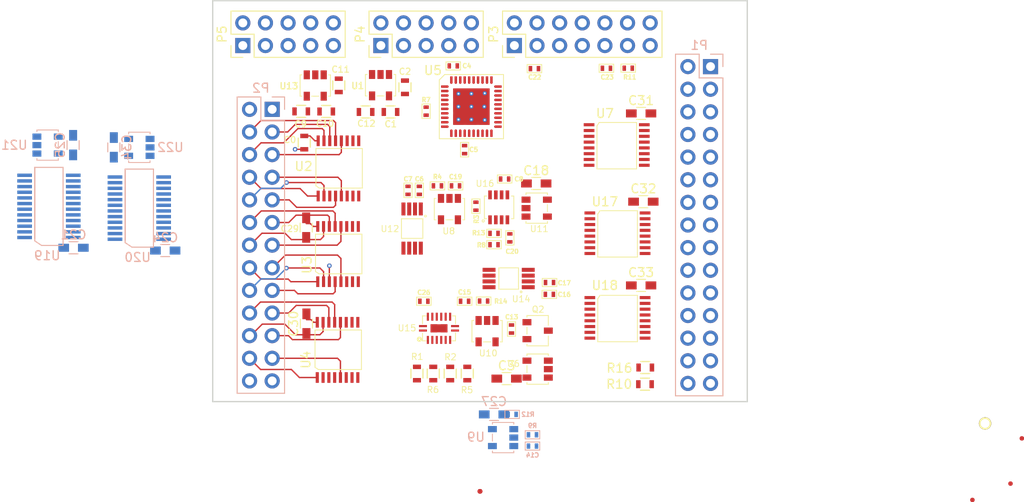
<source format=kicad_pcb>
(kicad_pcb (version 4) (host pcbnew 4.0.1-stable)

  (general
    (links 405)
    (no_connects 324)
    (area -30.075001 -25.075001 30.075001 20.075001)
    (thickness 1.6)
    (drawings 4)
    (tracks 133)
    (zones 0)
    (modules 92)
    (nets 130)
  )

  (page A4)
  (title_block
    (title "CSS118, Parking Meter PCB")
    (date 2016-07-25)
    (rev 7A)
    (company "Custom Silicon Solutions, Inc.")
  )

  (layers
    (0 F.Cu signal)
    (1 In1.Cu signal)
    (2 In2.Cu signal)
    (31 B.Cu signal)
    (32 B.Adhes user)
    (33 F.Adhes user)
    (34 B.Paste user)
    (35 F.Paste user)
    (36 B.SilkS user)
    (37 F.SilkS user)
    (38 B.Mask user)
    (39 F.Mask user)
    (40 Dwgs.User user)
    (41 Cmts.User user)
    (42 Eco1.User user)
    (43 Eco2.User user)
    (44 Edge.Cuts user)
    (45 Margin user)
    (46 B.CrtYd user hide)
    (47 F.CrtYd user hide)
    (48 B.Fab user hide)
    (49 F.Fab user hide)
  )

  (setup
    (last_trace_width 0.1524)
    (user_trace_width 0.1524)
    (user_trace_width 0.1778)
    (user_trace_width 0.2032)
    (user_trace_width 0.254)
    (user_trace_width 0.3048)
    (user_trace_width 0.381)
    (trace_clearance 0.1524)
    (zone_clearance 0.254)
    (zone_45_only no)
    (trace_min 0.1524)
    (segment_width 0.2)
    (edge_width 0.2)
    (via_size 0.508)
    (via_drill 0.254)
    (via_min_size 0.508)
    (via_min_drill 0.254)
    (user_via 0.508 0.254)
    (uvia_size 0.3)
    (uvia_drill 0.1)
    (uvias_allowed no)
    (uvia_min_size 0.254)
    (uvia_min_drill 0.0254)
    (pcb_text_width 0.3)
    (pcb_text_size 1.5 1.5)
    (mod_edge_width 0.15)
    (mod_text_size 1 1)
    (mod_text_width 0.15)
    (pad_size 1.524 1.524)
    (pad_drill 0.762)
    (pad_to_mask_clearance 0.2)
    (aux_axis_origin 0 0)
    (grid_origin -16.4592 -10.3124)
    (visible_elements 7FFEF77F)
    (pcbplotparams
      (layerselection 0x010fc_80000007)
      (usegerberextensions true)
      (excludeedgelayer true)
      (linewidth 0.100000)
      (plotframeref false)
      (viasonmask false)
      (mode 1)
      (useauxorigin false)
      (hpglpennumber 1)
      (hpglpenspeed 20)
      (hpglpendiameter 15)
      (hpglpenoverlay 2)
      (psnegative false)
      (psa4output false)
      (plotreference true)
      (plotvalue true)
      (plotinvisibletext false)
      (padsonsilk false)
      (subtractmaskfromsilk false)
      (outputformat 1)
      (mirror false)
      (drillshape 0)
      (scaleselection 1)
      (outputdirectory project_outputs/))
  )

  (net 0 "")
  (net 1 /A1)
  (net 2 /A2)
  (net 3 /B1)
  (net 4 /B2)
  (net 5 /LED1)
  (net 6 GND)
  (net 7 /LED2)
  (net 8 /C1)
  (net 9 /C2)
  (net 10 /D1)
  (net 11 /D2)
  (net 12 /E1)
  (net 13 /E2)
  (net 14 /F1)
  (net 15 /F2)
  (net 16 /G1)
  (net 17 /G2)
  (net 18 /H1)
  (net 19 /H2)
  (net 20 /I1)
  (net 21 /I2)
  (net 22 /J1)
  (net 23 /J2)
  (net 24 /K1)
  (net 25 /K2)
  (net 26 /L1)
  (net 27 /L2)
  (net 28 /M1)
  (net 29 /M2)
  (net 30 /N1)
  (net 31 /N2)
  (net 32 /O1)
  (net 33 /O2)
  (net 34 /P1)
  (net 35 /P2)
  (net 36 /Q1)
  (net 37 /Q2)
  (net 38 /R1)
  (net 39 /R2)
  (net 40 /S1)
  (net 41 /S2)
  (net 42 /T1)
  (net 43 /T2)
  (net 44 /U1)
  (net 45 /U2)
  (net 46 /V1)
  (net 47 /V2)
  (net 48 /SCL)
  (net 49 /3V3)
  (net 50 "Net-(P2-Pad1)")
  (net 51 "Net-(P1-Pad1)")
  (net 52 /5V)
  (net 53 /SOMI)
  (net 54 /SIMO)
  (net 55 /V2P5)
  (net 56 "Net-(C8-Pad1)")
  (net 57 "Net-(C8-Pad2)")
  (net 58 "Net-(C9-Pad1)")
  (net 59 /VIN)
  (net 60 "Net-(C12-Pad1)")
  (net 61 /BIAS_OUT)
  (net 62 "Net-(C13-Pad2)")
  (net 63 "Net-(C14-Pad1)")
  (net 64 "Net-(C15-Pad1)")
  (net 65 "Net-(C19-Pad1)")
  (net 66 /Imeas)
  (net 67 /~RST)
  (net 68 /~BME180CS)
  (net 69 /CLK)
  (net 70 /SDA)
  (net 71 /SCK)
  (net 72 /GPIO_A)
  (net 73 /GPIO_B)
  (net 74 "Net-(R1-Pad1)")
  (net 75 "Net-(R2-Pad1)")
  (net 76 "Net-(R3-Pad1)")
  (net 77 "Net-(R3-Pad2)")
  (net 78 /DAC2_OUT)
  (net 79 "Net-(R5-Pad1)")
  (net 80 "Net-(R6-Pad1)")
  (net 81 /LED_2)
  (net 82 "Net-(R9-Pad1)")
  (net 83 /LED_1)
  (net 84 /DAC1_OUT)
  (net 85 /V2P5_R)
  (net 86 /~MUX_EN1)
  (net 87 "Net-(U2-Pad7)")
  (net 88 /MUX2)
  (net 89 /MUX1)
  (net 90 /MUX0)
  (net 91 /~MUX_EN2)
  (net 92 "Net-(U3-Pad7)")
  (net 93 /~MUX_EN3)
  (net 94 "Net-(U4-Pad7)")
  (net 95 /~MUX_EN5)
  (net 96 /~MUX_EN6)
  (net 97 /~CV_EN)
  (net 98 /~CC_EN)
  (net 99 "Net-(U5-Pad18)")
  (net 100 /GND_SENSORS)
  (net 101 /~MUX_EN4)
  (net 102 /DAC2_CS)
  (net 103 /TCK)
  (net 104 /TMS)
  (net 105 /TDI)
  (net 106 /TDO)
  (net 107 /TEST)
  (net 108 /DAC1_CS)
  (net 109 "Net-(U7-Pad7)")
  (net 110 /SELR1)
  (net 111 "Net-(U15-Pad9)")
  (net 112 /SELR0)
  (net 113 "Net-(U17-Pad7)")
  (net 114 "Net-(U18-Pad1)")
  (net 115 "Net-(U18-Pad2)")
  (net 116 "Net-(U18-Pad4)")
  (net 117 "Net-(U18-Pad5)")
  (net 118 "Net-(U18-Pad7)")
  (net 119 "Net-(P3-Pad2)")
  (net 120 "Net-(P3-Pad6)")
  (net 121 "Net-(P3-Pad10)")
  (net 122 "Net-(P3-Pad12)")
  (net 123 "Net-(P3-Pad13)")
  (net 124 "Net-(P3-Pad14)")
  (net 125 /0V5)
  (net 126 /~SELG)
  (net 127 /Vmeas)
  (net 128 "Net-(U5-Pad12)")
  (net 129 /ADC_IN)

  (net_class Default "This is the default net class."
    (clearance 0.1524)
    (trace_width 0.1524)
    (via_dia 0.508)
    (via_drill 0.254)
    (uvia_dia 0.3)
    (uvia_drill 0.1)
    (add_net /0V5)
    (add_net /3V3)
    (add_net /5V)
    (add_net /A1)
    (add_net /A2)
    (add_net /ADC_IN)
    (add_net /B1)
    (add_net /B2)
    (add_net /BIAS_OUT)
    (add_net /C1)
    (add_net /C2)
    (add_net /CLK)
    (add_net /D1)
    (add_net /D2)
    (add_net /DAC1_CS)
    (add_net /DAC1_OUT)
    (add_net /DAC2_CS)
    (add_net /DAC2_OUT)
    (add_net /E1)
    (add_net /E2)
    (add_net /F1)
    (add_net /F2)
    (add_net /G1)
    (add_net /G2)
    (add_net /GND_SENSORS)
    (add_net /GPIO_A)
    (add_net /GPIO_B)
    (add_net /H1)
    (add_net /H2)
    (add_net /I1)
    (add_net /I2)
    (add_net /Imeas)
    (add_net /J1)
    (add_net /J2)
    (add_net /K1)
    (add_net /K2)
    (add_net /L1)
    (add_net /L2)
    (add_net /LED1)
    (add_net /LED2)
    (add_net /LED_1)
    (add_net /LED_2)
    (add_net /M1)
    (add_net /M2)
    (add_net /MUX0)
    (add_net /MUX1)
    (add_net /MUX2)
    (add_net /N1)
    (add_net /N2)
    (add_net /O1)
    (add_net /O2)
    (add_net /P1)
    (add_net /P2)
    (add_net /Q1)
    (add_net /Q2)
    (add_net /R1)
    (add_net /R2)
    (add_net /S1)
    (add_net /S2)
    (add_net /SCK)
    (add_net /SCL)
    (add_net /SDA)
    (add_net /SELR0)
    (add_net /SELR1)
    (add_net /SIMO)
    (add_net /SOMI)
    (add_net /T1)
    (add_net /T2)
    (add_net /TCK)
    (add_net /TDI)
    (add_net /TDO)
    (add_net /TEST)
    (add_net /TMS)
    (add_net /U1)
    (add_net /U2)
    (add_net /V1)
    (add_net /V2)
    (add_net /V2P5)
    (add_net /V2P5_R)
    (add_net /VIN)
    (add_net /Vmeas)
    (add_net /~BME180CS)
    (add_net /~CC_EN)
    (add_net /~CV_EN)
    (add_net /~MUX_EN1)
    (add_net /~MUX_EN2)
    (add_net /~MUX_EN3)
    (add_net /~MUX_EN4)
    (add_net /~MUX_EN5)
    (add_net /~MUX_EN6)
    (add_net /~RST)
    (add_net /~SELG)
    (add_net GND)
    (add_net "Net-(C12-Pad1)")
    (add_net "Net-(C13-Pad2)")
    (add_net "Net-(C14-Pad1)")
    (add_net "Net-(C15-Pad1)")
    (add_net "Net-(C19-Pad1)")
    (add_net "Net-(C8-Pad1)")
    (add_net "Net-(C8-Pad2)")
    (add_net "Net-(C9-Pad1)")
    (add_net "Net-(P1-Pad1)")
    (add_net "Net-(P2-Pad1)")
    (add_net "Net-(P3-Pad10)")
    (add_net "Net-(P3-Pad12)")
    (add_net "Net-(P3-Pad13)")
    (add_net "Net-(P3-Pad14)")
    (add_net "Net-(P3-Pad2)")
    (add_net "Net-(P3-Pad6)")
    (add_net "Net-(R1-Pad1)")
    (add_net "Net-(R2-Pad1)")
    (add_net "Net-(R3-Pad1)")
    (add_net "Net-(R3-Pad2)")
    (add_net "Net-(R5-Pad1)")
    (add_net "Net-(R6-Pad1)")
    (add_net "Net-(R9-Pad1)")
    (add_net "Net-(U15-Pad9)")
    (add_net "Net-(U17-Pad7)")
    (add_net "Net-(U18-Pad1)")
    (add_net "Net-(U18-Pad2)")
    (add_net "Net-(U18-Pad4)")
    (add_net "Net-(U18-Pad5)")
    (add_net "Net-(U18-Pad7)")
    (add_net "Net-(U2-Pad7)")
    (add_net "Net-(U3-Pad7)")
    (add_net "Net-(U4-Pad7)")
    (add_net "Net-(U5-Pad12)")
    (add_net "Net-(U5-Pad18)")
    (add_net "Net-(U7-Pad7)")
  )

  (module footprints_on_Cdrive:Pin_Header_Straight_2x15_Pitch2.54mm (layer B.Cu) (tedit 5862ED54) (tstamp 58A3F8A5)
    (at 24.605 0.18 180)
    (descr "Through hole straight pin header, 2x15, 2.54mm pitch, double rows")
    (tags "Through hole pin header THT 2x15 2.54mm double row")
    (path /58FB0D96)
    (fp_text reference P1 (at 0 20.17 180) (layer B.SilkS)
      (effects (font (size 1 1) (thickness 0.15)) (justify mirror))
    )
    (fp_text value CONN_02X15 (at 0 -20.17 180) (layer B.Fab)
      (effects (font (size 1 1) (thickness 0.15)) (justify mirror))
    )
    (fp_line (start -2.54 19.05) (end -2.54 -19.05) (layer B.Fab) (width 0.1))
    (fp_line (start -2.54 -19.05) (end 2.54 -19.05) (layer B.Fab) (width 0.1))
    (fp_line (start 2.54 -19.05) (end 2.54 19.05) (layer B.Fab) (width 0.1))
    (fp_line (start 2.54 19.05) (end -2.54 19.05) (layer B.Fab) (width 0.1))
    (fp_line (start -2.66 16.51) (end -2.66 -19.17) (layer B.SilkS) (width 0.12))
    (fp_line (start -2.66 -19.17) (end 2.66 -19.17) (layer B.SilkS) (width 0.12))
    (fp_line (start 2.66 -19.17) (end 2.66 19.17) (layer B.SilkS) (width 0.12))
    (fp_line (start 2.66 19.17) (end 0 19.17) (layer B.SilkS) (width 0.12))
    (fp_line (start 0 19.17) (end 0 16.51) (layer B.SilkS) (width 0.12))
    (fp_line (start 0 16.51) (end -2.66 16.51) (layer B.SilkS) (width 0.12))
    (fp_line (start -2.66 17.78) (end -2.66 19.17) (layer B.SilkS) (width 0.12))
    (fp_line (start -2.66 19.17) (end -1.27 19.17) (layer B.SilkS) (width 0.12))
    (fp_line (start -2.87 19.38) (end -2.87 -19.32) (layer B.CrtYd) (width 0.05))
    (fp_line (start -2.87 -19.32) (end 2.83 -19.32) (layer B.CrtYd) (width 0.05))
    (fp_line (start 2.83 -19.32) (end 2.83 19.38) (layer B.CrtYd) (width 0.05))
    (fp_line (start 2.83 19.38) (end -2.87 19.38) (layer B.CrtYd) (width 0.05))
    (pad 1 thru_hole rect (at -1.27 17.78 180) (size 1.7 1.7) (drill 1) (layers *.Cu *.Mask)
      (net 51 "Net-(P1-Pad1)"))
    (pad 2 thru_hole oval (at 1.27 17.78 180) (size 1.7 1.7) (drill 1) (layers *.Cu *.Mask)
      (net 6 GND))
    (pad 3 thru_hole oval (at -1.27 15.24 180) (size 1.7 1.7) (drill 1) (layers *.Cu *.Mask)
      (net 27 /L2))
    (pad 4 thru_hole oval (at 1.27 15.24 180) (size 1.7 1.7) (drill 1) (layers *.Cu *.Mask)
      (net 26 /L1))
    (pad 5 thru_hole oval (at -1.27 12.7 180) (size 1.7 1.7) (drill 1) (layers *.Cu *.Mask)
      (net 29 /M2))
    (pad 6 thru_hole oval (at 1.27 12.7 180) (size 1.7 1.7) (drill 1) (layers *.Cu *.Mask)
      (net 28 /M1))
    (pad 7 thru_hole oval (at -1.27 10.16 180) (size 1.7 1.7) (drill 1) (layers *.Cu *.Mask)
      (net 31 /N2))
    (pad 8 thru_hole oval (at 1.27 10.16 180) (size 1.7 1.7) (drill 1) (layers *.Cu *.Mask)
      (net 30 /N1))
    (pad 9 thru_hole oval (at -1.27 7.62 180) (size 1.7 1.7) (drill 1) (layers *.Cu *.Mask)
      (net 33 /O2))
    (pad 10 thru_hole oval (at 1.27 7.62 180) (size 1.7 1.7) (drill 1) (layers *.Cu *.Mask)
      (net 32 /O1))
    (pad 11 thru_hole oval (at -1.27 5.08 180) (size 1.7 1.7) (drill 1) (layers *.Cu *.Mask)
      (net 35 /P2))
    (pad 12 thru_hole oval (at 1.27 5.08 180) (size 1.7 1.7) (drill 1) (layers *.Cu *.Mask)
      (net 34 /P1))
    (pad 13 thru_hole oval (at -1.27 2.54 180) (size 1.7 1.7) (drill 1) (layers *.Cu *.Mask)
      (net 37 /Q2))
    (pad 14 thru_hole oval (at 1.27 2.54 180) (size 1.7 1.7) (drill 1) (layers *.Cu *.Mask)
      (net 36 /Q1))
    (pad 15 thru_hole oval (at -1.27 0 180) (size 1.7 1.7) (drill 1) (layers *.Cu *.Mask)
      (net 39 /R2))
    (pad 16 thru_hole oval (at 1.27 0 180) (size 1.7 1.7) (drill 1) (layers *.Cu *.Mask)
      (net 38 /R1))
    (pad 17 thru_hole oval (at -1.27 -2.54 180) (size 1.7 1.7) (drill 1) (layers *.Cu *.Mask)
      (net 41 /S2))
    (pad 18 thru_hole oval (at 1.27 -2.54 180) (size 1.7 1.7) (drill 1) (layers *.Cu *.Mask)
      (net 40 /S1))
    (pad 19 thru_hole oval (at -1.27 -5.08 180) (size 1.7 1.7) (drill 1) (layers *.Cu *.Mask)
      (net 43 /T2))
    (pad 20 thru_hole oval (at 1.27 -5.08 180) (size 1.7 1.7) (drill 1) (layers *.Cu *.Mask)
      (net 42 /T1))
    (pad 21 thru_hole oval (at -1.27 -7.62 180) (size 1.7 1.7) (drill 1) (layers *.Cu *.Mask)
      (net 45 /U2))
    (pad 22 thru_hole oval (at 1.27 -7.62 180) (size 1.7 1.7) (drill 1) (layers *.Cu *.Mask)
      (net 44 /U1))
    (pad 23 thru_hole oval (at -1.27 -10.16 180) (size 1.7 1.7) (drill 1) (layers *.Cu *.Mask)
      (net 47 /V2))
    (pad 24 thru_hole oval (at 1.27 -10.16 180) (size 1.7 1.7) (drill 1) (layers *.Cu *.Mask)
      (net 46 /V1))
    (pad 25 thru_hole oval (at -1.27 -12.7 180) (size 1.7 1.7) (drill 1) (layers *.Cu *.Mask)
      (net 7 /LED2))
    (pad 26 thru_hole oval (at 1.27 -12.7 180) (size 1.7 1.7) (drill 1) (layers *.Cu *.Mask)
      (net 49 /3V3))
    (pad 27 thru_hole oval (at -1.27 -15.24 180) (size 1.7 1.7) (drill 1) (layers *.Cu *.Mask)
      (net 68 /~BME180CS))
    (pad 28 thru_hole oval (at 1.27 -15.24 180) (size 1.7 1.7) (drill 1) (layers *.Cu *.Mask)
      (net 5 /LED1))
    (pad 29 thru_hole oval (at -1.27 -17.78 180) (size 1.7 1.7) (drill 1) (layers *.Cu *.Mask)
      (net 6 GND))
    (pad 30 thru_hole oval (at 1.27 -17.78 180) (size 1.7 1.7) (drill 1) (layers *.Cu *.Mask)
      (net 69 /CLK))
    (model Pin_Headers.3dshapes/Pin_Header_Straight_2x15_Pitch2.54mm.wrl
      (at (xyz 0.05 -0.7 0))
      (scale (xyz 1 1 1))
      (rotate (xyz 0 0 90))
    )
  )

  (module footprints_on_Cdrive:Pin_Header_Straight_2x13_Pitch2.54mm (layer B.Cu) (tedit 5862ED54) (tstamp 58A3F8D6)
    (at -24.595 2.44 180)
    (descr "Through hole straight pin header, 2x13, 2.54mm pitch, double rows")
    (tags "Through hole pin header THT 2x13 2.54mm double row")
    (path /58FB0DA2)
    (fp_text reference P2 (at 0 17.63 180) (layer B.SilkS)
      (effects (font (size 1 1) (thickness 0.15)) (justify mirror))
    )
    (fp_text value CONN_02X13 (at 0 -17.63 180) (layer B.Fab)
      (effects (font (size 1 1) (thickness 0.15)) (justify mirror))
    )
    (fp_line (start -2.54 16.51) (end -2.54 -16.51) (layer B.Fab) (width 0.1))
    (fp_line (start -2.54 -16.51) (end 2.54 -16.51) (layer B.Fab) (width 0.1))
    (fp_line (start 2.54 -16.51) (end 2.54 16.51) (layer B.Fab) (width 0.1))
    (fp_line (start 2.54 16.51) (end -2.54 16.51) (layer B.Fab) (width 0.1))
    (fp_line (start -2.66 13.97) (end -2.66 -16.63) (layer B.SilkS) (width 0.12))
    (fp_line (start -2.66 -16.63) (end 2.66 -16.63) (layer B.SilkS) (width 0.12))
    (fp_line (start 2.66 -16.63) (end 2.66 16.63) (layer B.SilkS) (width 0.12))
    (fp_line (start 2.66 16.63) (end 0 16.63) (layer B.SilkS) (width 0.12))
    (fp_line (start 0 16.63) (end 0 13.97) (layer B.SilkS) (width 0.12))
    (fp_line (start 0 13.97) (end -2.66 13.97) (layer B.SilkS) (width 0.12))
    (fp_line (start -2.66 15.24) (end -2.66 16.63) (layer B.SilkS) (width 0.12))
    (fp_line (start -2.66 16.63) (end -1.27 16.63) (layer B.SilkS) (width 0.12))
    (fp_line (start -2.87 16.84) (end -2.87 -16.76) (layer B.CrtYd) (width 0.05))
    (fp_line (start -2.87 -16.76) (end 2.83 -16.76) (layer B.CrtYd) (width 0.05))
    (fp_line (start 2.83 -16.76) (end 2.83 16.84) (layer B.CrtYd) (width 0.05))
    (fp_line (start 2.83 16.84) (end -2.87 16.84) (layer B.CrtYd) (width 0.05))
    (pad 1 thru_hole rect (at -1.27 15.24 180) (size 1.7 1.7) (drill 1) (layers *.Cu *.Mask)
      (net 50 "Net-(P2-Pad1)"))
    (pad 2 thru_hole oval (at 1.27 15.24 180) (size 1.7 1.7) (drill 1) (layers *.Cu *.Mask)
      (net 6 GND))
    (pad 3 thru_hole oval (at -1.27 12.7 180) (size 1.7 1.7) (drill 1) (layers *.Cu *.Mask)
      (net 2 /A2))
    (pad 4 thru_hole oval (at 1.27 12.7 180) (size 1.7 1.7) (drill 1) (layers *.Cu *.Mask)
      (net 1 /A1))
    (pad 5 thru_hole oval (at -1.27 10.16 180) (size 1.7 1.7) (drill 1) (layers *.Cu *.Mask)
      (net 4 /B2))
    (pad 6 thru_hole oval (at 1.27 10.16 180) (size 1.7 1.7) (drill 1) (layers *.Cu *.Mask)
      (net 3 /B1))
    (pad 7 thru_hole oval (at -1.27 7.62 180) (size 1.7 1.7) (drill 1) (layers *.Cu *.Mask)
      (net 9 /C2))
    (pad 8 thru_hole oval (at 1.27 7.62 180) (size 1.7 1.7) (drill 1) (layers *.Cu *.Mask)
      (net 8 /C1))
    (pad 9 thru_hole oval (at -1.27 5.08 180) (size 1.7 1.7) (drill 1) (layers *.Cu *.Mask)
      (net 11 /D2))
    (pad 10 thru_hole oval (at 1.27 5.08 180) (size 1.7 1.7) (drill 1) (layers *.Cu *.Mask)
      (net 10 /D1))
    (pad 11 thru_hole oval (at -1.27 2.54 180) (size 1.7 1.7) (drill 1) (layers *.Cu *.Mask)
      (net 13 /E2))
    (pad 12 thru_hole oval (at 1.27 2.54 180) (size 1.7 1.7) (drill 1) (layers *.Cu *.Mask)
      (net 12 /E1))
    (pad 13 thru_hole oval (at -1.27 0 180) (size 1.7 1.7) (drill 1) (layers *.Cu *.Mask)
      (net 15 /F2))
    (pad 14 thru_hole oval (at 1.27 0 180) (size 1.7 1.7) (drill 1) (layers *.Cu *.Mask)
      (net 14 /F1))
    (pad 15 thru_hole oval (at -1.27 -2.54 180) (size 1.7 1.7) (drill 1) (layers *.Cu *.Mask)
      (net 17 /G2))
    (pad 16 thru_hole oval (at 1.27 -2.54 180) (size 1.7 1.7) (drill 1) (layers *.Cu *.Mask)
      (net 16 /G1))
    (pad 17 thru_hole oval (at -1.27 -5.08 180) (size 1.7 1.7) (drill 1) (layers *.Cu *.Mask)
      (net 19 /H2))
    (pad 18 thru_hole oval (at 1.27 -5.08 180) (size 1.7 1.7) (drill 1) (layers *.Cu *.Mask)
      (net 18 /H1))
    (pad 19 thru_hole oval (at -1.27 -7.62 180) (size 1.7 1.7) (drill 1) (layers *.Cu *.Mask)
      (net 21 /I2))
    (pad 20 thru_hole oval (at 1.27 -7.62 180) (size 1.7 1.7) (drill 1) (layers *.Cu *.Mask)
      (net 20 /I1))
    (pad 21 thru_hole oval (at -1.27 -10.16 180) (size 1.7 1.7) (drill 1) (layers *.Cu *.Mask)
      (net 23 /J2))
    (pad 22 thru_hole oval (at 1.27 -10.16 180) (size 1.7 1.7) (drill 1) (layers *.Cu *.Mask)
      (net 22 /J1))
    (pad 23 thru_hole oval (at -1.27 -12.7 180) (size 1.7 1.7) (drill 1) (layers *.Cu *.Mask)
      (net 25 /K2))
    (pad 24 thru_hole oval (at 1.27 -12.7 180) (size 1.7 1.7) (drill 1) (layers *.Cu *.Mask)
      (net 24 /K1))
    (pad 25 thru_hole oval (at -1.27 -15.24 180) (size 1.7 1.7) (drill 1) (layers *.Cu *.Mask)
      (net 53 /SOMI))
    (pad 26 thru_hole oval (at 1.27 -15.24 180) (size 1.7 1.7) (drill 1) (layers *.Cu *.Mask)
      (net 54 /SIMO))
    (model Pin_Headers.3dshapes/Pin_Header_Straight_2x13_Pitch2.54mm.wrl
      (at (xyz 0.05 -0.6 0))
      (scale (xyz 1 1 1))
      (rotate (xyz 0 0 90))
    )
  )

  (module footprints_on_Cdrive:0402 (layer F.Cu) (tedit 5901673A) (tstamp 58FEEA40)
    (at -2.9972 -17.6784)
    (path /562AD98A)
    (fp_text reference C4 (at 1.524 0) (layer F.SilkS)
      (effects (font (size 0.5 0.5) (thickness 0.125)))
    )
    (fp_text value 0.1uF (at -0.9 5.3) (layer F.Fab)
      (effects (font (size 1 1) (thickness 0.15)))
    )
    (fp_line (start -0.8128 -0.4572) (end 0.8128 -0.4572) (layer F.SilkS) (width 0.1))
    (fp_line (start 0.8128 -0.4572) (end 0.8128 0.4572) (layer F.SilkS) (width 0.1))
    (fp_line (start 0.8128 0.4572) (end -0.8128 0.4572) (layer F.SilkS) (width 0.1))
    (fp_line (start -0.8128 0.4572) (end -0.8128 -0.4572) (layer F.SilkS) (width 0.1))
    (pad 1 smd rect (at 0.45 0) (size 0.4 0.6) (layers F.Cu F.Paste F.Mask)
      (net 49 /3V3))
    (pad 2 smd rect (at -0.45 0) (size 0.4 0.6) (layers F.Cu F.Paste F.Mask)
      (net 6 GND))
  )

  (module footprints_on_Cdrive:0402 (layer F.Cu) (tedit 5901674D) (tstamp 58FEEA4A)
    (at -1.7272 -8.2804 90)
    (path /562AD98B)
    (fp_text reference C5 (at 0 1.016 180) (layer F.SilkS)
      (effects (font (size 0.5 0.5) (thickness 0.125)))
    )
    (fp_text value 0.1uF (at -0.9 5.3 90) (layer F.Fab)
      (effects (font (size 1 1) (thickness 0.15)))
    )
    (fp_line (start -0.8128 -0.4572) (end 0.8128 -0.4572) (layer F.SilkS) (width 0.1))
    (fp_line (start 0.8128 -0.4572) (end 0.8128 0.4572) (layer F.SilkS) (width 0.1))
    (fp_line (start 0.8128 0.4572) (end -0.8128 0.4572) (layer F.SilkS) (width 0.1))
    (fp_line (start -0.8128 0.4572) (end -0.8128 -0.4572) (layer F.SilkS) (width 0.1))
    (pad 1 smd rect (at 0.45 0 90) (size 0.4 0.6) (layers F.Cu F.Paste F.Mask)
      (net 49 /3V3))
    (pad 2 smd rect (at -0.45 0 90) (size 0.4 0.6) (layers F.Cu F.Paste F.Mask)
      (net 6 GND))
  )

  (module footprints_on_Cdrive:0402 (layer F.Cu) (tedit 59018682) (tstamp 58FEEA54)
    (at -6.8072 -3.7084 270)
    (path /59074B0A)
    (fp_text reference C6 (at -1.27 0 360) (layer F.SilkS)
      (effects (font (size 0.5 0.5) (thickness 0.125)))
    )
    (fp_text value 10uF (at -0.9 5.3 270) (layer F.Fab)
      (effects (font (size 1 1) (thickness 0.15)))
    )
    (fp_line (start -0.8128 -0.4572) (end 0.8128 -0.4572) (layer F.SilkS) (width 0.1))
    (fp_line (start 0.8128 -0.4572) (end 0.8128 0.4572) (layer F.SilkS) (width 0.1))
    (fp_line (start 0.8128 0.4572) (end -0.8128 0.4572) (layer F.SilkS) (width 0.1))
    (fp_line (start -0.8128 0.4572) (end -0.8128 -0.4572) (layer F.SilkS) (width 0.1))
    (pad 1 smd rect (at 0.45 0 270) (size 0.4 0.6) (layers F.Cu F.Paste F.Mask)
      (net 49 /3V3))
    (pad 2 smd rect (at -0.45 0 270) (size 0.4 0.6) (layers F.Cu F.Paste F.Mask)
      (net 6 GND))
  )

  (module footprints_on_Cdrive:0402 (layer F.Cu) (tedit 5901867C) (tstamp 58FEEA5E)
    (at -8.0772 -3.7084 270)
    (path /59074AFF)
    (fp_text reference C7 (at -1.27 0 360) (layer F.SilkS)
      (effects (font (size 0.5 0.5) (thickness 0.125)))
    )
    (fp_text value 0.1uF (at -0.9 5.3 270) (layer F.Fab)
      (effects (font (size 1 1) (thickness 0.15)))
    )
    (fp_line (start -0.8128 -0.4572) (end 0.8128 -0.4572) (layer F.SilkS) (width 0.1))
    (fp_line (start 0.8128 -0.4572) (end 0.8128 0.4572) (layer F.SilkS) (width 0.1))
    (fp_line (start 0.8128 0.4572) (end -0.8128 0.4572) (layer F.SilkS) (width 0.1))
    (fp_line (start -0.8128 0.4572) (end -0.8128 -0.4572) (layer F.SilkS) (width 0.1))
    (pad 1 smd rect (at 0.45 0 270) (size 0.4 0.6) (layers F.Cu F.Paste F.Mask)
      (net 49 /3V3))
    (pad 2 smd rect (at -0.45 0 270) (size 0.4 0.6) (layers F.Cu F.Paste F.Mask)
      (net 6 GND))
  )

  (module footprints_on_Cdrive:0402 (layer F.Cu) (tedit 5901881D) (tstamp 58FEEA68)
    (at 2.7668 -4.9824)
    (path /5908D287)
    (fp_text reference C8 (at 1.602 0.004) (layer F.SilkS)
      (effects (font (size 0.5 0.5) (thickness 0.125)))
    )
    (fp_text value 0.1uF (at -0.9 5.3) (layer F.Fab)
      (effects (font (size 1 1) (thickness 0.15)))
    )
    (fp_line (start -0.8128 -0.4572) (end 0.8128 -0.4572) (layer F.SilkS) (width 0.1))
    (fp_line (start 0.8128 -0.4572) (end 0.8128 0.4572) (layer F.SilkS) (width 0.1))
    (fp_line (start 0.8128 0.4572) (end -0.8128 0.4572) (layer F.SilkS) (width 0.1))
    (fp_line (start -0.8128 0.4572) (end -0.8128 -0.4572) (layer F.SilkS) (width 0.1))
    (pad 1 smd rect (at 0.45 0) (size 0.4 0.6) (layers F.Cu F.Paste F.Mask)
      (net 56 "Net-(C8-Pad1)"))
    (pad 2 smd rect (at -0.45 0) (size 0.4 0.6) (layers F.Cu F.Paste F.Mask)
      (net 57 "Net-(C8-Pad2)"))
  )

  (module footprints_on_Cdrive:0402 (layer F.Cu) (tedit 590032AE) (tstamp 58FEEA9A)
    (at 3.5368 11.8556 270)
    (path /575F0A3D)
    (fp_text reference C13 (at -1.35 -0.02 360) (layer F.SilkS)
      (effects (font (size 0.5 0.5) (thickness 0.125)))
    )
    (fp_text value 51pF (at -0.9 5.3 270) (layer F.Fab)
      (effects (font (size 1 1) (thickness 0.15)))
    )
    (fp_line (start -0.8128 -0.4572) (end 0.8128 -0.4572) (layer F.SilkS) (width 0.1))
    (fp_line (start 0.8128 -0.4572) (end 0.8128 0.4572) (layer F.SilkS) (width 0.1))
    (fp_line (start 0.8128 0.4572) (end -0.8128 0.4572) (layer F.SilkS) (width 0.1))
    (fp_line (start -0.8128 0.4572) (end -0.8128 -0.4572) (layer F.SilkS) (width 0.1))
    (pad 1 smd rect (at 0.45 0 270) (size 0.4 0.6) (layers F.Cu F.Paste F.Mask)
      (net 61 /BIAS_OUT))
    (pad 2 smd rect (at -0.45 0 270) (size 0.4 0.6) (layers F.Cu F.Paste F.Mask)
      (net 62 "Net-(C13-Pad2)"))
  )

  (module footprints_on_Cdrive:0402 (layer B.Cu) (tedit 59018A96) (tstamp 58FEEAA4)
    (at 5.8928 24.9936)
    (path /57670032)
    (fp_text reference C14 (at 0 1.016) (layer B.SilkS)
      (effects (font (size 0.5 0.5) (thickness 0.125)) (justify mirror))
    )
    (fp_text value 1nF (at -0.9 -5.3) (layer B.Fab)
      (effects (font (size 1 1) (thickness 0.15)) (justify mirror))
    )
    (fp_line (start -0.8128 0.4572) (end 0.8128 0.4572) (layer B.SilkS) (width 0.1))
    (fp_line (start 0.8128 0.4572) (end 0.8128 -0.4572) (layer B.SilkS) (width 0.1))
    (fp_line (start 0.8128 -0.4572) (end -0.8128 -0.4572) (layer B.SilkS) (width 0.1))
    (fp_line (start -0.8128 -0.4572) (end -0.8128 0.4572) (layer B.SilkS) (width 0.1))
    (pad 1 smd rect (at 0.45 0) (size 0.4 0.6) (layers B.Cu B.Paste B.Mask)
      (net 63 "Net-(C14-Pad1)"))
    (pad 2 smd rect (at -0.45 0) (size 0.4 0.6) (layers B.Cu B.Paste B.Mask)
      (net 6 GND))
  )

  (module footprints_on_Cdrive:0402 (layer F.Cu) (tedit 59016863) (tstamp 58FEEAAE)
    (at -1.7272 8.7376)
    (path /576C0D18)
    (fp_text reference C15 (at 0 -1.016) (layer F.SilkS)
      (effects (font (size 0.5 0.5) (thickness 0.125)))
    )
    (fp_text value 0.1uF (at -0.9 5.3) (layer F.Fab)
      (effects (font (size 1 1) (thickness 0.15)))
    )
    (fp_line (start -0.8128 -0.4572) (end 0.8128 -0.4572) (layer F.SilkS) (width 0.1))
    (fp_line (start 0.8128 -0.4572) (end 0.8128 0.4572) (layer F.SilkS) (width 0.1))
    (fp_line (start 0.8128 0.4572) (end -0.8128 0.4572) (layer F.SilkS) (width 0.1))
    (fp_line (start -0.8128 0.4572) (end -0.8128 -0.4572) (layer F.SilkS) (width 0.1))
    (pad 1 smd rect (at 0.45 0) (size 0.4 0.6) (layers F.Cu F.Paste F.Mask)
      (net 64 "Net-(C15-Pad1)"))
    (pad 2 smd rect (at -0.45 0) (size 0.4 0.6) (layers F.Cu F.Paste F.Mask)
      (net 6 GND))
  )

  (module footprints_on_Cdrive:0402 (layer F.Cu) (tedit 59003381) (tstamp 58FEEAB8)
    (at 7.7868 7.9636 180)
    (path /576115EC)
    (fp_text reference C16 (at -1.67 -0.02 180) (layer F.SilkS)
      (effects (font (size 0.5 0.5) (thickness 0.125)))
    )
    (fp_text value 10uF (at -0.9 5.3 180) (layer F.Fab)
      (effects (font (size 1 1) (thickness 0.15)))
    )
    (fp_line (start -0.8128 -0.4572) (end 0.8128 -0.4572) (layer F.SilkS) (width 0.1))
    (fp_line (start 0.8128 -0.4572) (end 0.8128 0.4572) (layer F.SilkS) (width 0.1))
    (fp_line (start 0.8128 0.4572) (end -0.8128 0.4572) (layer F.SilkS) (width 0.1))
    (fp_line (start -0.8128 0.4572) (end -0.8128 -0.4572) (layer F.SilkS) (width 0.1))
    (pad 1 smd rect (at 0.45 0 180) (size 0.4 0.6) (layers F.Cu F.Paste F.Mask)
      (net 49 /3V3))
    (pad 2 smd rect (at -0.45 0 180) (size 0.4 0.6) (layers F.Cu F.Paste F.Mask)
      (net 6 GND))
  )

  (module footprints_on_Cdrive:0402 (layer F.Cu) (tedit 5900337E) (tstamp 58FEEAC2)
    (at 7.8068 6.6336 180)
    (path /576114CB)
    (fp_text reference C17 (at -1.66 -0.05 180) (layer F.SilkS)
      (effects (font (size 0.5 0.5) (thickness 0.125)))
    )
    (fp_text value 0.1uF (at -0.9 5.3 180) (layer F.Fab)
      (effects (font (size 1 1) (thickness 0.15)))
    )
    (fp_line (start -0.8128 -0.4572) (end 0.8128 -0.4572) (layer F.SilkS) (width 0.1))
    (fp_line (start 0.8128 -0.4572) (end 0.8128 0.4572) (layer F.SilkS) (width 0.1))
    (fp_line (start 0.8128 0.4572) (end -0.8128 0.4572) (layer F.SilkS) (width 0.1))
    (fp_line (start -0.8128 0.4572) (end -0.8128 -0.4572) (layer F.SilkS) (width 0.1))
    (pad 1 smd rect (at 0.45 0 180) (size 0.4 0.6) (layers F.Cu F.Paste F.Mask)
      (net 49 /3V3))
    (pad 2 smd rect (at -0.45 0 180) (size 0.4 0.6) (layers F.Cu F.Paste F.Mask)
      (net 6 GND))
  )

  (module footprints_on_Cdrive:0402 (layer F.Cu) (tedit 59018742) (tstamp 58FEEAD6)
    (at -2.7432 -4.2164 180)
    (path /59074AE8)
    (fp_text reference C19 (at 0 1.016 180) (layer F.SilkS)
      (effects (font (size 0.5 0.5) (thickness 0.125)))
    )
    (fp_text value 0.1uF (at -0.9 5.3 180) (layer F.Fab)
      (effects (font (size 1 1) (thickness 0.15)))
    )
    (fp_line (start -0.8128 -0.4572) (end 0.8128 -0.4572) (layer F.SilkS) (width 0.1))
    (fp_line (start 0.8128 -0.4572) (end 0.8128 0.4572) (layer F.SilkS) (width 0.1))
    (fp_line (start 0.8128 0.4572) (end -0.8128 0.4572) (layer F.SilkS) (width 0.1))
    (fp_line (start -0.8128 0.4572) (end -0.8128 -0.4572) (layer F.SilkS) (width 0.1))
    (pad 1 smd rect (at 0.45 0 180) (size 0.4 0.6) (layers F.Cu F.Paste F.Mask)
      (net 65 "Net-(C19-Pad1)"))
    (pad 2 smd rect (at -0.45 0 180) (size 0.4 0.6) (layers F.Cu F.Paste F.Mask)
      (net 6 GND))
  )

  (module footprints_on_Cdrive:0402 (layer F.Cu) (tedit 5901889F) (tstamp 58FEEAE0)
    (at 3.3528 1.6256 90)
    (path /5908EFA5)
    (fp_text reference C20 (at -1.524 0.254 180) (layer F.SilkS)
      (effects (font (size 0.5 0.5) (thickness 0.125)))
    )
    (fp_text value 39nF (at -0.9 5.3 90) (layer F.Fab)
      (effects (font (size 1 1) (thickness 0.15)))
    )
    (fp_line (start -0.8128 -0.4572) (end 0.8128 -0.4572) (layer F.SilkS) (width 0.1))
    (fp_line (start 0.8128 -0.4572) (end 0.8128 0.4572) (layer F.SilkS) (width 0.1))
    (fp_line (start 0.8128 0.4572) (end -0.8128 0.4572) (layer F.SilkS) (width 0.1))
    (fp_line (start -0.8128 0.4572) (end -0.8128 -0.4572) (layer F.SilkS) (width 0.1))
    (pad 1 smd rect (at 0.45 0 90) (size 0.4 0.6) (layers F.Cu F.Paste F.Mask)
      (net 66 /Imeas))
    (pad 2 smd rect (at -0.45 0 90) (size 0.4 0.6) (layers F.Cu F.Paste F.Mask)
      (net 6 GND))
  )

  (module footprints_on_Cdrive:0402 (layer F.Cu) (tedit 59015B96) (tstamp 58FEEAF4)
    (at 6.1128 -17.3704 180)
    (path /5904F6CC)
    (fp_text reference C22 (at -0.034 -0.962 180) (layer F.SilkS)
      (effects (font (size 0.5 0.5) (thickness 0.125)))
    )
    (fp_text value 10uF (at -0.9 5.3 180) (layer F.Fab)
      (effects (font (size 1 1) (thickness 0.15)))
    )
    (fp_line (start -0.8128 -0.4572) (end 0.8128 -0.4572) (layer F.SilkS) (width 0.1))
    (fp_line (start 0.8128 -0.4572) (end 0.8128 0.4572) (layer F.SilkS) (width 0.1))
    (fp_line (start 0.8128 0.4572) (end -0.8128 0.4572) (layer F.SilkS) (width 0.1))
    (fp_line (start -0.8128 0.4572) (end -0.8128 -0.4572) (layer F.SilkS) (width 0.1))
    (pad 1 smd rect (at 0.45 0 180) (size 0.4 0.6) (layers F.Cu F.Paste F.Mask)
      (net 49 /3V3))
    (pad 2 smd rect (at -0.45 0 180) (size 0.4 0.6) (layers F.Cu F.Paste F.Mask)
      (net 6 GND))
  )

  (module footprints_on_Cdrive:0402 (layer F.Cu) (tedit 59015B99) (tstamp 58FEEAFE)
    (at 14.1928 -17.4104)
    (path /5904F6B3)
    (fp_text reference C23 (at 0.082 1.002) (layer F.SilkS)
      (effects (font (size 0.5 0.5) (thickness 0.125)))
    )
    (fp_text value 1.1nF (at -0.9 5.3) (layer F.Fab)
      (effects (font (size 1 1) (thickness 0.15)))
    )
    (fp_line (start -0.8128 -0.4572) (end 0.8128 -0.4572) (layer F.SilkS) (width 0.1))
    (fp_line (start 0.8128 -0.4572) (end 0.8128 0.4572) (layer F.SilkS) (width 0.1))
    (fp_line (start 0.8128 0.4572) (end -0.8128 0.4572) (layer F.SilkS) (width 0.1))
    (fp_line (start -0.8128 0.4572) (end -0.8128 -0.4572) (layer F.SilkS) (width 0.1))
    (pad 1 smd rect (at 0.45 0) (size 0.4 0.6) (layers F.Cu F.Paste F.Mask)
      (net 67 /~RST))
    (pad 2 smd rect (at -0.45 0) (size 0.4 0.6) (layers F.Cu F.Paste F.Mask)
      (net 6 GND))
  )

  (module Pin_Headers:Pin_Header_Straight_2x05_Pitch2.54mm (layer F.Cu) (tedit 58CD4EC5) (tstamp 58FEEB31)
    (at -11.1252 -19.9644 90)
    (descr "Through hole straight pin header, 2x05, 2.54mm pitch, double rows")
    (tags "Through hole pin header THT 2x05 2.54mm double row")
    (path /59068F1E)
    (fp_text reference P4 (at 1.27 -2.33 90) (layer F.SilkS)
      (effects (font (size 1 1) (thickness 0.15)))
    )
    (fp_text value CONN_02X05 (at 1.27 12.49 90) (layer F.Fab)
      (effects (font (size 1 1) (thickness 0.15)))
    )
    (fp_line (start -1.27 -1.27) (end -1.27 11.43) (layer F.Fab) (width 0.1))
    (fp_line (start -1.27 11.43) (end 3.81 11.43) (layer F.Fab) (width 0.1))
    (fp_line (start 3.81 11.43) (end 3.81 -1.27) (layer F.Fab) (width 0.1))
    (fp_line (start 3.81 -1.27) (end -1.27 -1.27) (layer F.Fab) (width 0.1))
    (fp_line (start -1.33 1.27) (end -1.33 11.49) (layer F.SilkS) (width 0.12))
    (fp_line (start -1.33 11.49) (end 3.87 11.49) (layer F.SilkS) (width 0.12))
    (fp_line (start 3.87 11.49) (end 3.87 -1.33) (layer F.SilkS) (width 0.12))
    (fp_line (start 3.87 -1.33) (end 1.27 -1.33) (layer F.SilkS) (width 0.12))
    (fp_line (start 1.27 -1.33) (end 1.27 1.27) (layer F.SilkS) (width 0.12))
    (fp_line (start 1.27 1.27) (end -1.33 1.27) (layer F.SilkS) (width 0.12))
    (fp_line (start -1.33 0) (end -1.33 -1.33) (layer F.SilkS) (width 0.12))
    (fp_line (start -1.33 -1.33) (end 0 -1.33) (layer F.SilkS) (width 0.12))
    (fp_line (start -1.8 -1.8) (end -1.8 11.95) (layer F.CrtYd) (width 0.05))
    (fp_line (start -1.8 11.95) (end 4.35 11.95) (layer F.CrtYd) (width 0.05))
    (fp_line (start 4.35 11.95) (end 4.35 -1.8) (layer F.CrtYd) (width 0.05))
    (fp_line (start 4.35 -1.8) (end -1.8 -1.8) (layer F.CrtYd) (width 0.05))
    (fp_text user %R (at 1.27 -2.33 90) (layer F.Fab)
      (effects (font (size 1 1) (thickness 0.15)))
    )
    (pad 1 thru_hole rect (at 0 0 90) (size 1.7 1.7) (drill 1) (layers *.Cu *.Mask)
      (net 52 /5V))
    (pad 2 thru_hole oval (at 2.54 0 90) (size 1.7 1.7) (drill 1) (layers *.Cu *.Mask)
      (net 52 /5V))
    (pad 3 thru_hole oval (at 0 2.54 90) (size 1.7 1.7) (drill 1) (layers *.Cu *.Mask)
      (net 70 /SDA))
    (pad 4 thru_hole oval (at 2.54 2.54 90) (size 1.7 1.7) (drill 1) (layers *.Cu *.Mask)
      (net 70 /SDA))
    (pad 5 thru_hole oval (at 0 5.08 90) (size 1.7 1.7) (drill 1) (layers *.Cu *.Mask)
      (net 71 /SCK))
    (pad 6 thru_hole oval (at 2.54 5.08 90) (size 1.7 1.7) (drill 1) (layers *.Cu *.Mask)
      (net 71 /SCK))
    (pad 7 thru_hole oval (at 0 7.62 90) (size 1.7 1.7) (drill 1) (layers *.Cu *.Mask)
      (net 72 /GPIO_A))
    (pad 8 thru_hole oval (at 2.54 7.62 90) (size 1.7 1.7) (drill 1) (layers *.Cu *.Mask)
      (net 73 /GPIO_B))
    (pad 9 thru_hole oval (at 0 10.16 90) (size 1.7 1.7) (drill 1) (layers *.Cu *.Mask)
      (net 6 GND))
    (pad 10 thru_hole oval (at 2.54 10.16 90) (size 1.7 1.7) (drill 1) (layers *.Cu *.Mask)
      (net 6 GND))
    (model ${KISYS3DMOD}/Pin_Headers.3dshapes/Pin_Header_Straight_2x05_Pitch2.54mm.wrl
      (at (xyz 0.05 -0.2 0))
      (scale (xyz 1 1 1))
      (rotate (xyz 0 0 90))
    )
  )

  (module Pin_Headers:Pin_Header_Straight_2x05_Pitch2.54mm (layer F.Cu) (tedit 58CD4EC5) (tstamp 58FEEB50)
    (at -26.6192 -19.9644 90)
    (descr "Through hole straight pin header, 2x05, 2.54mm pitch, double rows")
    (tags "Through hole pin header THT 2x05 2.54mm double row")
    (path /5904F780)
    (fp_text reference P5 (at 1.27 -2.33 90) (layer F.SilkS)
      (effects (font (size 1 1) (thickness 0.15)))
    )
    (fp_text value CONN_02X05 (at 1.27 12.49 90) (layer F.Fab)
      (effects (font (size 1 1) (thickness 0.15)))
    )
    (fp_line (start -1.27 -1.27) (end -1.27 11.43) (layer F.Fab) (width 0.1))
    (fp_line (start -1.27 11.43) (end 3.81 11.43) (layer F.Fab) (width 0.1))
    (fp_line (start 3.81 11.43) (end 3.81 -1.27) (layer F.Fab) (width 0.1))
    (fp_line (start 3.81 -1.27) (end -1.27 -1.27) (layer F.Fab) (width 0.1))
    (fp_line (start -1.33 1.27) (end -1.33 11.49) (layer F.SilkS) (width 0.12))
    (fp_line (start -1.33 11.49) (end 3.87 11.49) (layer F.SilkS) (width 0.12))
    (fp_line (start 3.87 11.49) (end 3.87 -1.33) (layer F.SilkS) (width 0.12))
    (fp_line (start 3.87 -1.33) (end 1.27 -1.33) (layer F.SilkS) (width 0.12))
    (fp_line (start 1.27 -1.33) (end 1.27 1.27) (layer F.SilkS) (width 0.12))
    (fp_line (start 1.27 1.27) (end -1.33 1.27) (layer F.SilkS) (width 0.12))
    (fp_line (start -1.33 0) (end -1.33 -1.33) (layer F.SilkS) (width 0.12))
    (fp_line (start -1.33 -1.33) (end 0 -1.33) (layer F.SilkS) (width 0.12))
    (fp_line (start -1.8 -1.8) (end -1.8 11.95) (layer F.CrtYd) (width 0.05))
    (fp_line (start -1.8 11.95) (end 4.35 11.95) (layer F.CrtYd) (width 0.05))
    (fp_line (start 4.35 11.95) (end 4.35 -1.8) (layer F.CrtYd) (width 0.05))
    (fp_line (start 4.35 -1.8) (end -1.8 -1.8) (layer F.CrtYd) (width 0.05))
    (fp_text user %R (at 1.27 -2.33 90) (layer F.Fab)
      (effects (font (size 1 1) (thickness 0.15)))
    )
    (pad 1 thru_hole rect (at 0 0 90) (size 1.7 1.7) (drill 1) (layers *.Cu *.Mask)
      (net 52 /5V))
    (pad 2 thru_hole oval (at 2.54 0 90) (size 1.7 1.7) (drill 1) (layers *.Cu *.Mask)
      (net 52 /5V))
    (pad 3 thru_hole oval (at 0 2.54 90) (size 1.7 1.7) (drill 1) (layers *.Cu *.Mask)
      (net 70 /SDA))
    (pad 4 thru_hole oval (at 2.54 2.54 90) (size 1.7 1.7) (drill 1) (layers *.Cu *.Mask)
      (net 70 /SDA))
    (pad 5 thru_hole oval (at 0 5.08 90) (size 1.7 1.7) (drill 1) (layers *.Cu *.Mask)
      (net 71 /SCK))
    (pad 6 thru_hole oval (at 2.54 5.08 90) (size 1.7 1.7) (drill 1) (layers *.Cu *.Mask)
      (net 71 /SCK))
    (pad 7 thru_hole oval (at 0 7.62 90) (size 1.7 1.7) (drill 1) (layers *.Cu *.Mask)
      (net 72 /GPIO_A))
    (pad 8 thru_hole oval (at 2.54 7.62 90) (size 1.7 1.7) (drill 1) (layers *.Cu *.Mask)
      (net 73 /GPIO_B))
    (pad 9 thru_hole oval (at 0 10.16 90) (size 1.7 1.7) (drill 1) (layers *.Cu *.Mask)
      (net 6 GND))
    (pad 10 thru_hole oval (at 2.54 10.16 90) (size 1.7 1.7) (drill 1) (layers *.Cu *.Mask)
      (net 6 GND))
    (model ${KISYS3DMOD}/Pin_Headers.3dshapes/Pin_Header_Straight_2x05_Pitch2.54mm.wrl
      (at (xyz 0.05 -0.2 0))
      (scale (xyz 1 1 1))
      (rotate (xyz 0 0 90))
    )
  )

  (module footprints_on_Cdrive:0402 (layer F.Cu) (tedit 59015448) (tstamp 58FEEB7E)
    (at -0.4572 -1.9304 270)
    (path /59085C0B)
    (fp_text reference R3 (at 1.462 -0.06 270) (layer F.SilkS)
      (effects (font (size 0.5 0.5) (thickness 0.125)))
    )
    (fp_text value 10 (at -0.9 5.3 270) (layer F.Fab)
      (effects (font (size 1 1) (thickness 0.15)))
    )
    (fp_line (start -0.8128 -0.4572) (end 0.8128 -0.4572) (layer F.SilkS) (width 0.1))
    (fp_line (start 0.8128 -0.4572) (end 0.8128 0.4572) (layer F.SilkS) (width 0.1))
    (fp_line (start 0.8128 0.4572) (end -0.8128 0.4572) (layer F.SilkS) (width 0.1))
    (fp_line (start -0.8128 0.4572) (end -0.8128 -0.4572) (layer F.SilkS) (width 0.1))
    (pad 1 smd rect (at 0.45 0 270) (size 0.4 0.6) (layers F.Cu F.Paste F.Mask)
      (net 76 "Net-(R3-Pad1)"))
    (pad 2 smd rect (at -0.45 0 270) (size 0.4 0.6) (layers F.Cu F.Paste F.Mask)
      (net 77 "Net-(R3-Pad2)"))
  )

  (module footprints_on_Cdrive:0402 (layer F.Cu) (tedit 59018733) (tstamp 58FEEB88)
    (at -4.7752 -4.2164 180)
    (path /59074ADD)
    (fp_text reference R4 (at 0 1.016 180) (layer F.SilkS)
      (effects (font (size 0.5 0.5) (thickness 0.125)))
    )
    (fp_text value 1K (at -0.9 5.3 180) (layer F.Fab)
      (effects (font (size 1 1) (thickness 0.15)))
    )
    (fp_line (start -0.8128 -0.4572) (end 0.8128 -0.4572) (layer F.SilkS) (width 0.1))
    (fp_line (start 0.8128 -0.4572) (end 0.8128 0.4572) (layer F.SilkS) (width 0.1))
    (fp_line (start 0.8128 0.4572) (end -0.8128 0.4572) (layer F.SilkS) (width 0.1))
    (fp_line (start -0.8128 0.4572) (end -0.8128 -0.4572) (layer F.SilkS) (width 0.1))
    (pad 1 smd rect (at 0.45 0 180) (size 0.4 0.6) (layers F.Cu F.Paste F.Mask)
      (net 78 /DAC2_OUT))
    (pad 2 smd rect (at -0.45 0 180) (size 0.4 0.6) (layers F.Cu F.Paste F.Mask)
      (net 65 "Net-(C19-Pad1)"))
  )

  (module footprints_on_Cdrive:0402 (layer F.Cu) (tedit 59018AE9) (tstamp 58FEEBA6)
    (at -6.0452 -12.5984 90)
    (path /5731C5C0)
    (fp_text reference R7 (at 1.27 0 180) (layer F.SilkS)
      (effects (font (size 0.5 0.5) (thickness 0.125)))
    )
    (fp_text value 47K (at -0.9 5.3 90) (layer F.Fab)
      (effects (font (size 1 1) (thickness 0.15)))
    )
    (fp_line (start -0.8128 -0.4572) (end 0.8128 -0.4572) (layer F.SilkS) (width 0.1))
    (fp_line (start 0.8128 -0.4572) (end 0.8128 0.4572) (layer F.SilkS) (width 0.1))
    (fp_line (start 0.8128 0.4572) (end -0.8128 0.4572) (layer F.SilkS) (width 0.1))
    (fp_line (start -0.8128 0.4572) (end -0.8128 -0.4572) (layer F.SilkS) (width 0.1))
    (pad 1 smd rect (at 0.45 0 90) (size 0.4 0.6) (layers F.Cu F.Paste F.Mask)
      (net 67 /~RST))
    (pad 2 smd rect (at -0.45 0 90) (size 0.4 0.6) (layers F.Cu F.Paste F.Mask)
      (net 49 /3V3))
  )

  (module footprints_on_Cdrive:0402 (layer F.Cu) (tedit 59018806) (tstamp 58FEEBB0)
    (at 1.5748 2.3876)
    (path /591533BF)
    (fp_text reference R8 (at -1.42 0.048) (layer F.SilkS)
      (effects (font (size 0.5 0.5) (thickness 0.125)))
    )
    (fp_text value 100k (at -0.9 5.3) (layer F.Fab)
      (effects (font (size 1 1) (thickness 0.15)))
    )
    (fp_line (start -0.8128 -0.4572) (end 0.8128 -0.4572) (layer F.SilkS) (width 0.1))
    (fp_line (start 0.8128 -0.4572) (end 0.8128 0.4572) (layer F.SilkS) (width 0.1))
    (fp_line (start 0.8128 0.4572) (end -0.8128 0.4572) (layer F.SilkS) (width 0.1))
    (fp_line (start -0.8128 0.4572) (end -0.8128 -0.4572) (layer F.SilkS) (width 0.1))
    (pad 1 smd rect (at 0.45 0) (size 0.4 0.6) (layers F.Cu F.Paste F.Mask)
      (net 125 /0V5))
    (pad 2 smd rect (at -0.45 0) (size 0.4 0.6) (layers F.Cu F.Paste F.Mask)
      (net 49 /3V3))
  )

  (module footprints_on_Cdrive:0402 (layer B.Cu) (tedit 59018A92) (tstamp 58FEEBBA)
    (at 5.8928 23.7236 180)
    (path /5768EDD7)
    (fp_text reference R9 (at 0 1.016 360) (layer B.SilkS)
      (effects (font (size 0.5 0.5) (thickness 0.125)) (justify mirror))
    )
    (fp_text value 1K (at -0.9 -5.3 180) (layer B.Fab)
      (effects (font (size 1 1) (thickness 0.15)) (justify mirror))
    )
    (fp_line (start -0.8128 0.4572) (end 0.8128 0.4572) (layer B.SilkS) (width 0.1))
    (fp_line (start 0.8128 0.4572) (end 0.8128 -0.4572) (layer B.SilkS) (width 0.1))
    (fp_line (start 0.8128 -0.4572) (end -0.8128 -0.4572) (layer B.SilkS) (width 0.1))
    (fp_line (start -0.8128 -0.4572) (end -0.8128 0.4572) (layer B.SilkS) (width 0.1))
    (pad 1 smd rect (at 0.45 0 180) (size 0.4 0.6) (layers B.Cu B.Paste B.Mask)
      (net 82 "Net-(R9-Pad1)"))
    (pad 2 smd rect (at -0.45 0 180) (size 0.4 0.6) (layers B.Cu B.Paste B.Mask)
      (net 63 "Net-(C14-Pad1)"))
  )

  (module footprints_on_Cdrive:0402 (layer F.Cu) (tedit 59015B9E) (tstamp 58FEEBCE)
    (at 16.6428 -17.4204)
    (path /5904F6BF)
    (fp_text reference R11 (at 0.172 1.012) (layer F.SilkS)
      (effects (font (size 0.5 0.5) (thickness 0.125)))
    )
    (fp_text value 47K (at -0.9 5.3) (layer F.Fab)
      (effects (font (size 1 1) (thickness 0.15)))
    )
    (fp_line (start -0.8128 -0.4572) (end 0.8128 -0.4572) (layer F.SilkS) (width 0.1))
    (fp_line (start 0.8128 -0.4572) (end 0.8128 0.4572) (layer F.SilkS) (width 0.1))
    (fp_line (start 0.8128 0.4572) (end -0.8128 0.4572) (layer F.SilkS) (width 0.1))
    (fp_line (start -0.8128 0.4572) (end -0.8128 -0.4572) (layer F.SilkS) (width 0.1))
    (pad 1 smd rect (at 0.45 0) (size 0.4 0.6) (layers F.Cu F.Paste F.Mask)
      (net 49 /3V3))
    (pad 2 smd rect (at -0.45 0) (size 0.4 0.6) (layers F.Cu F.Paste F.Mask)
      (net 67 /~RST))
  )

  (module footprints_on_Cdrive:0402 (layer B.Cu) (tedit 59018A8C) (tstamp 58FEEBD8)
    (at 3.6068 21.4376)
    (path /576ED20B)
    (fp_text reference R12 (at 1.778 0) (layer B.SilkS)
      (effects (font (size 0.5 0.5) (thickness 0.125)) (justify mirror))
    )
    (fp_text value 100K (at -0.9 -5.3) (layer B.Fab)
      (effects (font (size 1 1) (thickness 0.15)) (justify mirror))
    )
    (fp_line (start -0.8128 0.4572) (end 0.8128 0.4572) (layer B.SilkS) (width 0.1))
    (fp_line (start 0.8128 0.4572) (end 0.8128 -0.4572) (layer B.SilkS) (width 0.1))
    (fp_line (start 0.8128 -0.4572) (end -0.8128 -0.4572) (layer B.SilkS) (width 0.1))
    (fp_line (start -0.8128 -0.4572) (end -0.8128 0.4572) (layer B.SilkS) (width 0.1))
    (pad 1 smd rect (at 0.45 0) (size 0.4 0.6) (layers B.Cu B.Paste B.Mask)
      (net 126 /~SELG))
    (pad 2 smd rect (at -0.45 0) (size 0.4 0.6) (layers B.Cu B.Paste B.Mask)
      (net 6 GND))
  )

  (module footprints_on_Cdrive:0402 (layer F.Cu) (tedit 59016861) (tstamp 58FEEBE2)
    (at 0.4068 8.7156)
    (path /576BF02A)
    (fp_text reference R14 (at 1.93 0.022) (layer F.SilkS)
      (effects (font (size 0.5 0.5) (thickness 0.125)))
    )
    (fp_text value 1K (at -0.9 5.3) (layer F.Fab)
      (effects (font (size 1 1) (thickness 0.15)))
    )
    (fp_line (start -0.8128 -0.4572) (end 0.8128 -0.4572) (layer F.SilkS) (width 0.1))
    (fp_line (start 0.8128 -0.4572) (end 0.8128 0.4572) (layer F.SilkS) (width 0.1))
    (fp_line (start 0.8128 0.4572) (end -0.8128 0.4572) (layer F.SilkS) (width 0.1))
    (fp_line (start -0.8128 0.4572) (end -0.8128 -0.4572) (layer F.SilkS) (width 0.1))
    (pad 1 smd rect (at 0.45 0) (size 0.4 0.6) (layers F.Cu F.Paste F.Mask)
      (net 84 /DAC1_OUT))
    (pad 2 smd rect (at -0.45 0) (size 0.4 0.6) (layers F.Cu F.Paste F.Mask)
      (net 64 "Net-(C15-Pad1)"))
  )

  (module footprints_on_Cdrive:TP_SMT.02 (layer F.Cu) (tedit 563D3B37) (tstamp 58FEEC02)
    (at 60.820877 24.129399)
    (path /59074AD1)
    (fp_text reference TP4 (at 0.4 3.5) (layer F.SilkS) hide
      (effects (font (size 1 1) (thickness 0.15)))
    )
    (fp_text value TP_SMT (at 0.7 1.9) (layer F.Fab) hide
      (effects (font (size 1 1) (thickness 0.15)))
    )
    (pad 1 smd circle (at 0 0) (size 0.508 0.508) (layers F.Cu F.Mask)
      (net 65 "Net-(C19-Pad1)"))
  )

  (module footprints_on_Cdrive:Header_Pin_Rnd (layer F.Cu) (tedit 589D448B) (tstamp 58FEEC07)
    (at 56.6928 22.4536)
    (descr "Through hole pin header")
    (tags "pin header")
    (path /58FB0EBA)
    (fp_text reference TP5 (at 0.0254 -1.6256) (layer F.SilkS) hide
      (effects (font (size 1 1) (thickness 0.15)))
    )
    (fp_text value header_pin (at 0 -3.1) (layer F.Fab)
      (effects (font (size 1 1) (thickness 0.15)))
    )
    (pad 1 thru_hole circle (at 0 0) (size 1.397 1.397) (drill 1.016) (layers *.Cu *.Mask F.SilkS)
      (net 6 GND))
    (model Pin_Headers.3dshapes/Pin_Header_Straight_1x01.wrl
      (at (xyz 0 0 0))
      (scale (xyz 1 1 1))
      (rotate (xyz 0 0 90))
    )
  )

  (module footprints_on_Cdrive:TP_SMT.02 (layer F.Cu) (tedit 563D3B37) (tstamp 58FEEC11)
    (at 59.546877 29.205399)
    (path /57656DC1)
    (fp_text reference TP11 (at 0.4 3.5) (layer F.SilkS) hide
      (effects (font (size 1 1) (thickness 0.15)))
    )
    (fp_text value TP_SMT (at 0.7 1.9) (layer F.Fab) hide
      (effects (font (size 1 1) (thickness 0.15)))
    )
    (pad 1 smd circle (at 0 0) (size 0.508 0.508) (layers F.Cu F.Mask)
      (net 64 "Net-(C15-Pad1)"))
  )

  (module footprints_on_Cdrive:TP_SMT.02 (layer F.Cu) (tedit 563D3B37) (tstamp 58FEEC16)
    (at 55.270877 31.039399)
    (path /5764E573)
    (fp_text reference TP2 (at 0.4 3.5) (layer F.SilkS) hide
      (effects (font (size 1 1) (thickness 0.15)))
    )
    (fp_text value TP_SMT (at 0.7 1.9) (layer F.Fab) hide
      (effects (font (size 1 1) (thickness 0.15)))
    )
    (pad 1 smd circle (at 0 0) (size 0.508 0.508) (layers F.Cu F.Mask)
      (net 55 /V2P5))
  )

  (module footprints_on_Cdrive:TSSOP16 (layer F.Cu) (tedit 59027AF4) (tstamp 58FEEC3F)
    (at -18.161 -3.0734)
    (path /58FCC2BC)
    (fp_text reference U2 (at -1.6383 -3.3274 180) (layer F.SilkS)
      (effects (font (size 1 1) (thickness 0.15)))
    )
    (fp_text value NX3L4051 (at 6.35 -3.556 90) (layer F.Fab)
      (effects (font (size 1 1) (thickness 0.15)))
    )
    (fp_line (start 4.953 -5.334) (end 4.953 -0.889) (layer F.SilkS) (width 0.1))
    (fp_line (start 4.953 -0.889) (end 0.127 -0.889) (layer F.SilkS) (width 0.1))
    (fp_line (start 0.127 -0.889) (end -0.254 -1.143) (layer F.SilkS) (width 0.1))
    (fp_line (start -0.254 -1.143) (end -0.254 -5.334) (layer F.SilkS) (width 0.1))
    (fp_line (start -0.254 -5.334) (end 4.953 -5.334) (layer F.SilkS) (width 0.1))
    (pad 1 smd rect (at 0 0) (size 0.35 1.2) (layers F.Cu F.Paste F.Mask)
      (net 8 /C1))
    (pad 2 smd rect (at 0.65 0) (size 0.35 1.2) (layers F.Cu F.Paste F.Mask)
      (net 10 /D1))
    (pad 3 smd rect (at 1.3 0) (size 0.35 1.2) (layers F.Cu F.Paste F.Mask)
      (net 127 /Vmeas))
    (pad 4 smd rect (at 1.95 0) (size 0.35 1.2) (layers F.Cu F.Paste F.Mask)
      (net 11 /D2))
    (pad 5 smd rect (at 2.6 0) (size 0.35 1.2) (layers F.Cu F.Paste F.Mask)
      (net 9 /C2))
    (pad 6 smd rect (at 3.25 0) (size 0.35 1.2) (layers F.Cu F.Paste F.Mask)
      (net 86 /~MUX_EN1))
    (pad 7 smd rect (at 3.9 0) (size 0.35 1.2) (layers F.Cu F.Paste F.Mask)
      (net 87 "Net-(U2-Pad7)"))
    (pad 8 smd rect (at 4.55 0) (size 0.35 1.2) (layers F.Cu F.Paste F.Mask)
      (net 6 GND))
    (pad 9 smd rect (at 4.55 -6.2) (size 0.35 1.2) (layers F.Cu F.Paste F.Mask)
      (net 88 /MUX2))
    (pad 10 smd rect (at 3.9 -6.2) (size 0.35 1.2) (layers F.Cu F.Paste F.Mask)
      (net 89 /MUX1))
    (pad 11 smd rect (at 3.25 -6.2) (size 0.35 1.2) (layers F.Cu F.Paste F.Mask)
      (net 90 /MUX0))
    (pad 12 smd rect (at 2.6 -6.2) (size 0.35 1.2) (layers F.Cu F.Paste F.Mask)
      (net 4 /B2))
    (pad 13 smd rect (at 1.95 -6.2) (size 0.35 1.2) (layers F.Cu F.Paste F.Mask)
      (net 1 /A1))
    (pad 14 smd rect (at 1.3 -6.2) (size 0.35 1.2) (layers F.Cu F.Paste F.Mask)
      (net 2 /A2))
    (pad 15 smd rect (at 0.65 -6.2) (size 0.35 1.2) (layers F.Cu F.Paste F.Mask)
      (net 3 /B1))
    (pad 16 smd rect (at 0 -6.2) (size 0.35 1.2) (layers F.Cu F.Paste F.Mask)
      (net 49 /3V3))
  )

  (module footprints_on_Cdrive:TSSOP16 (layer F.Cu) (tedit 59015B45) (tstamp 58FEEC58)
    (at -18.2083 6.5429)
    (path /58FDFD43)
    (fp_text reference U3 (at -1.21 -1.882 90) (layer F.SilkS)
      (effects (font (size 1 1) (thickness 0.15)))
    )
    (fp_text value NX3L4051 (at 6.35 -3.556 90) (layer F.Fab)
      (effects (font (size 1 1) (thickness 0.15)))
    )
    (fp_line (start 4.953 -5.334) (end 4.953 -0.889) (layer F.SilkS) (width 0.1))
    (fp_line (start 4.953 -0.889) (end 0.127 -0.889) (layer F.SilkS) (width 0.1))
    (fp_line (start 0.127 -0.889) (end -0.254 -1.143) (layer F.SilkS) (width 0.1))
    (fp_line (start -0.254 -1.143) (end -0.254 -5.334) (layer F.SilkS) (width 0.1))
    (fp_line (start -0.254 -5.334) (end 4.953 -5.334) (layer F.SilkS) (width 0.1))
    (pad 1 smd rect (at 0 0) (size 0.35 1.2) (layers F.Cu F.Paste F.Mask)
      (net 16 /G1))
    (pad 2 smd rect (at 0.65 0) (size 0.35 1.2) (layers F.Cu F.Paste F.Mask)
      (net 18 /H1))
    (pad 3 smd rect (at 1.3 0) (size 0.35 1.2) (layers F.Cu F.Paste F.Mask)
      (net 127 /Vmeas))
    (pad 4 smd rect (at 1.95 0) (size 0.35 1.2) (layers F.Cu F.Paste F.Mask)
      (net 19 /H2))
    (pad 5 smd rect (at 2.6 0) (size 0.35 1.2) (layers F.Cu F.Paste F.Mask)
      (net 17 /G2))
    (pad 6 smd rect (at 3.25 0) (size 0.35 1.2) (layers F.Cu F.Paste F.Mask)
      (net 91 /~MUX_EN2))
    (pad 7 smd rect (at 3.9 0) (size 0.35 1.2) (layers F.Cu F.Paste F.Mask)
      (net 92 "Net-(U3-Pad7)"))
    (pad 8 smd rect (at 4.55 0) (size 0.35 1.2) (layers F.Cu F.Paste F.Mask)
      (net 6 GND))
    (pad 9 smd rect (at 4.55 -6.2) (size 0.35 1.2) (layers F.Cu F.Paste F.Mask)
      (net 88 /MUX2))
    (pad 10 smd rect (at 3.9 -6.2) (size 0.35 1.2) (layers F.Cu F.Paste F.Mask)
      (net 89 /MUX1))
    (pad 11 smd rect (at 3.25 -6.2) (size 0.35 1.2) (layers F.Cu F.Paste F.Mask)
      (net 90 /MUX0))
    (pad 12 smd rect (at 2.6 -6.2) (size 0.35 1.2) (layers F.Cu F.Paste F.Mask)
      (net 15 /F2))
    (pad 13 smd rect (at 1.95 -6.2) (size 0.35 1.2) (layers F.Cu F.Paste F.Mask)
      (net 12 /E1))
    (pad 14 smd rect (at 1.3 -6.2) (size 0.35 1.2) (layers F.Cu F.Paste F.Mask)
      (net 13 /E2))
    (pad 15 smd rect (at 0.65 -6.2) (size 0.35 1.2) (layers F.Cu F.Paste F.Mask)
      (net 14 /F1))
    (pad 16 smd rect (at 0 -6.2) (size 0.35 1.2) (layers F.Cu F.Paste F.Mask)
      (net 49 /3V3))
  )

  (module footprints_on_Cdrive:TSSOP16 (layer F.Cu) (tedit 5901661F) (tstamp 58FEEC71)
    (at -18.2626 17.2974)
    (path /58FE09B9)
    (fp_text reference U4 (at -1.28 -1.992 90) (layer F.SilkS)
      (effects (font (size 1 1) (thickness 0.15)))
    )
    (fp_text value NX3L4051 (at 6.35 -3.556 90) (layer F.Fab)
      (effects (font (size 1 1) (thickness 0.15)))
    )
    (fp_line (start 4.953 -5.334) (end 4.953 -0.889) (layer F.SilkS) (width 0.1))
    (fp_line (start 4.953 -0.889) (end 0.127 -0.889) (layer F.SilkS) (width 0.1))
    (fp_line (start 0.127 -0.889) (end -0.254 -1.143) (layer F.SilkS) (width 0.1))
    (fp_line (start -0.254 -1.143) (end -0.254 -5.334) (layer F.SilkS) (width 0.1))
    (fp_line (start -0.254 -5.334) (end 4.953 -5.334) (layer F.SilkS) (width 0.1))
    (pad 1 smd rect (at 0 0) (size 0.35 1.2) (layers F.Cu F.Paste F.Mask)
      (net 24 /K1))
    (pad 2 smd rect (at 0.65 0) (size 0.35 1.2) (layers F.Cu F.Paste F.Mask)
      (net 26 /L1))
    (pad 3 smd rect (at 1.3 0) (size 0.35 1.2) (layers F.Cu F.Paste F.Mask)
      (net 127 /Vmeas))
    (pad 4 smd rect (at 1.95 0) (size 0.35 1.2) (layers F.Cu F.Paste F.Mask)
      (net 27 /L2))
    (pad 5 smd rect (at 2.6 0) (size 0.35 1.2) (layers F.Cu F.Paste F.Mask)
      (net 25 /K2))
    (pad 6 smd rect (at 3.25 0) (size 0.35 1.2) (layers F.Cu F.Paste F.Mask)
      (net 93 /~MUX_EN3))
    (pad 7 smd rect (at 3.9 0) (size 0.35 1.2) (layers F.Cu F.Paste F.Mask)
      (net 94 "Net-(U4-Pad7)"))
    (pad 8 smd rect (at 4.55 0) (size 0.35 1.2) (layers F.Cu F.Paste F.Mask)
      (net 6 GND))
    (pad 9 smd rect (at 4.55 -6.2) (size 0.35 1.2) (layers F.Cu F.Paste F.Mask)
      (net 88 /MUX2))
    (pad 10 smd rect (at 3.9 -6.2) (size 0.35 1.2) (layers F.Cu F.Paste F.Mask)
      (net 89 /MUX1))
    (pad 11 smd rect (at 3.25 -6.2) (size 0.35 1.2) (layers F.Cu F.Paste F.Mask)
      (net 90 /MUX0))
    (pad 12 smd rect (at 2.6 -6.2) (size 0.35 1.2) (layers F.Cu F.Paste F.Mask)
      (net 23 /J2))
    (pad 13 smd rect (at 1.95 -6.2) (size 0.35 1.2) (layers F.Cu F.Paste F.Mask)
      (net 20 /I1))
    (pad 14 smd rect (at 1.3 -6.2) (size 0.35 1.2) (layers F.Cu F.Paste F.Mask)
      (net 21 /I2))
    (pad 15 smd rect (at 0.65 -6.2) (size 0.35 1.2) (layers F.Cu F.Paste F.Mask)
      (net 22 /J1))
    (pad 16 smd rect (at 0 -6.2) (size 0.35 1.2) (layers F.Cu F.Paste F.Mask)
      (net 49 /3V3))
  )

  (module footprints_on_Cdrive:VQFN40 (layer F.Cu) (tedit 59015B7A) (tstamp 58FEECE1)
    (at -0.9652 -13.1064 270)
    (path /56185985)
    (fp_text reference U5 (at -4.064 4.318 360) (layer F.SilkS)
      (effects (font (size 1 1) (thickness 0.15)))
    )
    (fp_text value MSP430G2955 (at 0.1 5.4 270) (layer F.Fab)
      (effects (font (size 1 1) (thickness 0.15)))
    )
    (fp_line (start -3 3.6) (end 3.6 3.6) (layer F.SilkS) (width 0.1))
    (fp_line (start -3 3.6) (end -3.6 3) (layer F.SilkS) (width 0.1))
    (fp_line (start -3.6 3) (end -3.6 -3.6) (layer F.SilkS) (width 0.1))
    (fp_line (start -3.6 -3.6) (end 3.6 -3.6) (layer F.SilkS) (width 0.1))
    (fp_line (start 3.6 -3.6) (end 3.6 3.6) (layer F.SilkS) (width 0.1))
    (fp_line (start 3.075 -3.075) (end 3.075 3.075) (layer F.CrtYd) (width 0.01))
    (fp_line (start 3.075 3.075) (end -3.075 3.075) (layer F.CrtYd) (width 0.01))
    (fp_line (start -3.075 3.075) (end -3.075 -3.075) (layer F.CrtYd) (width 0.01))
    (fp_line (start -3.075 -3.075) (end 3.075 -3.075) (layer F.CrtYd) (width 0.01))
    (pad 1 smd rect (at -2.25 3.045 270) (size 0.28 0.71) (layers F.Cu F.Paste F.Mask)
      (net 6 GND))
    (pad 2 smd rect (at -1.75 3.045 270) (size 0.28 0.71) (layers F.Cu F.Paste F.Mask)
      (net 91 /~MUX_EN2))
    (pad 3 smd rect (at -1.25 3.045 270) (size 0.28 0.71) (layers F.Cu F.Paste F.Mask)
      (net 96 /~MUX_EN6))
    (pad 4 smd rect (at -0.75 3.045 270) (size 0.28 0.71) (layers F.Cu F.Paste F.Mask)
      (net 6 GND))
    (pad 5 smd rect (at -0.25 3.045 270) (size 0.28 0.71) (layers F.Cu F.Paste F.Mask)
      (net 67 /~RST))
    (pad 6 smd rect (at 0.25 3.045 270) (size 0.28 0.71) (layers F.Cu F.Paste F.Mask)
      (net 90 /MUX0))
    (pad 7 smd rect (at 0.75 3.045 270) (size 0.28 0.71) (layers F.Cu F.Paste F.Mask)
      (net 89 /MUX1))
    (pad 8 smd rect (at 1.25 3.045 270) (size 0.28 0.71) (layers F.Cu F.Paste F.Mask)
      (net 88 /MUX2))
    (pad 9 smd rect (at 1.75 3.045 270) (size 0.28 0.71) (layers F.Cu F.Paste F.Mask)
      (net 69 /CLK))
    (pad 10 smd rect (at 2.25 3.045 270) (size 0.28 0.71) (layers F.Cu F.Paste F.Mask)
      (net 70 /SDA))
    (pad 11 smd rect (at 3.045 2.25) (size 0.28 0.71) (layers F.Cu F.Paste F.Mask)
      (net 48 /SCL))
    (pad 12 smd rect (at 3.045 1.75) (size 0.28 0.71) (layers F.Cu F.Paste F.Mask)
      (net 128 "Net-(U5-Pad12)"))
    (pad 13 smd rect (at 3.045 1.25) (size 0.28 0.71) (layers F.Cu F.Paste F.Mask)
      (net 6 GND))
    (pad 14 smd rect (at 3.045 0.75) (size 0.28 0.71) (layers F.Cu F.Paste F.Mask)
      (net 49 /3V3))
    (pad 15 smd rect (at 3.045 0.25) (size 0.28 0.71) (layers F.Cu F.Paste F.Mask)
      (net 97 /~CV_EN))
    (pad 16 smd rect (at 3.045 -0.25) (size 0.28 0.71) (layers F.Cu F.Paste F.Mask)
      (net 86 /~MUX_EN1))
    (pad 17 smd rect (at 3.045 -0.75) (size 0.28 0.71) (layers F.Cu F.Paste F.Mask)
      (net 98 /~CC_EN))
    (pad 18 smd rect (at 3.045 -1.25) (size 0.28 0.71) (layers F.Cu F.Paste F.Mask)
      (net 99 "Net-(U5-Pad18)"))
    (pad 19 smd rect (at 3.045 -1.75) (size 0.28 0.71) (layers F.Cu F.Paste F.Mask)
      (net 83 /LED_1))
    (pad 20 smd rect (at 3.045 -2.25) (size 0.28 0.71) (layers F.Cu F.Paste F.Mask)
      (net 81 /LED_2))
    (pad 21 smd rect (at 2.25 -3.045 270) (size 0.28 0.71) (layers F.Cu F.Paste F.Mask)
      (net 100 /GND_SENSORS))
    (pad 22 smd rect (at 1.75 -3.045 270) (size 0.28 0.71) (layers F.Cu F.Paste F.Mask)
      (net 108 /DAC1_CS))
    (pad 23 smd rect (at 1.25 -3.045 270) (size 0.28 0.71) (layers F.Cu F.Paste F.Mask)
      (net 54 /SIMO))
    (pad 24 smd rect (at 0.75 -3.045 270) (size 0.28 0.71) (layers F.Cu F.Paste F.Mask)
      (net 53 /SOMI))
    (pad 25 smd rect (at 0.25 -3.045 270) (size 0.28 0.71) (layers F.Cu F.Paste F.Mask)
      (net 66 /Imeas))
    (pad 26 smd rect (at -0.25 -3.045 270) (size 0.28 0.71) (layers F.Cu F.Paste F.Mask)
      (net 129 /ADC_IN))
    (pad 27 smd rect (at -0.75 -3.045 270) (size 0.28 0.71) (layers F.Cu F.Paste F.Mask)
      (net 93 /~MUX_EN3))
    (pad 28 smd rect (at -1.25 -3.045 270) (size 0.28 0.71) (layers F.Cu F.Paste F.Mask)
      (net 85 /V2P5_R))
    (pad 29 smd rect (at -1.75 -3.045 270) (size 0.28 0.71) (layers F.Cu F.Paste F.Mask)
      (net 72 /GPIO_A))
    (pad 30 smd rect (at -2.25 -3.045 270) (size 0.28 0.71) (layers F.Cu F.Paste F.Mask)
      (net 73 /GPIO_B))
    (pad 31 smd rect (at -3.045 -2.25) (size 0.28 0.71) (layers F.Cu F.Paste F.Mask)
      (net 101 /~MUX_EN4))
    (pad 32 smd rect (at -3.045 -1.75) (size 0.28 0.71) (layers F.Cu F.Paste F.Mask)
      (net 102 /DAC2_CS))
    (pad 33 smd rect (at -3.045 -1.25) (size 0.28 0.71) (layers F.Cu F.Paste F.Mask)
      (net 103 /TCK))
    (pad 34 smd rect (at -3.045 -0.75) (size 0.28 0.71) (layers F.Cu F.Paste F.Mask)
      (net 104 /TMS))
    (pad 35 smd rect (at -3.045 -0.25) (size 0.28 0.71) (layers F.Cu F.Paste F.Mask)
      (net 105 /TDI))
    (pad 36 smd rect (at -3.045 0.25) (size 0.28 0.71) (layers F.Cu F.Paste F.Mask)
      (net 106 /TDO))
    (pad 37 smd rect (at -3.045 0.75) (size 0.28 0.71) (layers F.Cu F.Paste F.Mask)
      (net 107 /TEST))
    (pad 38 smd rect (at -3.045 1.25) (size 0.28 0.71) (layers F.Cu F.Paste F.Mask)
      (net 49 /3V3))
    (pad 39 smd rect (at -3.045 1.75) (size 0.28 0.71) (layers F.Cu F.Paste F.Mask)
      (net 49 /3V3))
    (pad 40 smd rect (at -3.045 2.25) (size 0.28 0.71) (layers F.Cu F.Paste F.Mask)
      (net 95 /~MUX_EN5))
    (pad 21 smd circle (at 2.25 -2.69) (size 0.28 0.28) (layers F.Cu F.Paste F.Mask)
      (net 100 /GND_SENSORS))
    (pad 22 smd circle (at 1.75 -2.69) (size 0.28 0.28) (layers F.Cu F.Paste F.Mask)
      (net 108 /DAC1_CS))
    (pad 23 smd circle (at 1.25 -2.69) (size 0.28 0.28) (layers F.Cu F.Paste F.Mask)
      (net 54 /SIMO))
    (pad 24 smd circle (at 0.75 -2.69) (size 0.28 0.28) (layers F.Cu F.Paste F.Mask)
      (net 53 /SOMI))
    (pad 25 smd circle (at 0.25 -2.69) (size 0.28 0.28) (layers F.Cu F.Paste F.Mask)
      (net 66 /Imeas))
    (pad 26 smd circle (at -0.25 -2.69) (size 0.28 0.28) (layers F.Cu F.Paste F.Mask)
      (net 129 /ADC_IN))
    (pad 27 smd circle (at -0.75 -2.69) (size 0.28 0.28) (layers F.Cu F.Paste F.Mask)
      (net 93 /~MUX_EN3))
    (pad 28 smd circle (at -1.25 -2.69) (size 0.28 0.28) (layers F.Cu F.Paste F.Mask)
      (net 85 /V2P5_R))
    (pad 29 smd circle (at -1.75 -2.69) (size 0.28 0.28) (layers F.Cu F.Paste F.Mask)
      (net 72 /GPIO_A))
    (pad 30 smd circle (at -2.25 -2.69) (size 0.28 0.28) (layers F.Cu F.Paste F.Mask)
      (net 73 /GPIO_B))
    (pad 31 smd circle (at -2.69 -2.25) (size 0.28 0.28) (layers F.Cu F.Paste F.Mask)
      (net 101 /~MUX_EN4))
    (pad 32 smd circle (at -2.69 -1.75) (size 0.28 0.28) (layers F.Cu F.Paste F.Mask)
      (net 102 /DAC2_CS))
    (pad 33 smd circle (at -2.69 -1.25) (size 0.28 0.28) (layers F.Cu F.Paste F.Mask)
      (net 103 /TCK))
    (pad 34 smd circle (at -2.69 -0.75) (size 0.28 0.28) (layers F.Cu F.Paste F.Mask)
      (net 104 /TMS))
    (pad 35 smd circle (at -2.69 -0.25) (size 0.28 0.28) (layers F.Cu F.Paste F.Mask)
      (net 105 /TDI))
    (pad 36 smd circle (at -2.69 0.25) (size 0.28 0.28) (layers F.Cu F.Paste F.Mask)
      (net 106 /TDO))
    (pad 37 smd circle (at -2.69 0.75) (size 0.28 0.28) (layers F.Cu F.Paste F.Mask)
      (net 107 /TEST))
    (pad 38 smd circle (at -2.69 1.25) (size 0.28 0.28) (layers F.Cu F.Paste F.Mask)
      (net 49 /3V3))
    (pad 39 smd circle (at -2.69 1.75) (size 0.28 0.28) (layers F.Cu F.Paste F.Mask)
      (net 49 /3V3))
    (pad 40 smd circle (at -2.69 2.25) (size 0.28 0.28) (layers F.Cu F.Paste F.Mask)
      (net 95 /~MUX_EN5))
    (pad 1 smd circle (at -2.25 2.69) (size 0.28 0.28) (layers F.Cu F.Paste F.Mask)
      (net 6 GND))
    (pad 2 smd circle (at -1.75 2.69) (size 0.28 0.28) (layers F.Cu F.Paste F.Mask)
      (net 91 /~MUX_EN2))
    (pad 3 smd circle (at -1.25 2.69) (size 0.28 0.28) (layers F.Cu F.Paste F.Mask)
      (net 96 /~MUX_EN6))
    (pad 4 smd circle (at -0.75 2.69) (size 0.28 0.28) (layers F.Cu F.Paste F.Mask)
      (net 6 GND))
    (pad 5 smd circle (at -0.25 2.69) (size 0.28 0.28) (layers F.Cu F.Paste F.Mask)
      (net 67 /~RST))
    (pad 6 smd circle (at 0.25 2.69) (size 0.28 0.28) (layers F.Cu F.Paste F.Mask)
      (net 90 /MUX0))
    (pad 7 smd circle (at 0.75 2.69) (size 0.28 0.28) (layers F.Cu F.Paste F.Mask)
      (net 89 /MUX1))
    (pad 8 smd circle (at 1.25 2.69) (size 0.28 0.28) (layers F.Cu F.Paste F.Mask)
      (net 88 /MUX2))
    (pad 9 smd circle (at 1.75 2.69) (size 0.28 0.28) (layers F.Cu F.Paste F.Mask)
      (net 69 /CLK))
    (pad 10 smd circle (at 2.25 2.69) (size 0.28 0.28) (layers F.Cu F.Paste F.Mask)
      (net 70 /SDA))
    (pad 11 smd circle (at 2.69 2.25) (size 0.28 0.28) (layers F.Cu F.Paste F.Mask)
      (net 48 /SCL))
    (pad 12 smd circle (at 2.69 1.75) (size 0.28 0.28) (layers F.Cu F.Paste F.Mask)
      (net 128 "Net-(U5-Pad12)"))
    (pad 13 smd circle (at 2.69 1.25) (size 0.28 0.28) (layers F.Cu F.Paste F.Mask)
      (net 6 GND))
    (pad 14 smd circle (at 2.69 0.75) (size 0.28 0.28) (layers F.Cu F.Paste F.Mask)
      (net 49 /3V3))
    (pad 15 smd circle (at 2.69 0.25) (size 0.28 0.28) (layers F.Cu F.Paste F.Mask)
      (net 97 /~CV_EN))
    (pad 16 smd circle (at 2.69 -0.25) (size 0.28 0.28) (layers F.Cu F.Paste F.Mask)
      (net 86 /~MUX_EN1))
    (pad 17 smd circle (at 2.69 -0.75) (size 0.28 0.28) (layers F.Cu F.Paste F.Mask)
      (net 98 /~CC_EN))
    (pad 18 smd circle (at 2.69 -1.25) (size 0.28 0.28) (layers F.Cu F.Paste F.Mask)
      (net 99 "Net-(U5-Pad18)"))
    (pad 19 smd circle (at 2.69 -1.75) (size 0.28 0.28) (layers F.Cu F.Paste F.Mask)
      (net 83 /LED_1))
    (pad 20 smd circle (at 2.69 -2.25) (size 0.28 0.28) (layers F.Cu F.Paste F.Mask)
      (net 81 /LED_2))
    (pad 41 smd rect (at 0 0 270) (size 1.15 1.15) (layers F.Cu F.Paste F.Mask)
      (net 6 GND))
    (pad 41 smd rect (at -1.45 0 270) (size 1.15 1.15) (layers F.Cu F.Paste F.Mask)
      (net 6 GND))
    (pad 41 smd rect (at 1.45 0 270) (size 1.15 1.15) (layers F.Cu F.Paste F.Mask)
      (net 6 GND))
    (pad 41 smd rect (at 1.45 1.45 270) (size 1.15 1.15) (layers F.Cu F.Paste F.Mask)
      (net 6 GND))
    (pad 41 smd rect (at 0 1.45 270) (size 1.15 1.15) (layers F.Cu F.Paste F.Mask)
      (net 6 GND))
    (pad 41 smd rect (at -1.45 1.45 270) (size 1.15 1.15) (layers F.Cu F.Paste F.Mask)
      (net 6 GND))
    (pad 41 smd rect (at -1.45 -1.45 270) (size 1.15 1.15) (layers F.Cu F.Paste F.Mask)
      (net 6 GND))
    (pad 41 smd rect (at 0 -1.45 270) (size 1.15 1.15) (layers F.Cu F.Paste F.Mask)
      (net 6 GND))
    (pad 41 smd rect (at 1.45 -1.45 270) (size 1.15 1.15) (layers F.Cu F.Paste F.Mask)
      (net 6 GND))
    (pad 41 thru_hole circle (at -1.45 0 270) (size 0.4572 0.4572) (drill 0.2032) (layers *.Cu)
      (net 6 GND))
    (pad 41 thru_hole circle (at -1.45 1.45 270) (size 0.4572 0.4572) (drill 0.2032) (layers *.Cu)
      (net 6 GND))
    (pad 41 thru_hole circle (at 1.45 1.45 270) (size 0.4572 0.4572) (drill 0.2032) (layers *.Cu)
      (net 6 GND))
    (pad 41 thru_hole circle (at 0 1.45 270) (size 0.4572 0.4572) (drill 0.2032) (layers *.Cu)
      (net 6 GND))
    (pad 41 thru_hole circle (at 0 0 270) (size 0.4572 0.4572) (drill 0.2032) (layers *.Cu)
      (net 6 GND))
    (pad 41 thru_hole circle (at 1.5 -1.5 270) (size 0.4572 0.4572) (drill 0.2032) (layers *.Cu)
      (net 6 GND))
    (pad 41 thru_hole circle (at 1.45 0 270) (size 0.4572 0.4572) (drill 0.2032) (layers *.Cu)
      (net 6 GND))
    (pad 41 thru_hole circle (at 0 -1.45 270) (size 0.4572 0.4572) (drill 0.2032) (layers *.Cu)
      (net 6 GND))
    (pad 41 thru_hole circle (at -1.5 -1.5 270) (size 0.4572 0.4572) (drill 0.2032) (layers *.Cu)
      (net 6 GND))
    (pad 41 smd rect (at 0 0 270) (size 4.1 4.1) (layers F.Cu F.Mask)
      (net 6 GND))
  )

  (module footprints_on_Cdrive:TSSOP16 (layer F.Cu) (tedit 5901663A) (tstamp 58FEED0A)
    (at 12.2428 -11.0744 270)
    (path /58FE23F4)
    (fp_text reference U7 (at -1.27 -1.778 360) (layer F.SilkS)
      (effects (font (size 1 1) (thickness 0.15)))
    )
    (fp_text value NX3L4051 (at 6.35 -3.556 360) (layer F.Fab)
      (effects (font (size 1 1) (thickness 0.15)))
    )
    (fp_line (start 4.953 -5.334) (end 4.953 -0.889) (layer F.SilkS) (width 0.1))
    (fp_line (start 4.953 -0.889) (end 0.127 -0.889) (layer F.SilkS) (width 0.1))
    (fp_line (start 0.127 -0.889) (end -0.254 -1.143) (layer F.SilkS) (width 0.1))
    (fp_line (start -0.254 -1.143) (end -0.254 -5.334) (layer F.SilkS) (width 0.1))
    (fp_line (start -0.254 -5.334) (end 4.953 -5.334) (layer F.SilkS) (width 0.1))
    (pad 1 smd rect (at 0 0 270) (size 0.35 1.2) (layers F.Cu F.Paste F.Mask)
      (net 32 /O1))
    (pad 2 smd rect (at 0.65 0 270) (size 0.35 1.2) (layers F.Cu F.Paste F.Mask)
      (net 34 /P1))
    (pad 3 smd rect (at 1.3 0 270) (size 0.35 1.2) (layers F.Cu F.Paste F.Mask)
      (net 127 /Vmeas))
    (pad 4 smd rect (at 1.95 0 270) (size 0.35 1.2) (layers F.Cu F.Paste F.Mask)
      (net 35 /P2))
    (pad 5 smd rect (at 2.6 0 270) (size 0.35 1.2) (layers F.Cu F.Paste F.Mask)
      (net 33 /O2))
    (pad 6 smd rect (at 3.25 0 270) (size 0.35 1.2) (layers F.Cu F.Paste F.Mask)
      (net 101 /~MUX_EN4))
    (pad 7 smd rect (at 3.9 0 270) (size 0.35 1.2) (layers F.Cu F.Paste F.Mask)
      (net 109 "Net-(U7-Pad7)"))
    (pad 8 smd rect (at 4.55 0 270) (size 0.35 1.2) (layers F.Cu F.Paste F.Mask)
      (net 6 GND))
    (pad 9 smd rect (at 4.55 -6.2 270) (size 0.35 1.2) (layers F.Cu F.Paste F.Mask)
      (net 88 /MUX2))
    (pad 10 smd rect (at 3.9 -6.2 270) (size 0.35 1.2) (layers F.Cu F.Paste F.Mask)
      (net 89 /MUX1))
    (pad 11 smd rect (at 3.25 -6.2 270) (size 0.35 1.2) (layers F.Cu F.Paste F.Mask)
      (net 90 /MUX0))
    (pad 12 smd rect (at 2.6 -6.2 270) (size 0.35 1.2) (layers F.Cu F.Paste F.Mask)
      (net 31 /N2))
    (pad 13 smd rect (at 1.95 -6.2 270) (size 0.35 1.2) (layers F.Cu F.Paste F.Mask)
      (net 28 /M1))
    (pad 14 smd rect (at 1.3 -6.2 270) (size 0.35 1.2) (layers F.Cu F.Paste F.Mask)
      (net 29 /M2))
    (pad 15 smd rect (at 0.65 -6.2 270) (size 0.35 1.2) (layers F.Cu F.Paste F.Mask)
      (net 30 /N1))
    (pad 16 smd rect (at 0 -6.2 270) (size 0.35 1.2) (layers F.Cu F.Paste F.Mask)
      (net 49 /3V3))
  )

  (module footprints_on_Cdrive:DHVQFN16 (layer F.Cu) (tedit 5901905D) (tstamp 58FEEDA5)
    (at -4.60017 11.775399)
    (path /575AFD5D)
    (fp_text reference U15 (at -3.59133 -0.027899) (layer F.SilkS)
      (effects (font (size 0.7 0.7) (thickness 0.1)))
    )
    (fp_text value 74CBTLV3253 (at 0.25 3.45) (layer F.Fab)
      (effects (font (size 1 1) (thickness 0.15)))
    )
    (fp_circle (center -2.2 1.225) (end -2.125 1.275) (layer F.SilkS) (width 0.2))
    (fp_line (start 1.85 0.5) (end 1.85 1.4) (layer F.SilkS) (width 0.1))
    (fp_line (start 1.85 1.4) (end 1.45 1.4) (layer F.SilkS) (width 0.1))
    (fp_line (start 1.5 -1.4) (end 1.85 -1.4) (layer F.SilkS) (width 0.1))
    (fp_line (start 1.85 -1.4) (end 1.85 -0.5) (layer F.SilkS) (width 0.1))
    (fp_line (start -1.85 0.55) (end -1.85 1.4) (layer F.SilkS) (width 0.1))
    (fp_line (start -1.85 1.4) (end -1.45 1.4) (layer F.SilkS) (width 0.1))
    (fp_line (start -1.45 -1.4) (end -1.85 -1.4) (layer F.SilkS) (width 0.1))
    (fp_line (start -1.85 -1.4) (end -1.85 -0.5) (layer F.SilkS) (width 0.1))
    (fp_line (start 0 0) (end 0.5 0) (layer F.CrtYd) (width 0.01))
    (fp_line (start 0.5 0) (end -0.5 0) (layer F.CrtYd) (width 0.01))
    (fp_line (start -0.5 0) (end 0 0) (layer F.CrtYd) (width 0.01))
    (fp_line (start 0 0) (end 0 -0.5) (layer F.CrtYd) (width 0.01))
    (fp_line (start 0 -0.5) (end 0 0.5) (layer F.CrtYd) (width 0.01))
    (fp_line (start -1.75 1.25) (end 1.75 1.25) (layer F.CrtYd) (width 0.01))
    (fp_line (start 1.75 1.25) (end 1.75 -1.25) (layer F.CrtYd) (width 0.01))
    (fp_line (start 1.75 -1.25) (end -1.75 -1.25) (layer F.CrtYd) (width 0.01))
    (fp_line (start -1.75 -1.25) (end -1.75 1.25) (layer F.CrtYd) (width 0.01))
    (pad 1 smd rect (at -1.8 0.25 90) (size 0.24 0.9) (layers F.Cu F.Paste F.Mask)
      (net 6 GND))
    (pad 2 smd rect (at -1.25 1.3) (size 0.24 0.9) (layers F.Cu F.Paste F.Mask)
      (net 110 /SELR1))
    (pad 3 smd rect (at -0.75 1.3) (size 0.24 0.9) (layers F.Cu F.Paste F.Mask)
      (net 74 "Net-(R1-Pad1)"))
    (pad 4 smd rect (at -0.25 1.3) (size 0.24 0.9) (layers F.Cu F.Paste F.Mask)
      (net 80 "Net-(R6-Pad1)"))
    (pad 5 smd rect (at 0.25 1.3) (size 0.24 0.9) (layers F.Cu F.Paste F.Mask)
      (net 75 "Net-(R2-Pad1)"))
    (pad 6 smd rect (at 0.75 1.3) (size 0.24 0.9) (layers F.Cu F.Paste F.Mask)
      (net 79 "Net-(R5-Pad1)"))
    (pad 7 smd rect (at 1.25 1.3) (size 0.24 0.9) (layers F.Cu F.Paste F.Mask)
      (net 61 /BIAS_OUT))
    (pad 8 smd rect (at 1.8 0.25 90) (size 0.24 0.9) (layers F.Cu F.Paste F.Mask)
      (net 6 GND))
    (pad 9 smd rect (at 1.8 -0.25 90) (size 0.24 0.9) (layers F.Cu F.Paste F.Mask)
      (net 111 "Net-(U15-Pad9)"))
    (pad 10 smd rect (at 1.25 -1.3) (size 0.24 0.9) (layers F.Cu F.Paste F.Mask)
      (net 6 GND))
    (pad 11 smd rect (at 0.75 -1.3) (size 0.24 0.9) (layers F.Cu F.Paste F.Mask)
      (net 6 GND))
    (pad 12 smd rect (at 0.25 -1.3) (size 0.24 0.9) (layers F.Cu F.Paste F.Mask)
      (net 6 GND))
    (pad 13 smd rect (at -0.25 -1.3) (size 0.24 0.9) (layers F.Cu F.Paste F.Mask)
      (net 6 GND))
    (pad 14 smd rect (at -0.75 -1.3) (size 0.24 0.9) (layers F.Cu F.Paste F.Mask)
      (net 112 /SELR0))
    (pad 15 smd rect (at -1.25 -1.3) (size 0.24 0.9) (layers F.Cu F.Paste F.Mask)
      (net 6 GND))
    (pad 16 smd rect (at -1.8 -0.25 90) (size 0.24 0.9) (layers F.Cu F.Paste F.Mask)
      (net 49 /3V3))
    (pad "" smd rect (at 0 0) (size 1.9 0.9) (layers F.Cu F.Mask))
    (pad "" smd rect (at -0.575 0) (size 0.75 0.9) (layers F.Cu F.Paste F.Mask))
    (pad "" smd rect (at 0.575 0) (size 0.75 0.9) (layers F.Cu F.Paste F.Mask))
  )

  (module footprints_on_Cdrive:TSSOP16 (layer F.Cu) (tedit 5901667F) (tstamp 58FEEDBE)
    (at 12.3308 -1.1724 270)
    (path /58FE3DC1)
    (fp_text reference U17 (at -1.266 -1.69 360) (layer F.SilkS)
      (effects (font (size 1 1) (thickness 0.15)))
    )
    (fp_text value NX3L4051 (at 6.35 -3.556 360) (layer F.Fab)
      (effects (font (size 1 1) (thickness 0.15)))
    )
    (fp_line (start 4.953 -5.334) (end 4.953 -0.889) (layer F.SilkS) (width 0.1))
    (fp_line (start 4.953 -0.889) (end 0.127 -0.889) (layer F.SilkS) (width 0.1))
    (fp_line (start 0.127 -0.889) (end -0.254 -1.143) (layer F.SilkS) (width 0.1))
    (fp_line (start -0.254 -1.143) (end -0.254 -5.334) (layer F.SilkS) (width 0.1))
    (fp_line (start -0.254 -5.334) (end 4.953 -5.334) (layer F.SilkS) (width 0.1))
    (pad 1 smd rect (at 0 0 270) (size 0.35 1.2) (layers F.Cu F.Paste F.Mask)
      (net 40 /S1))
    (pad 2 smd rect (at 0.65 0 270) (size 0.35 1.2) (layers F.Cu F.Paste F.Mask)
      (net 42 /T1))
    (pad 3 smd rect (at 1.3 0 270) (size 0.35 1.2) (layers F.Cu F.Paste F.Mask)
      (net 127 /Vmeas))
    (pad 4 smd rect (at 1.95 0 270) (size 0.35 1.2) (layers F.Cu F.Paste F.Mask)
      (net 43 /T2))
    (pad 5 smd rect (at 2.6 0 270) (size 0.35 1.2) (layers F.Cu F.Paste F.Mask)
      (net 41 /S2))
    (pad 6 smd rect (at 3.25 0 270) (size 0.35 1.2) (layers F.Cu F.Paste F.Mask)
      (net 95 /~MUX_EN5))
    (pad 7 smd rect (at 3.9 0 270) (size 0.35 1.2) (layers F.Cu F.Paste F.Mask)
      (net 113 "Net-(U17-Pad7)"))
    (pad 8 smd rect (at 4.55 0 270) (size 0.35 1.2) (layers F.Cu F.Paste F.Mask)
      (net 6 GND))
    (pad 9 smd rect (at 4.55 -6.2 270) (size 0.35 1.2) (layers F.Cu F.Paste F.Mask)
      (net 88 /MUX2))
    (pad 10 smd rect (at 3.9 -6.2 270) (size 0.35 1.2) (layers F.Cu F.Paste F.Mask)
      (net 89 /MUX1))
    (pad 11 smd rect (at 3.25 -6.2 270) (size 0.35 1.2) (layers F.Cu F.Paste F.Mask)
      (net 90 /MUX0))
    (pad 12 smd rect (at 2.6 -6.2 270) (size 0.35 1.2) (layers F.Cu F.Paste F.Mask)
      (net 39 /R2))
    (pad 13 smd rect (at 1.95 -6.2 270) (size 0.35 1.2) (layers F.Cu F.Paste F.Mask)
      (net 36 /Q1))
    (pad 14 smd rect (at 1.3 -6.2 270) (size 0.35 1.2) (layers F.Cu F.Paste F.Mask)
      (net 37 /Q2))
    (pad 15 smd rect (at 0.65 -6.2 270) (size 0.35 1.2) (layers F.Cu F.Paste F.Mask)
      (net 38 /R1))
    (pad 16 smd rect (at 0 -6.2 270) (size 0.35 1.2) (layers F.Cu F.Paste F.Mask)
      (net 49 /3V3))
  )

  (module footprints_on_Cdrive:TSSOP16 (layer F.Cu) (tedit 590166A4) (tstamp 58FEEDD7)
    (at 12.3308 8.3276 270)
    (path /58FE5C82)
    (fp_text reference U18 (at -1.368 -1.69 360) (layer F.SilkS)
      (effects (font (size 1 1) (thickness 0.15)))
    )
    (fp_text value NX3L4051 (at 6.35 -3.556 360) (layer F.Fab)
      (effects (font (size 1 1) (thickness 0.15)))
    )
    (fp_line (start 4.953 -5.334) (end 4.953 -0.889) (layer F.SilkS) (width 0.1))
    (fp_line (start 4.953 -0.889) (end 0.127 -0.889) (layer F.SilkS) (width 0.1))
    (fp_line (start 0.127 -0.889) (end -0.254 -1.143) (layer F.SilkS) (width 0.1))
    (fp_line (start -0.254 -1.143) (end -0.254 -5.334) (layer F.SilkS) (width 0.1))
    (fp_line (start -0.254 -5.334) (end 4.953 -5.334) (layer F.SilkS) (width 0.1))
    (pad 1 smd rect (at 0 0 270) (size 0.35 1.2) (layers F.Cu F.Paste F.Mask)
      (net 114 "Net-(U18-Pad1)"))
    (pad 2 smd rect (at 0.65 0 270) (size 0.35 1.2) (layers F.Cu F.Paste F.Mask)
      (net 115 "Net-(U18-Pad2)"))
    (pad 3 smd rect (at 1.3 0 270) (size 0.35 1.2) (layers F.Cu F.Paste F.Mask)
      (net 127 /Vmeas))
    (pad 4 smd rect (at 1.95 0 270) (size 0.35 1.2) (layers F.Cu F.Paste F.Mask)
      (net 116 "Net-(U18-Pad4)"))
    (pad 5 smd rect (at 2.6 0 270) (size 0.35 1.2) (layers F.Cu F.Paste F.Mask)
      (net 117 "Net-(U18-Pad5)"))
    (pad 6 smd rect (at 3.25 0 270) (size 0.35 1.2) (layers F.Cu F.Paste F.Mask)
      (net 96 /~MUX_EN6))
    (pad 7 smd rect (at 3.9 0 270) (size 0.35 1.2) (layers F.Cu F.Paste F.Mask)
      (net 118 "Net-(U18-Pad7)"))
    (pad 8 smd rect (at 4.55 0 270) (size 0.35 1.2) (layers F.Cu F.Paste F.Mask)
      (net 6 GND))
    (pad 9 smd rect (at 4.55 -6.2 270) (size 0.35 1.2) (layers F.Cu F.Paste F.Mask)
      (net 88 /MUX2))
    (pad 10 smd rect (at 3.9 -6.2 270) (size 0.35 1.2) (layers F.Cu F.Paste F.Mask)
      (net 89 /MUX1))
    (pad 11 smd rect (at 3.25 -6.2 270) (size 0.35 1.2) (layers F.Cu F.Paste F.Mask)
      (net 90 /MUX0))
    (pad 12 smd rect (at 2.6 -6.2 270) (size 0.35 1.2) (layers F.Cu F.Paste F.Mask)
      (net 47 /V2))
    (pad 13 smd rect (at 1.95 -6.2 270) (size 0.35 1.2) (layers F.Cu F.Paste F.Mask)
      (net 44 /U1))
    (pad 14 smd rect (at 1.3 -6.2 270) (size 0.35 1.2) (layers F.Cu F.Paste F.Mask)
      (net 45 /U2))
    (pad 15 smd rect (at 0.65 -6.2 270) (size 0.35 1.2) (layers F.Cu F.Paste F.Mask)
      (net 46 /V1))
    (pad 16 smd rect (at 0 -6.2 270) (size 0.35 1.2) (layers F.Cu F.Paste F.Mask)
      (net 49 /3V3))
  )

  (module footprints_on_Cdrive:QSOP-24 (layer B.Cu) (tedit 589A9346) (tstamp 58FEEDFA)
    (at -51.1132 1.5836 90)
    (path /58FB2E31)
    (fp_text reference U19 (at -2.032 2.54 360) (layer B.SilkS)
      (effects (font (size 1 1) (thickness 0.15)) (justify mirror))
    )
    (fp_text value QS4A110 (at 9.144 2.54 360) (layer B.Fab)
      (effects (font (size 1 1) (thickness 0.15)) (justify mirror))
    )
    (fp_line (start -0.889 4.318) (end -0.635 4.318) (layer B.SilkS) (width 0.12))
    (fp_line (start -0.889 4.318) (end -0.889 1.905) (layer B.SilkS) (width 0.12))
    (fp_line (start -0.889 1.905) (end -0.381 1.143) (layer B.SilkS) (width 0.12))
    (fp_line (start -0.381 1.143) (end 7.874 1.143) (layer B.SilkS) (width 0.12))
    (fp_line (start -0.127 1.143) (end 7.874 1.143) (layer B.SilkS) (width 0.12))
    (fp_line (start -0.635 4.318) (end 7.874 4.318) (layer B.SilkS) (width 0.12))
    (fp_line (start 7.874 4.318) (end 7.874 1.143) (layer B.SilkS) (width 0.12))
    (pad 1 smd rect (at 0 0 90) (size 0.381 1.651) (layers B.Cu B.Paste B.Mask)
      (net 100 /GND_SENSORS))
    (pad 2 smd rect (at 0.635 0 90) (size 0.381 1.651) (layers B.Cu B.Paste B.Mask)
      (net 6 GND))
    (pad 3 smd rect (at 1.27 0 90) (size 0.381 1.651) (layers B.Cu B.Paste B.Mask)
      (net 2 /A2))
    (pad 4 smd rect (at 1.905 0 90) (size 0.381 1.651) (layers B.Cu B.Paste B.Mask)
      (net 4 /B2))
    (pad 5 smd rect (at 2.54 0 90) (size 0.381 1.651) (layers B.Cu B.Paste B.Mask)
      (net 6 GND))
    (pad 6 smd rect (at 3.175 0 90) (size 0.381 1.651) (layers B.Cu B.Paste B.Mask)
      (net 6 GND))
    (pad 7 smd rect (at 3.81 0 90) (size 0.381 1.651) (layers B.Cu B.Paste B.Mask)
      (net 9 /C2))
    (pad 8 smd rect (at 4.445 0 90) (size 0.381 1.651) (layers B.Cu B.Paste B.Mask)
      (net 11 /D2))
    (pad 9 smd rect (at 5.08 0 90) (size 0.381 1.651) (layers B.Cu B.Paste B.Mask)
      (net 6 GND))
    (pad 10 smd rect (at 5.715 0 90) (size 0.381 1.651) (layers B.Cu B.Paste B.Mask)
      (net 6 GND))
    (pad 11 smd rect (at 6.35 0 90) (size 0.381 1.651) (layers B.Cu B.Paste B.Mask)
      (net 13 /E2))
    (pad 12 smd rect (at 6.985 0 90) (size 0.381 1.651) (layers B.Cu B.Paste B.Mask)
      (net 6 GND))
    (pad 13 smd rect (at 6.985 5.461 90) (size 0.381 1.651) (layers B.Cu B.Paste B.Mask)
      (net 100 /GND_SENSORS))
    (pad 14 smd rect (at 6.35 5.461 90) (size 0.381 1.651) (layers B.Cu B.Paste B.Mask)
      (net 15 /F2))
    (pad 15 smd rect (at 5.715 5.461 90) (size 0.381 1.651) (layers B.Cu B.Paste B.Mask)
      (net 6 GND))
    (pad 16 smd rect (at 5.08 5.461 90) (size 0.381 1.651) (layers B.Cu B.Paste B.Mask)
      (net 6 GND))
    (pad 17 smd rect (at 4.445 5.461 90) (size 0.381 1.651) (layers B.Cu B.Paste B.Mask)
      (net 17 /G2))
    (pad 18 smd rect (at 3.81 5.461 90) (size 0.381 1.651) (layers B.Cu B.Paste B.Mask)
      (net 19 /H2))
    (pad 19 smd rect (at 3.175 5.461 90) (size 0.381 1.651) (layers B.Cu B.Paste B.Mask)
      (net 6 GND))
    (pad 20 smd rect (at 2.54 5.461 90) (size 0.381 1.651) (layers B.Cu B.Paste B.Mask)
      (net 6 GND))
    (pad 21 smd rect (at 1.905 5.461 90) (size 0.381 1.651) (layers B.Cu B.Paste B.Mask)
      (net 21 /I2))
    (pad 22 smd rect (at 1.27 5.461 90) (size 0.381 1.651) (layers B.Cu B.Paste B.Mask)
      (net 23 /J2))
    (pad 23 smd rect (at 0.635 5.461 90) (size 0.381 1.651) (layers B.Cu B.Paste B.Mask)
      (net 6 GND))
    (pad 24 smd rect (at 0 5.461 90) (size 0.381 1.651) (layers B.Cu B.Paste B.Mask)
      (net 52 /5V))
  )

  (module footprints_on_Cdrive:QSOP-24 (layer B.Cu) (tedit 589A9346) (tstamp 58FEEE1D)
    (at -40.9692 1.7776 90)
    (path /58FB2E3D)
    (fp_text reference U20 (at -2.032 2.54 360) (layer B.SilkS)
      (effects (font (size 1 1) (thickness 0.15)) (justify mirror))
    )
    (fp_text value QS4A110 (at 9.144 2.54 360) (layer B.Fab)
      (effects (font (size 1 1) (thickness 0.15)) (justify mirror))
    )
    (fp_line (start -0.889 4.318) (end -0.635 4.318) (layer B.SilkS) (width 0.12))
    (fp_line (start -0.889 4.318) (end -0.889 1.905) (layer B.SilkS) (width 0.12))
    (fp_line (start -0.889 1.905) (end -0.381 1.143) (layer B.SilkS) (width 0.12))
    (fp_line (start -0.381 1.143) (end 7.874 1.143) (layer B.SilkS) (width 0.12))
    (fp_line (start -0.127 1.143) (end 7.874 1.143) (layer B.SilkS) (width 0.12))
    (fp_line (start -0.635 4.318) (end 7.874 4.318) (layer B.SilkS) (width 0.12))
    (fp_line (start 7.874 4.318) (end 7.874 1.143) (layer B.SilkS) (width 0.12))
    (pad 1 smd rect (at 0 0 90) (size 0.381 1.651) (layers B.Cu B.Paste B.Mask)
      (net 100 /GND_SENSORS))
    (pad 2 smd rect (at 0.635 0 90) (size 0.381 1.651) (layers B.Cu B.Paste B.Mask)
      (net 6 GND))
    (pad 3 smd rect (at 1.27 0 90) (size 0.381 1.651) (layers B.Cu B.Paste B.Mask)
      (net 27 /L2))
    (pad 4 smd rect (at 1.905 0 90) (size 0.381 1.651) (layers B.Cu B.Paste B.Mask)
      (net 29 /M2))
    (pad 5 smd rect (at 2.54 0 90) (size 0.381 1.651) (layers B.Cu B.Paste B.Mask)
      (net 6 GND))
    (pad 6 smd rect (at 3.175 0 90) (size 0.381 1.651) (layers B.Cu B.Paste B.Mask)
      (net 6 GND))
    (pad 7 smd rect (at 3.81 0 90) (size 0.381 1.651) (layers B.Cu B.Paste B.Mask)
      (net 31 /N2))
    (pad 8 smd rect (at 4.445 0 90) (size 0.381 1.651) (layers B.Cu B.Paste B.Mask)
      (net 33 /O2))
    (pad 9 smd rect (at 5.08 0 90) (size 0.381 1.651) (layers B.Cu B.Paste B.Mask)
      (net 6 GND))
    (pad 10 smd rect (at 5.715 0 90) (size 0.381 1.651) (layers B.Cu B.Paste B.Mask)
      (net 6 GND))
    (pad 11 smd rect (at 6.35 0 90) (size 0.381 1.651) (layers B.Cu B.Paste B.Mask)
      (net 35 /P2))
    (pad 12 smd rect (at 6.985 0 90) (size 0.381 1.651) (layers B.Cu B.Paste B.Mask)
      (net 6 GND))
    (pad 13 smd rect (at 6.985 5.461 90) (size 0.381 1.651) (layers B.Cu B.Paste B.Mask)
      (net 100 /GND_SENSORS))
    (pad 14 smd rect (at 6.35 5.461 90) (size 0.381 1.651) (layers B.Cu B.Paste B.Mask)
      (net 37 /Q2))
    (pad 15 smd rect (at 5.715 5.461 90) (size 0.381 1.651) (layers B.Cu B.Paste B.Mask)
      (net 6 GND))
    (pad 16 smd rect (at 5.08 5.461 90) (size 0.381 1.651) (layers B.Cu B.Paste B.Mask)
      (net 6 GND))
    (pad 17 smd rect (at 4.445 5.461 90) (size 0.381 1.651) (layers B.Cu B.Paste B.Mask)
      (net 39 /R2))
    (pad 18 smd rect (at 3.81 5.461 90) (size 0.381 1.651) (layers B.Cu B.Paste B.Mask)
      (net 41 /S2))
    (pad 19 smd rect (at 3.175 5.461 90) (size 0.381 1.651) (layers B.Cu B.Paste B.Mask)
      (net 6 GND))
    (pad 20 smd rect (at 2.54 5.461 90) (size 0.381 1.651) (layers B.Cu B.Paste B.Mask)
      (net 6 GND))
    (pad 21 smd rect (at 1.905 5.461 90) (size 0.381 1.651) (layers B.Cu B.Paste B.Mask)
      (net 43 /T2))
    (pad 22 smd rect (at 1.27 5.461 90) (size 0.381 1.651) (layers B.Cu B.Paste B.Mask)
      (net 45 /U2))
    (pad 23 smd rect (at 0.635 5.461 90) (size 0.381 1.651) (layers B.Cu B.Paste B.Mask)
      (net 6 GND))
    (pad 24 smd rect (at 0 5.461 90) (size 0.381 1.651) (layers B.Cu B.Paste B.Mask)
      (net 52 /5V))
  )

  (module Pin_Headers:Pin_Header_Straight_2x07_Pitch2.54mm (layer F.Cu) (tedit 58CD4EC5) (tstamp 59005320)
    (at 3.8608 -19.9644 90)
    (descr "Through hole straight pin header, 2x07, 2.54mm pitch, double rows")
    (tags "Through hole pin header THT 2x07 2.54mm double row")
    (path /5904F695)
    (fp_text reference P3 (at 1.27 -2.33 90) (layer F.SilkS)
      (effects (font (size 1 1) (thickness 0.15)))
    )
    (fp_text value "HDR DUAL ROW" (at 1.27 17.57 90) (layer F.Fab)
      (effects (font (size 1 1) (thickness 0.15)))
    )
    (fp_line (start -1.27 -1.27) (end -1.27 16.51) (layer F.Fab) (width 0.1))
    (fp_line (start -1.27 16.51) (end 3.81 16.51) (layer F.Fab) (width 0.1))
    (fp_line (start 3.81 16.51) (end 3.81 -1.27) (layer F.Fab) (width 0.1))
    (fp_line (start 3.81 -1.27) (end -1.27 -1.27) (layer F.Fab) (width 0.1))
    (fp_line (start -1.33 1.27) (end -1.33 16.57) (layer F.SilkS) (width 0.12))
    (fp_line (start -1.33 16.57) (end 3.87 16.57) (layer F.SilkS) (width 0.12))
    (fp_line (start 3.87 16.57) (end 3.87 -1.33) (layer F.SilkS) (width 0.12))
    (fp_line (start 3.87 -1.33) (end 1.27 -1.33) (layer F.SilkS) (width 0.12))
    (fp_line (start 1.27 -1.33) (end 1.27 1.27) (layer F.SilkS) (width 0.12))
    (fp_line (start 1.27 1.27) (end -1.33 1.27) (layer F.SilkS) (width 0.12))
    (fp_line (start -1.33 0) (end -1.33 -1.33) (layer F.SilkS) (width 0.12))
    (fp_line (start -1.33 -1.33) (end 0 -1.33) (layer F.SilkS) (width 0.12))
    (fp_line (start -1.8 -1.8) (end -1.8 17.05) (layer F.CrtYd) (width 0.05))
    (fp_line (start -1.8 17.05) (end 4.35 17.05) (layer F.CrtYd) (width 0.05))
    (fp_line (start 4.35 17.05) (end 4.35 -1.8) (layer F.CrtYd) (width 0.05))
    (fp_line (start 4.35 -1.8) (end -1.8 -1.8) (layer F.CrtYd) (width 0.05))
    (fp_text user %R (at 1.27 -2.33 90) (layer F.Fab)
      (effects (font (size 1 1) (thickness 0.15)))
    )
    (pad 1 thru_hole rect (at 0 0 90) (size 1.7 1.7) (drill 1) (layers *.Cu *.Mask)
      (net 106 /TDO))
    (pad 2 thru_hole oval (at 2.54 0 90) (size 1.7 1.7) (drill 1) (layers *.Cu *.Mask)
      (net 119 "Net-(P3-Pad2)"))
    (pad 3 thru_hole oval (at 0 2.54 90) (size 1.7 1.7) (drill 1) (layers *.Cu *.Mask)
      (net 105 /TDI))
    (pad 4 thru_hole oval (at 2.54 2.54 90) (size 1.7 1.7) (drill 1) (layers *.Cu *.Mask)
      (net 49 /3V3))
    (pad 5 thru_hole oval (at 0 5.08 90) (size 1.7 1.7) (drill 1) (layers *.Cu *.Mask)
      (net 104 /TMS))
    (pad 6 thru_hole oval (at 2.54 5.08 90) (size 1.7 1.7) (drill 1) (layers *.Cu *.Mask)
      (net 120 "Net-(P3-Pad6)"))
    (pad 7 thru_hole oval (at 0 7.62 90) (size 1.7 1.7) (drill 1) (layers *.Cu *.Mask)
      (net 103 /TCK))
    (pad 8 thru_hole oval (at 2.54 7.62 90) (size 1.7 1.7) (drill 1) (layers *.Cu *.Mask)
      (net 107 /TEST))
    (pad 9 thru_hole oval (at 0 10.16 90) (size 1.7 1.7) (drill 1) (layers *.Cu *.Mask)
      (net 6 GND))
    (pad 10 thru_hole oval (at 2.54 10.16 90) (size 1.7 1.7) (drill 1) (layers *.Cu *.Mask)
      (net 121 "Net-(P3-Pad10)"))
    (pad 11 thru_hole oval (at 0 12.7 90) (size 1.7 1.7) (drill 1) (layers *.Cu *.Mask)
      (net 67 /~RST))
    (pad 12 thru_hole oval (at 2.54 12.7 90) (size 1.7 1.7) (drill 1) (layers *.Cu *.Mask)
      (net 122 "Net-(P3-Pad12)"))
    (pad 13 thru_hole oval (at 0 15.24 90) (size 1.7 1.7) (drill 1) (layers *.Cu *.Mask)
      (net 123 "Net-(P3-Pad13)"))
    (pad 14 thru_hole oval (at 2.54 15.24 90) (size 1.7 1.7) (drill 1) (layers *.Cu *.Mask)
      (net 124 "Net-(P3-Pad14)"))
    (model ${KISYS3DMOD}/Pin_Headers.3dshapes/Pin_Header_Straight_2x07_Pitch2.54mm.wrl
      (at (xyz 0.05 -0.3 0))
      (scale (xyz 1 1 1))
      (rotate (xyz 0 0 90))
    )
  )

  (module footprints_on_Cdrive:SOT23 (layer F.Cu) (tedit 59019003) (tstamp 58FEEB60)
    (at 7.6708 12.0396 270)
    (path /575D179A)
    (fp_text reference Q2 (at -2.382 1.148 360) (layer F.SilkS)
      (effects (font (size 0.7 0.7) (thickness 0.1)))
    )
    (fp_text value Si1101X (at 0 4.064 270) (layer F.Fab)
      (effects (font (size 1 1) (thickness 0.15)))
    )
    (fp_line (start 0.6 0) (end 1.5 0) (layer F.SilkS) (width 0.1))
    (fp_line (start -1.5 0) (end -0.6 0) (layer F.SilkS) (width 0.1))
    (fp_line (start 0.4 2.4) (end -0.4 2.4) (layer F.SilkS) (width 0.1))
    (fp_line (start 1.5 0) (end 1.7 0) (layer F.SilkS) (width 0.1))
    (fp_line (start 1.7 0) (end 1.7 2.4) (layer F.SilkS) (width 0.1))
    (fp_line (start 1.7 2.4) (end 1.5 2.4) (layer F.SilkS) (width 0.1))
    (fp_line (start -1.5 0) (end -1.7 0) (layer F.SilkS) (width 0.1))
    (fp_line (start -1.7 0) (end -1.7 2.4) (layer F.SilkS) (width 0.1))
    (fp_line (start -1.7 2.4) (end -1.5 2.4) (layer F.SilkS) (width 0.1))
    (pad 3 smd rect (at 0 0 270) (size 0.7 1) (layers F.Cu F.Paste F.Mask)
      (net 63 "Net-(C14-Pad1)"))
    (pad 1 smd rect (at -0.95 2.4 270) (size 0.7 1) (layers F.Cu F.Paste F.Mask)
      (net 62 "Net-(C13-Pad2)"))
    (pad 2 smd rect (at 0.95 2.4 270) (size 0.7 1) (layers F.Cu F.Paste F.Mask)
      (net 61 /BIAS_OUT))
  )

  (module footprints_on_Cdrive:SOT23-5 (layer F.Cu) (tedit 5902889D) (tstamp 58FEED6B)
    (at -18.4892 -16.6764)
    (path /574FCEFD)
    (fp_text reference U13 (at -2.9611 1.2586) (layer F.SilkS)
      (effects (font (size 0.7 0.7) (thickness 0.15)))
    )
    (fp_text value TPS73133 (at 2.921 1.397 90) (layer F.Fab)
      (effects (font (size 1 1) (thickness 0.15)))
    )
    (fp_line (start 0.4 2.4) (end -0.4 2.4) (layer F.SilkS) (width 0.1))
    (fp_line (start 1.5 0) (end 1.7 0) (layer F.SilkS) (width 0.1))
    (fp_line (start 1.7 0) (end 1.7 2.4) (layer F.SilkS) (width 0.1))
    (fp_line (start 1.7 2.4) (end 1.5 2.4) (layer F.SilkS) (width 0.1))
    (fp_line (start -1.5 0) (end -1.7 0) (layer F.SilkS) (width 0.1))
    (fp_line (start -1.7 0) (end -1.7 2.4) (layer F.SilkS) (width 0.1))
    (fp_line (start -1.7 2.4) (end -1.5 2.4) (layer F.SilkS) (width 0.1))
    (pad 2 smd rect (at 0 0) (size 0.7 1) (layers F.Cu F.Paste F.Mask)
      (net 6 GND))
    (pad 1 smd rect (at 0.95 0) (size 0.7 1) (layers F.Cu F.Paste F.Mask)
      (net 59 /VIN))
    (pad 3 smd rect (at -0.95 0) (size 0.7 1) (layers F.Cu F.Paste F.Mask)
      (net 59 /VIN))
    (pad 4 smd rect (at -0.95 2.4) (size 0.7 1) (layers F.Cu F.Paste F.Mask)
      (net 58 "Net-(C9-Pad1)"))
    (pad 5 smd rect (at 0.95 2.4) (size 0.7 1) (layers F.Cu F.Paste F.Mask)
      (net 49 /3V3))
  )

  (module footprints_on_Cdrive:SOT23-5 (layer F.Cu) (tedit 59018FE8) (tstamp 58FEED4A)
    (at 5.1648 -1.7124 90)
    (path /58FC712D)
    (fp_text reference U11 (at -2.322 1.49 180) (layer F.SilkS)
      (effects (font (size 0.7 0.7) (thickness 0.1)))
    )
    (fp_text value TLV1G125 (at 2.921 1.397 180) (layer F.Fab)
      (effects (font (size 1 1) (thickness 0.15)))
    )
    (fp_line (start 0.4 2.4) (end -0.4 2.4) (layer F.SilkS) (width 0.1))
    (fp_line (start 1.5 0) (end 1.7 0) (layer F.SilkS) (width 0.1))
    (fp_line (start 1.7 0) (end 1.7 2.4) (layer F.SilkS) (width 0.1))
    (fp_line (start 1.7 2.4) (end 1.5 2.4) (layer F.SilkS) (width 0.1))
    (fp_line (start -1.5 0) (end -1.7 0) (layer F.SilkS) (width 0.1))
    (fp_line (start -1.7 0) (end -1.7 2.4) (layer F.SilkS) (width 0.1))
    (fp_line (start -1.7 2.4) (end -1.5 2.4) (layer F.SilkS) (width 0.1))
    (pad 2 smd rect (at 0 0 90) (size 0.7 1) (layers F.Cu F.Paste F.Mask)
      (net 76 "Net-(R3-Pad1)"))
    (pad 1 smd rect (at 0.95 0 90) (size 0.7 1) (layers F.Cu F.Paste F.Mask)
      (net 97 /~CV_EN))
    (pad 3 smd rect (at -0.95 0 90) (size 0.7 1) (layers F.Cu F.Paste F.Mask)
      (net 6 GND))
    (pad 4 smd rect (at -0.95 2.4 90) (size 0.7 1) (layers F.Cu F.Paste F.Mask)
      (net 127 /Vmeas))
    (pad 5 smd rect (at 0.95 2.4 90) (size 0.7 1) (layers F.Cu F.Paste F.Mask)
      (net 49 /3V3))
  )

  (module footprints_on_Cdrive:SOT23-5 (layer F.Cu) (tedit 59019034) (tstamp 58FEED3A)
    (at 0.7968 10.8956)
    (path /575D2EAD)
    (fp_text reference U10 (at 0.1303 3.6713) (layer F.SilkS)
      (effects (font (size 0.7 0.7) (thickness 0.1)))
    )
    (fp_text value AD8603 (at 2.921 1.397 90) (layer F.Fab)
      (effects (font (size 1 1) (thickness 0.15)))
    )
    (fp_line (start 0.4 2.4) (end -0.4 2.4) (layer F.SilkS) (width 0.1))
    (fp_line (start 1.5 0) (end 1.7 0) (layer F.SilkS) (width 0.1))
    (fp_line (start 1.7 0) (end 1.7 2.4) (layer F.SilkS) (width 0.1))
    (fp_line (start 1.7 2.4) (end 1.5 2.4) (layer F.SilkS) (width 0.1))
    (fp_line (start -1.5 0) (end -1.7 0) (layer F.SilkS) (width 0.1))
    (fp_line (start -1.7 0) (end -1.7 2.4) (layer F.SilkS) (width 0.1))
    (fp_line (start -1.7 2.4) (end -1.5 2.4) (layer F.SilkS) (width 0.1))
    (pad 2 smd rect (at 0 0) (size 0.7 1) (layers F.Cu F.Paste F.Mask)
      (net 6 GND))
    (pad 1 smd rect (at 0.95 0) (size 0.7 1) (layers F.Cu F.Paste F.Mask)
      (net 62 "Net-(C13-Pad2)"))
    (pad 3 smd rect (at -0.95 0) (size 0.7 1) (layers F.Cu F.Paste F.Mask)
      (net 64 "Net-(C15-Pad1)"))
    (pad 4 smd rect (at -0.95 2.4) (size 0.7 1) (layers F.Cu F.Paste F.Mask)
      (net 61 /BIAS_OUT))
    (pad 5 smd rect (at 0.95 2.4) (size 0.7 1) (layers F.Cu F.Paste F.Mask)
      (net 49 /3V3))
  )

  (module footprints_on_Cdrive:SOT23-5 (layer B.Cu) (tedit 59018A9E) (tstamp 58FEED2A)
    (at 3.7928 24.0396 90)
    (path /575CD67C)
    (fp_text reference U9 (at 0.062 -4.25 180) (layer B.SilkS)
      (effects (font (size 1 1) (thickness 0.15)) (justify mirror))
    )
    (fp_text value TLV1G125 (at 2.921 -1.397 360) (layer B.Fab)
      (effects (font (size 1 1) (thickness 0.15)) (justify mirror))
    )
    (fp_line (start 0.4 -2.4) (end -0.4 -2.4) (layer B.SilkS) (width 0.1))
    (fp_line (start 1.5 0) (end 1.7 0) (layer B.SilkS) (width 0.1))
    (fp_line (start 1.7 0) (end 1.7 -2.4) (layer B.SilkS) (width 0.1))
    (fp_line (start 1.7 -2.4) (end 1.5 -2.4) (layer B.SilkS) (width 0.1))
    (fp_line (start -1.5 0) (end -1.7 0) (layer B.SilkS) (width 0.1))
    (fp_line (start -1.7 0) (end -1.7 -2.4) (layer B.SilkS) (width 0.1))
    (fp_line (start -1.7 -2.4) (end -1.5 -2.4) (layer B.SilkS) (width 0.1))
    (pad 2 smd rect (at 0 0 90) (size 0.7 1) (layers B.Cu B.Paste B.Mask)
      (net 82 "Net-(R9-Pad1)"))
    (pad 1 smd rect (at 0.95 0 90) (size 0.7 1) (layers B.Cu B.Paste B.Mask)
      (net 126 /~SELG))
    (pad 3 smd rect (at -0.95 0 90) (size 0.7 1) (layers B.Cu B.Paste B.Mask)
      (net 6 GND))
    (pad 4 smd rect (at -0.95 -2.4 90) (size 0.7 1) (layers B.Cu B.Paste B.Mask)
      (net 6 GND))
    (pad 5 smd rect (at 0.95 -2.4 90) (size 0.7 1) (layers B.Cu B.Paste B.Mask)
      (net 49 /3V3))
  )

  (module footprints_on_Cdrive:SOT23-5 (layer F.Cu) (tedit 59018FE3) (tstamp 58FEED1A)
    (at -3.4272 -2.8064)
    (path /59074AB9)
    (fp_text reference U8 (at -0.078 3.67) (layer F.SilkS)
      (effects (font (size 0.7 0.7) (thickness 0.1)))
    )
    (fp_text value AD8603 (at 2.921 1.397 90) (layer F.Fab)
      (effects (font (size 1 1) (thickness 0.15)))
    )
    (fp_line (start 0.4 2.4) (end -0.4 2.4) (layer F.SilkS) (width 0.1))
    (fp_line (start 1.5 0) (end 1.7 0) (layer F.SilkS) (width 0.1))
    (fp_line (start 1.7 0) (end 1.7 2.4) (layer F.SilkS) (width 0.1))
    (fp_line (start 1.7 2.4) (end 1.5 2.4) (layer F.SilkS) (width 0.1))
    (fp_line (start -1.5 0) (end -1.7 0) (layer F.SilkS) (width 0.1))
    (fp_line (start -1.7 0) (end -1.7 2.4) (layer F.SilkS) (width 0.1))
    (fp_line (start -1.7 2.4) (end -1.5 2.4) (layer F.SilkS) (width 0.1))
    (pad 2 smd rect (at 0 0) (size 0.7 1) (layers F.Cu F.Paste F.Mask)
      (net 6 GND))
    (pad 1 smd rect (at 0.95 0) (size 0.7 1) (layers F.Cu F.Paste F.Mask)
      (net 77 "Net-(R3-Pad2)"))
    (pad 3 smd rect (at -0.95 0) (size 0.7 1) (layers F.Cu F.Paste F.Mask)
      (net 65 "Net-(C19-Pad1)"))
    (pad 4 smd rect (at -0.95 2.4) (size 0.7 1) (layers F.Cu F.Paste F.Mask)
      (net 77 "Net-(R3-Pad2)"))
    (pad 5 smd rect (at 0.95 2.4) (size 0.7 1) (layers F.Cu F.Paste F.Mask)
      (net 49 /3V3))
  )

  (module footprints_on_Cdrive:SOT23-5 (layer F.Cu) (tedit 59019033) (tstamp 58FEECF1)
    (at 7.6708 16.3576 270)
    (path /590971EB)
    (fp_text reference U6 (at -0.6096 3.9116 360) (layer F.SilkS)
      (effects (font (size 0.7 0.7) (thickness 0.1)))
    )
    (fp_text value TLV1G125 (at 2.921 1.397 360) (layer F.Fab)
      (effects (font (size 1 1) (thickness 0.15)))
    )
    (fp_line (start 0.4 2.4) (end -0.4 2.4) (layer F.SilkS) (width 0.1))
    (fp_line (start 1.5 0) (end 1.7 0) (layer F.SilkS) (width 0.1))
    (fp_line (start 1.7 0) (end 1.7 2.4) (layer F.SilkS) (width 0.1))
    (fp_line (start 1.7 2.4) (end 1.5 2.4) (layer F.SilkS) (width 0.1))
    (fp_line (start -1.5 0) (end -1.7 0) (layer F.SilkS) (width 0.1))
    (fp_line (start -1.7 0) (end -1.7 2.4) (layer F.SilkS) (width 0.1))
    (fp_line (start -1.7 2.4) (end -1.5 2.4) (layer F.SilkS) (width 0.1))
    (pad 2 smd rect (at 0 0 270) (size 0.7 1) (layers F.Cu F.Paste F.Mask)
      (net 63 "Net-(C14-Pad1)"))
    (pad 1 smd rect (at 0.95 0 270) (size 0.7 1) (layers F.Cu F.Paste F.Mask)
      (net 98 /~CC_EN))
    (pad 3 smd rect (at -0.95 0 270) (size 0.7 1) (layers F.Cu F.Paste F.Mask)
      (net 6 GND))
    (pad 4 smd rect (at -0.95 2.4 270) (size 0.7 1) (layers F.Cu F.Paste F.Mask)
      (net 127 /Vmeas))
    (pad 5 smd rect (at 0.95 2.4 270) (size 0.7 1) (layers F.Cu F.Paste F.Mask)
      (net 49 /3V3))
  )

  (module footprints_on_Cdrive:SOT23-5 (layer F.Cu) (tedit 590288A4) (tstamp 58FEEC26)
    (at -11.1633 -16.7132)
    (path /576178C6)
    (fp_text reference U1 (at -2.5654 1.27) (layer F.SilkS)
      (effects (font (size 0.7 0.7) (thickness 0.15)))
    )
    (fp_text value TPS73125 (at 2.921 1.397 90) (layer F.Fab)
      (effects (font (size 1 1) (thickness 0.15)))
    )
    (fp_line (start 0.4 2.4) (end -0.4 2.4) (layer F.SilkS) (width 0.1))
    (fp_line (start 1.5 0) (end 1.7 0) (layer F.SilkS) (width 0.1))
    (fp_line (start 1.7 0) (end 1.7 2.4) (layer F.SilkS) (width 0.1))
    (fp_line (start 1.7 2.4) (end 1.5 2.4) (layer F.SilkS) (width 0.1))
    (fp_line (start -1.5 0) (end -1.7 0) (layer F.SilkS) (width 0.1))
    (fp_line (start -1.7 0) (end -1.7 2.4) (layer F.SilkS) (width 0.1))
    (fp_line (start -1.7 2.4) (end -1.5 2.4) (layer F.SilkS) (width 0.1))
    (pad 2 smd rect (at 0 0) (size 0.7 1) (layers F.Cu F.Paste F.Mask)
      (net 6 GND))
    (pad 1 smd rect (at 0.95 0) (size 0.7 1) (layers F.Cu F.Paste F.Mask)
      (net 49 /3V3))
    (pad 3 smd rect (at -0.95 0) (size 0.7 1) (layers F.Cu F.Paste F.Mask)
      (net 49 /3V3))
    (pad 4 smd rect (at -0.95 2.4) (size 0.7 1) (layers F.Cu F.Paste F.Mask)
      (net 60 "Net-(C12-Pad1)"))
    (pad 5 smd rect (at 0.95 2.4) (size 0.7 1) (layers F.Cu F.Paste F.Mask)
      (net 55 /V2P5))
  )

  (module footprints_on_Cdrive:MSOP-8 (layer F.Cu) (tedit 59018FFB) (tstamp 58FEED7C)
    (at 3.2168 6.1856 180)
    (path /575D2890)
    (fp_text reference U14 (at -1.406 -2.298 180) (layer F.SilkS)
      (effects (font (size 0.7 0.7) (thickness 0.1)))
    )
    (fp_text value MCP4921 (at 0.254 2.413 180) (layer F.Fab)
      (effects (font (size 1 1) (thickness 0.15)))
    )
    (fp_circle (center -1.4 -1.5) (end -1.3 -1.5) (layer F.SilkS) (width 0.1))
    (fp_line (start -1.1 -1.2) (end 1.1 -1.2) (layer F.SilkS) (width 0.1))
    (fp_line (start 1.1 -1.2) (end 1.1 1.2) (layer F.SilkS) (width 0.1))
    (fp_line (start 1.1 1.2) (end -1.1 1.2) (layer F.SilkS) (width 0.1))
    (fp_line (start -1.1 1.2) (end -1.1 -1.2) (layer F.SilkS) (width 0.1))
    (pad 1 smd rect (at -2.2 -0.975 180) (size 1.45 0.45) (layers F.Cu F.Paste F.Mask)
      (net 49 /3V3))
    (pad 2 smd rect (at -2.2 -0.325 180) (size 1.45 0.45) (layers F.Cu F.Paste F.Mask)
      (net 108 /DAC1_CS))
    (pad 3 smd rect (at -2.2 0.325 180) (size 1.45 0.45) (layers F.Cu F.Paste F.Mask)
      (net 69 /CLK))
    (pad 4 smd rect (at -2.2 0.975 180) (size 1.45 0.45) (layers F.Cu F.Paste F.Mask)
      (net 54 /SIMO))
    (pad 5 smd rect (at 2.2 0.975 180) (size 1.45 0.45) (layers F.Cu F.Paste F.Mask)
      (net 6 GND))
    (pad 6 smd rect (at 2.2 0.325 180) (size 1.45 0.45) (layers F.Cu F.Paste F.Mask)
      (net 55 /V2P5))
    (pad 7 smd rect (at 2.2 -0.325 180) (size 1.45 0.45) (layers F.Cu F.Paste F.Mask)
      (net 6 GND))
    (pad 8 smd rect (at 2.2 -0.975 180) (size 1.45 0.45) (layers F.Cu F.Paste F.Mask)
      (net 84 /DAC1_OUT))
  )

  (module footprints_on_Cdrive:MSOP-8 (layer F.Cu) (tedit 59018FF4) (tstamp 58FEED5B)
    (at -7.6172 0.5776 270)
    (path /59074AAE)
    (fp_text reference U12 (at 0.032 2.492 360) (layer F.SilkS)
      (effects (font (size 0.7 0.7) (thickness 0.1)))
    )
    (fp_text value MCP4921 (at 0.254 2.413 270) (layer F.Fab)
      (effects (font (size 1 1) (thickness 0.15)))
    )
    (fp_circle (center -1.4 -1.5) (end -1.3 -1.5) (layer F.SilkS) (width 0.1))
    (fp_line (start -1.1 -1.2) (end 1.1 -1.2) (layer F.SilkS) (width 0.1))
    (fp_line (start 1.1 -1.2) (end 1.1 1.2) (layer F.SilkS) (width 0.1))
    (fp_line (start 1.1 1.2) (end -1.1 1.2) (layer F.SilkS) (width 0.1))
    (fp_line (start -1.1 1.2) (end -1.1 -1.2) (layer F.SilkS) (width 0.1))
    (pad 1 smd rect (at -2.2 -0.975 270) (size 1.45 0.45) (layers F.Cu F.Paste F.Mask)
      (net 49 /3V3))
    (pad 2 smd rect (at -2.2 -0.325 270) (size 1.45 0.45) (layers F.Cu F.Paste F.Mask)
      (net 102 /DAC2_CS))
    (pad 3 smd rect (at -2.2 0.325 270) (size 1.45 0.45) (layers F.Cu F.Paste F.Mask)
      (net 69 /CLK))
    (pad 4 smd rect (at -2.2 0.975 270) (size 1.45 0.45) (layers F.Cu F.Paste F.Mask)
      (net 54 /SIMO))
    (pad 5 smd rect (at 2.2 0.975 270) (size 1.45 0.45) (layers F.Cu F.Paste F.Mask)
      (net 6 GND))
    (pad 6 smd rect (at 2.2 0.325 270) (size 1.45 0.45) (layers F.Cu F.Paste F.Mask)
      (net 55 /V2P5))
    (pad 7 smd rect (at 2.2 -0.325 270) (size 1.45 0.45) (layers F.Cu F.Paste F.Mask)
      (net 6 GND))
    (pad 8 smd rect (at 2.2 -0.975 270) (size 1.45 0.45) (layers F.Cu F.Paste F.Mask)
      (net 78 /DAC2_OUT))
  )

  (module footprints_on_Cdrive:0402 (layer F.Cu) (tedit 5900325C) (tstamp 5909FD54)
    (at -6.2992 8.7376 180)
    (path /5913DEFA)
    (fp_text reference C26 (at 0 0.98 180) (layer F.SilkS)
      (effects (font (size 0.5 0.5) (thickness 0.125)))
    )
    (fp_text value 0.1uF (at -0.9 5.3 180) (layer F.Fab)
      (effects (font (size 1 1) (thickness 0.15)))
    )
    (fp_line (start -0.8128 -0.4572) (end 0.8128 -0.4572) (layer F.SilkS) (width 0.1))
    (fp_line (start 0.8128 -0.4572) (end 0.8128 0.4572) (layer F.SilkS) (width 0.1))
    (fp_line (start 0.8128 0.4572) (end -0.8128 0.4572) (layer F.SilkS) (width 0.1))
    (fp_line (start -0.8128 0.4572) (end -0.8128 -0.4572) (layer F.SilkS) (width 0.1))
    (pad 1 smd rect (at 0.45 0 180) (size 0.4 0.6) (layers F.Cu F.Paste F.Mask)
      (net 49 /3V3))
    (pad 2 smd rect (at -0.45 0 180) (size 0.4 0.6) (layers F.Cu F.Paste F.Mask)
      (net 6 GND))
  )

  (module footprints_on_Cdrive:0603 (layer F.Cu) (tedit 5901900D) (tstamp 5909FD5F)
    (at -7.0752 16.8516 270)
    (descr "0603 SMD")
    (tags "0603 SMD resistor")
    (path /574226CA)
    (attr smd)
    (fp_text reference R1 (at -1.89 -0.03 360) (layer F.SilkS)
      (effects (font (size 0.7 0.7) (thickness 0.1)))
    )
    (fp_text value ? (at 0 1.9 270) (layer F.Fab) hide
      (effects (font (size 1 1) (thickness 0.15)))
    )
    (fp_line (start -1.3 -0.8) (end 1.3 -0.8) (layer F.CrtYd) (width 0.05))
    (fp_line (start -1.3 0.8) (end 1.3 0.8) (layer F.CrtYd) (width 0.05))
    (fp_line (start -1.3 -0.8) (end -1.3 0.8) (layer F.CrtYd) (width 0.05))
    (fp_line (start 1.3 -0.8) (end 1.3 0.8) (layer F.CrtYd) (width 0.05))
    (fp_line (start 0.5 0.675) (end -0.5 0.675) (layer F.SilkS) (width 0.15))
    (fp_line (start -0.5 -0.675) (end 0.5 -0.675) (layer F.SilkS) (width 0.15))
    (pad 1 smd rect (at -0.75 0 270) (size 0.5 0.9) (layers F.Cu F.Paste F.Mask)
      (net 74 "Net-(R1-Pad1)"))
    (pad 2 smd rect (at 0.75 0 270) (size 0.5 0.9) (layers F.Cu F.Paste F.Mask)
      (net 55 /V2P5))
    (model Resistors_SMD.3dshapes/R_0603.wrl
      (at (xyz 0 0 0))
      (scale (xyz 1 1 1))
      (rotate (xyz 0 0 0))
    )
  )

  (module footprints_on_Cdrive:0603 (layer F.Cu) (tedit 59019037) (tstamp 5909FD6A)
    (at -3.3452 16.8516 270)
    (descr "0603 SMD")
    (tags "0603 SMD resistor")
    (path /59183961)
    (attr smd)
    (fp_text reference R2 (at -1.8529 -0.0305 360) (layer F.SilkS)
      (effects (font (size 0.7 0.7) (thickness 0.1)))
    )
    (fp_text value ? (at 0 1.9 270) (layer F.Fab) hide
      (effects (font (size 1 1) (thickness 0.15)))
    )
    (fp_line (start -1.3 -0.8) (end 1.3 -0.8) (layer F.CrtYd) (width 0.05))
    (fp_line (start -1.3 0.8) (end 1.3 0.8) (layer F.CrtYd) (width 0.05))
    (fp_line (start -1.3 -0.8) (end -1.3 0.8) (layer F.CrtYd) (width 0.05))
    (fp_line (start 1.3 -0.8) (end 1.3 0.8) (layer F.CrtYd) (width 0.05))
    (fp_line (start 0.5 0.675) (end -0.5 0.675) (layer F.SilkS) (width 0.15))
    (fp_line (start -0.5 -0.675) (end 0.5 -0.675) (layer F.SilkS) (width 0.15))
    (pad 1 smd rect (at -0.75 0 270) (size 0.5 0.9) (layers F.Cu F.Paste F.Mask)
      (net 75 "Net-(R2-Pad1)"))
    (pad 2 smd rect (at 0.75 0 270) (size 0.5 0.9) (layers F.Cu F.Paste F.Mask)
      (net 55 /V2P5))
    (model Resistors_SMD.3dshapes/R_0603.wrl
      (at (xyz 0 0 0))
      (scale (xyz 1 1 1))
      (rotate (xyz 0 0 0))
    )
  )

  (module footprints_on_Cdrive:0603 (layer F.Cu) (tedit 5901904E) (tstamp 5909FD75)
    (at -1.4252 16.8516 270)
    (descr "0603 SMD")
    (tags "0603 SMD resistor")
    (path /59183AB2)
    (attr smd)
    (fp_text reference R5 (at 1.8428 0.0353 360) (layer F.SilkS)
      (effects (font (size 0.7 0.7) (thickness 0.1)))
    )
    (fp_text value ? (at 0 1.9 270) (layer F.Fab) hide
      (effects (font (size 1 1) (thickness 0.15)))
    )
    (fp_line (start -1.3 -0.8) (end 1.3 -0.8) (layer F.CrtYd) (width 0.05))
    (fp_line (start -1.3 0.8) (end 1.3 0.8) (layer F.CrtYd) (width 0.05))
    (fp_line (start -1.3 -0.8) (end -1.3 0.8) (layer F.CrtYd) (width 0.05))
    (fp_line (start 1.3 -0.8) (end 1.3 0.8) (layer F.CrtYd) (width 0.05))
    (fp_line (start 0.5 0.675) (end -0.5 0.675) (layer F.SilkS) (width 0.15))
    (fp_line (start -0.5 -0.675) (end 0.5 -0.675) (layer F.SilkS) (width 0.15))
    (pad 1 smd rect (at -0.75 0 270) (size 0.5 0.9) (layers F.Cu F.Paste F.Mask)
      (net 79 "Net-(R5-Pad1)"))
    (pad 2 smd rect (at 0.75 0 270) (size 0.5 0.9) (layers F.Cu F.Paste F.Mask)
      (net 55 /V2P5))
    (model Resistors_SMD.3dshapes/R_0603.wrl
      (at (xyz 0 0 0))
      (scale (xyz 1 1 1))
      (rotate (xyz 0 0 0))
    )
  )

  (module footprints_on_Cdrive:0603 (layer F.Cu) (tedit 59019042) (tstamp 5909FD80)
    (at -5.2452 16.8516 270)
    (descr "0603 SMD")
    (tags "0603 SMD resistor")
    (path /591835DF)
    (attr smd)
    (fp_text reference R6 (at 1.8174 0.038 360) (layer F.SilkS)
      (effects (font (size 0.7 0.7) (thickness 0.1)))
    )
    (fp_text value ? (at 0 1.9 270) (layer F.Fab) hide
      (effects (font (size 1 1) (thickness 0.15)))
    )
    (fp_line (start -1.3 -0.8) (end 1.3 -0.8) (layer F.CrtYd) (width 0.05))
    (fp_line (start -1.3 0.8) (end 1.3 0.8) (layer F.CrtYd) (width 0.05))
    (fp_line (start -1.3 -0.8) (end -1.3 0.8) (layer F.CrtYd) (width 0.05))
    (fp_line (start 1.3 -0.8) (end 1.3 0.8) (layer F.CrtYd) (width 0.05))
    (fp_line (start 0.5 0.675) (end -0.5 0.675) (layer F.SilkS) (width 0.15))
    (fp_line (start -0.5 -0.675) (end 0.5 -0.675) (layer F.SilkS) (width 0.15))
    (pad 1 smd rect (at -0.75 0 270) (size 0.5 0.9) (layers F.Cu F.Paste F.Mask)
      (net 80 "Net-(R6-Pad1)"))
    (pad 2 smd rect (at 0.75 0 270) (size 0.5 0.9) (layers F.Cu F.Paste F.Mask)
      (net 55 /V2P5))
    (model Resistors_SMD.3dshapes/R_0603.wrl
      (at (xyz 0 0 0))
      (scale (xyz 1 1 1))
      (rotate (xyz 0 0 0))
    )
  )

  (module footprints_on_Cdrive:0603 (layer F.Cu) (tedit 59003A8F) (tstamp 5909FD8B)
    (at 18.5208 18.0476)
    (descr "0603 SMD")
    (tags "0603 SMD resistor")
    (path /59018DC0)
    (attr smd)
    (fp_text reference R10 (at -2.9 0) (layer F.SilkS)
      (effects (font (size 1 1) (thickness 0.15)))
    )
    (fp_text value DNI (at 0 1.9) (layer F.Fab) hide
      (effects (font (size 1 1) (thickness 0.15)))
    )
    (fp_line (start -1.3 -0.8) (end 1.3 -0.8) (layer F.CrtYd) (width 0.05))
    (fp_line (start -1.3 0.8) (end 1.3 0.8) (layer F.CrtYd) (width 0.05))
    (fp_line (start -1.3 -0.8) (end -1.3 0.8) (layer F.CrtYd) (width 0.05))
    (fp_line (start 1.3 -0.8) (end 1.3 0.8) (layer F.CrtYd) (width 0.05))
    (fp_line (start 0.5 0.675) (end -0.5 0.675) (layer F.SilkS) (width 0.15))
    (fp_line (start -0.5 -0.675) (end 0.5 -0.675) (layer F.SilkS) (width 0.15))
    (pad 1 smd rect (at -0.75 0) (size 0.5 0.9) (layers F.Cu F.Paste F.Mask)
      (net 83 /LED_1))
    (pad 2 smd rect (at 0.75 0) (size 0.5 0.9) (layers F.Cu F.Paste F.Mask)
      (net 5 /LED1))
    (model Resistors_SMD.3dshapes/R_0603.wrl
      (at (xyz 0 0 0))
      (scale (xyz 1 1 1))
      (rotate (xyz 0 0 0))
    )
  )

  (module footprints_on_Cdrive:0402 (layer F.Cu) (tedit 5901880C) (tstamp 5909FD9F)
    (at 1.5748 1.1176 180)
    (path /59153CC5)
    (fp_text reference R13 (at 1.724 0.048 180) (layer F.SilkS)
      (effects (font (size 0.5 0.5) (thickness 0.125)))
    )
    (fp_text value 18k (at -0.9 5.3 180) (layer F.Fab)
      (effects (font (size 1 1) (thickness 0.15)))
    )
    (fp_line (start -0.8128 -0.4572) (end 0.8128 -0.4572) (layer F.SilkS) (width 0.1))
    (fp_line (start 0.8128 -0.4572) (end 0.8128 0.4572) (layer F.SilkS) (width 0.1))
    (fp_line (start 0.8128 0.4572) (end -0.8128 0.4572) (layer F.SilkS) (width 0.1))
    (fp_line (start -0.8128 0.4572) (end -0.8128 -0.4572) (layer F.SilkS) (width 0.1))
    (pad 1 smd rect (at 0.45 0 180) (size 0.4 0.6) (layers F.Cu F.Paste F.Mask)
      (net 6 GND))
    (pad 2 smd rect (at -0.45 0 180) (size 0.4 0.6) (layers F.Cu F.Paste F.Mask)
      (net 125 /0V5))
  )

  (module footprints_on_Cdrive:0603 (layer F.Cu) (tedit 59003A77) (tstamp 5909FDAB)
    (at 18.5508 16.1776)
    (descr "0603 SMD")
    (tags "0603 SMD resistor")
    (path /5916F7DC)
    (attr smd)
    (fp_text reference R16 (at -2.9 0.06) (layer F.SilkS)
      (effects (font (size 1 1) (thickness 0.15)))
    )
    (fp_text value DNI (at 0 1.9) (layer F.Fab) hide
      (effects (font (size 1 1) (thickness 0.15)))
    )
    (fp_line (start -1.3 -0.8) (end 1.3 -0.8) (layer F.CrtYd) (width 0.05))
    (fp_line (start -1.3 0.8) (end 1.3 0.8) (layer F.CrtYd) (width 0.05))
    (fp_line (start -1.3 -0.8) (end -1.3 0.8) (layer F.CrtYd) (width 0.05))
    (fp_line (start 1.3 -0.8) (end 1.3 0.8) (layer F.CrtYd) (width 0.05))
    (fp_line (start 0.5 0.675) (end -0.5 0.675) (layer F.SilkS) (width 0.15))
    (fp_line (start -0.5 -0.675) (end 0.5 -0.675) (layer F.SilkS) (width 0.15))
    (pad 1 smd rect (at -0.75 0) (size 0.5 0.9) (layers F.Cu F.Paste F.Mask)
      (net 81 /LED_2))
    (pad 2 smd rect (at 0.75 0) (size 0.5 0.9) (layers F.Cu F.Paste F.Mask)
      (net 7 /LED2))
    (model Resistors_SMD.3dshapes/R_0603.wrl
      (at (xyz 0 0 0))
      (scale (xyz 1 1 1))
      (rotate (xyz 0 0 0))
    )
  )

  (module footprints_on_Cdrive:SOT23-8 (layer F.Cu) (tedit 59018FD4) (tstamp 590B6D9E)
    (at 1.1268 -1.8024)
    (path /59063BAB)
    (fp_text reference U16 (at -0.568 -2.668) (layer F.SilkS)
      (effects (font (size 0.7 0.7) (thickness 0.1)))
    )
    (fp_text value AD8293 (at 4.191 0 90) (layer F.Fab)
      (effects (font (size 1 1) (thickness 0.15)))
    )
    (fp_circle (center -0.762 1.524) (end -0.635 1.524) (layer F.SilkS) (width 0.1))
    (fp_line (start 2.413 -1.27) (end 2.667 -1.27) (layer F.SilkS) (width 0.1))
    (fp_line (start 2.667 -1.27) (end 2.667 1.27) (layer F.SilkS) (width 0.1))
    (fp_line (start 2.667 1.27) (end 2.413 1.27) (layer F.SilkS) (width 0.1))
    (fp_line (start -0.381 1.27) (end -0.635 1.27) (layer F.SilkS) (width 0.1))
    (fp_line (start -0.635 1.27) (end -0.635 -1.27) (layer F.SilkS) (width 0.1))
    (fp_line (start -0.635 -1.27) (end -0.381 -1.27) (layer F.SilkS) (width 0.1))
    (pad 1 smd rect (at 0 1.4) (size 0.4 1) (layers F.Cu F.Paste F.Mask)
      (net 77 "Net-(R3-Pad2)"))
    (pad 2 smd rect (at 0.65 1.4) (size 0.4 1) (layers F.Cu F.Paste F.Mask)
      (net 6 GND))
    (pad 3 smd rect (at 1.3 1.4) (size 0.4 1) (layers F.Cu F.Paste F.Mask)
      (net 125 /0V5))
    (pad 4 smd rect (at 1.95 1.4) (size 0.4 1) (layers F.Cu F.Paste F.Mask)
      (net 66 /Imeas))
    (pad 5 smd rect (at 1.95 -1.4) (size 0.4 1) (layers F.Cu F.Paste F.Mask)
      (net 56 "Net-(C8-Pad1)"))
    (pad 6 smd rect (at 1.3 -1.4) (size 0.4 1) (layers F.Cu F.Paste F.Mask)
      (net 57 "Net-(C8-Pad2)"))
    (pad 7 smd rect (at 0.65 -1.4) (size 0.4 1) (layers F.Cu F.Paste F.Mask)
      (net 49 /3V3))
    (pad 8 smd rect (at 0 -1.4) (size 0.4 1) (layers F.Cu F.Paste F.Mask)
      (net 76 "Net-(R3-Pad1)"))
  )

  (module footprints_on_Cdrive:SOT23-5 (layer B.Cu) (tedit 590165D2) (tstamp 590B76F6)
    (at -37.0332 -8.5344 90)
    (path /591DD45E)
    (fp_text reference U22 (at 0 2.286 360) (layer B.SilkS)
      (effects (font (size 1 1) (thickness 0.15)) (justify mirror))
    )
    (fp_text value TLV1G125 (at 2.921 -1.397 360) (layer B.Fab)
      (effects (font (size 1 1) (thickness 0.15)) (justify mirror))
    )
    (fp_line (start 0.4 -2.4) (end -0.4 -2.4) (layer B.SilkS) (width 0.1))
    (fp_line (start 1.5 0) (end 1.7 0) (layer B.SilkS) (width 0.1))
    (fp_line (start 1.7 0) (end 1.7 -2.4) (layer B.SilkS) (width 0.1))
    (fp_line (start 1.7 -2.4) (end 1.5 -2.4) (layer B.SilkS) (width 0.1))
    (fp_line (start -1.5 0) (end -1.7 0) (layer B.SilkS) (width 0.1))
    (fp_line (start -1.7 0) (end -1.7 -2.4) (layer B.SilkS) (width 0.1))
    (fp_line (start -1.7 -2.4) (end -1.5 -2.4) (layer B.SilkS) (width 0.1))
    (pad 2 smd rect (at 0 0 90) (size 0.7 1) (layers B.Cu B.Paste B.Mask)
      (net 47 /V2))
    (pad 1 smd rect (at 0.95 0 90) (size 0.7 1) (layers B.Cu B.Paste B.Mask)
      (net 100 /GND_SENSORS))
    (pad 3 smd rect (at -0.95 0 90) (size 0.7 1) (layers B.Cu B.Paste B.Mask)
      (net 6 GND))
    (pad 4 smd rect (at -0.95 -2.4 90) (size 0.7 1) (layers B.Cu B.Paste B.Mask)
      (net 6 GND))
    (pad 5 smd rect (at 0.95 -2.4 90) (size 0.7 1) (layers B.Cu B.Paste B.Mask)
      (net 49 /3V3))
  )

  (module footprints_on_Cdrive:SOT23-5 (layer B.Cu) (tedit 59016596) (tstamp 590B7AD5)
    (at -49.7332 -8.7884 270)
    (path /591DAE34)
    (fp_text reference U21 (at 0 2.54 540) (layer B.SilkS)
      (effects (font (size 1 1) (thickness 0.15)) (justify mirror))
    )
    (fp_text value TLV1G125 (at 2.921 -1.397 540) (layer B.Fab)
      (effects (font (size 1 1) (thickness 0.15)) (justify mirror))
    )
    (fp_line (start 0.4 -2.4) (end -0.4 -2.4) (layer B.SilkS) (width 0.1))
    (fp_line (start 1.5 0) (end 1.7 0) (layer B.SilkS) (width 0.1))
    (fp_line (start 1.7 0) (end 1.7 -2.4) (layer B.SilkS) (width 0.1))
    (fp_line (start 1.7 -2.4) (end 1.5 -2.4) (layer B.SilkS) (width 0.1))
    (fp_line (start -1.5 0) (end -1.7 0) (layer B.SilkS) (width 0.1))
    (fp_line (start -1.7 0) (end -1.7 -2.4) (layer B.SilkS) (width 0.1))
    (fp_line (start -1.7 -2.4) (end -1.5 -2.4) (layer B.SilkS) (width 0.1))
    (pad 2 smd rect (at 0 0 270) (size 0.7 1) (layers B.Cu B.Paste B.Mask)
      (net 25 /K2))
    (pad 1 smd rect (at 0.95 0 270) (size 0.7 1) (layers B.Cu B.Paste B.Mask)
      (net 100 /GND_SENSORS))
    (pad 3 smd rect (at -0.95 0 270) (size 0.7 1) (layers B.Cu B.Paste B.Mask)
      (net 6 GND))
    (pad 4 smd rect (at -0.95 -2.4 270) (size 0.7 1) (layers B.Cu B.Paste B.Mask)
      (net 6 GND))
    (pad 5 smd rect (at 0.95 -2.4 270) (size 0.7 1) (layers B.Cu B.Paste B.Mask)
      (net 49 /3V3))
  )

  (module Resistors_SMD:R_0603_HandSoldering (layer F.Cu) (tedit 58E0A804) (tstamp 590B8599)
    (at 2.985829 17.420899)
    (descr "Resistor SMD 0603, hand soldering")
    (tags "resistor 0603")
    (path /5925B67A)
    (attr smd)
    (fp_text reference C3 (at 0 -1.45) (layer F.SilkS)
      (effects (font (size 1 1) (thickness 0.15)))
    )
    (fp_text value 0.1uF (at 0 1.55) (layer F.Fab)
      (effects (font (size 1 1) (thickness 0.15)))
    )
    (fp_text user %R (at 0 0) (layer F.Fab)
      (effects (font (size 0.5 0.5) (thickness 0.075)))
    )
    (fp_line (start -0.8 0.4) (end -0.8 -0.4) (layer F.Fab) (width 0.1))
    (fp_line (start 0.8 0.4) (end -0.8 0.4) (layer F.Fab) (width 0.1))
    (fp_line (start 0.8 -0.4) (end 0.8 0.4) (layer F.Fab) (width 0.1))
    (fp_line (start -0.8 -0.4) (end 0.8 -0.4) (layer F.Fab) (width 0.1))
    (fp_line (start 0.5 0.68) (end -0.5 0.68) (layer F.SilkS) (width 0.12))
    (fp_line (start -0.5 -0.68) (end 0.5 -0.68) (layer F.SilkS) (width 0.12))
    (fp_line (start -1.96 -0.7) (end 1.95 -0.7) (layer F.CrtYd) (width 0.05))
    (fp_line (start -1.96 -0.7) (end -1.96 0.7) (layer F.CrtYd) (width 0.05))
    (fp_line (start 1.95 0.7) (end 1.95 -0.7) (layer F.CrtYd) (width 0.05))
    (fp_line (start 1.95 0.7) (end -1.96 0.7) (layer F.CrtYd) (width 0.05))
    (pad 1 smd rect (at -1.1 0) (size 1.2 0.9) (layers F.Cu F.Paste F.Mask)
      (net 49 /3V3))
    (pad 2 smd rect (at 1.1 0) (size 1.2 0.9) (layers F.Cu F.Paste F.Mask)
      (net 6 GND))
    (model ${KISYS3DMOD}/Resistors_SMD.3dshapes/R_0603.wrl
      (at (xyz 0 0 0))
      (scale (xyz 1 1 1))
      (rotate (xyz 0 0 0))
    )
  )

  (module Resistors_SMD:R_0603_HandSoldering (layer F.Cu) (tedit 58E0A804) (tstamp 590B85A9)
    (at 6.3148 -4.4824)
    (descr "Resistor SMD 0603, hand soldering")
    (tags "resistor 0603")
    (path /5925C2BE)
    (attr smd)
    (fp_text reference C18 (at 0 -1.45) (layer F.SilkS)
      (effects (font (size 1 1) (thickness 0.15)))
    )
    (fp_text value 0.1uF (at 0 1.55) (layer F.Fab)
      (effects (font (size 1 1) (thickness 0.15)))
    )
    (fp_text user %R (at 0 0) (layer F.Fab)
      (effects (font (size 0.5 0.5) (thickness 0.075)))
    )
    (fp_line (start -0.8 0.4) (end -0.8 -0.4) (layer F.Fab) (width 0.1))
    (fp_line (start 0.8 0.4) (end -0.8 0.4) (layer F.Fab) (width 0.1))
    (fp_line (start 0.8 -0.4) (end 0.8 0.4) (layer F.Fab) (width 0.1))
    (fp_line (start -0.8 -0.4) (end 0.8 -0.4) (layer F.Fab) (width 0.1))
    (fp_line (start 0.5 0.68) (end -0.5 0.68) (layer F.SilkS) (width 0.12))
    (fp_line (start -0.5 -0.68) (end 0.5 -0.68) (layer F.SilkS) (width 0.12))
    (fp_line (start -1.96 -0.7) (end 1.95 -0.7) (layer F.CrtYd) (width 0.05))
    (fp_line (start -1.96 -0.7) (end -1.96 0.7) (layer F.CrtYd) (width 0.05))
    (fp_line (start 1.95 0.7) (end 1.95 -0.7) (layer F.CrtYd) (width 0.05))
    (fp_line (start 1.95 0.7) (end -1.96 0.7) (layer F.CrtYd) (width 0.05))
    (pad 1 smd rect (at -1.1 0) (size 1.2 0.9) (layers F.Cu F.Paste F.Mask)
      (net 49 /3V3))
    (pad 2 smd rect (at 1.1 0) (size 1.2 0.9) (layers F.Cu F.Paste F.Mask)
      (net 6 GND))
    (model ${KISYS3DMOD}/Resistors_SMD.3dshapes/R_0603.wrl
      (at (xyz 0 0 0))
      (scale (xyz 1 1 1))
      (rotate (xyz 0 0 0))
    )
  )

  (module Resistors_SMD:R_0603_HandSoldering (layer B.Cu) (tedit 58E0A804) (tstamp 590B85B9)
    (at -45.6232 2.7336 180)
    (descr "Resistor SMD 0603, hand soldering")
    (tags "resistor 0603")
    (path /59269FCD)
    (attr smd)
    (fp_text reference C21 (at 0 1.45 180) (layer B.SilkS)
      (effects (font (size 1 1) (thickness 0.15)) (justify mirror))
    )
    (fp_text value 0.1uF (at 0 -1.55 180) (layer B.Fab)
      (effects (font (size 1 1) (thickness 0.15)) (justify mirror))
    )
    (fp_text user %R (at 0 0 180) (layer B.Fab)
      (effects (font (size 0.5 0.5) (thickness 0.075)) (justify mirror))
    )
    (fp_line (start -0.8 -0.4) (end -0.8 0.4) (layer B.Fab) (width 0.1))
    (fp_line (start 0.8 -0.4) (end -0.8 -0.4) (layer B.Fab) (width 0.1))
    (fp_line (start 0.8 0.4) (end 0.8 -0.4) (layer B.Fab) (width 0.1))
    (fp_line (start -0.8 0.4) (end 0.8 0.4) (layer B.Fab) (width 0.1))
    (fp_line (start 0.5 -0.68) (end -0.5 -0.68) (layer B.SilkS) (width 0.12))
    (fp_line (start -0.5 0.68) (end 0.5 0.68) (layer B.SilkS) (width 0.12))
    (fp_line (start -1.96 0.7) (end 1.95 0.7) (layer B.CrtYd) (width 0.05))
    (fp_line (start -1.96 0.7) (end -1.96 -0.7) (layer B.CrtYd) (width 0.05))
    (fp_line (start 1.95 -0.7) (end 1.95 0.7) (layer B.CrtYd) (width 0.05))
    (fp_line (start 1.95 -0.7) (end -1.96 -0.7) (layer B.CrtYd) (width 0.05))
    (pad 1 smd rect (at -1.1 0 180) (size 1.2 0.9) (layers B.Cu B.Paste B.Mask)
      (net 52 /5V))
    (pad 2 smd rect (at 1.1 0 180) (size 1.2 0.9) (layers B.Cu B.Paste B.Mask)
      (net 6 GND))
    (model ${KISYS3DMOD}/Resistors_SMD.3dshapes/R_0603.wrl
      (at (xyz 0 0 0))
      (scale (xyz 1 1 1))
      (rotate (xyz 0 0 0))
    )
  )

  (module Resistors_SMD:R_0603_HandSoldering (layer B.Cu) (tedit 58E0A804) (tstamp 590B85C9)
    (at -35.3292 3.0476 180)
    (descr "Resistor SMD 0603, hand soldering")
    (tags "resistor 0603")
    (path /5926F4EF)
    (attr smd)
    (fp_text reference C24 (at 0 1.45 180) (layer B.SilkS)
      (effects (font (size 1 1) (thickness 0.15)) (justify mirror))
    )
    (fp_text value 0.1uF (at 0 -1.55 180) (layer B.Fab)
      (effects (font (size 1 1) (thickness 0.15)) (justify mirror))
    )
    (fp_text user %R (at 0 0 180) (layer B.Fab)
      (effects (font (size 0.5 0.5) (thickness 0.075)) (justify mirror))
    )
    (fp_line (start -0.8 -0.4) (end -0.8 0.4) (layer B.Fab) (width 0.1))
    (fp_line (start 0.8 -0.4) (end -0.8 -0.4) (layer B.Fab) (width 0.1))
    (fp_line (start 0.8 0.4) (end 0.8 -0.4) (layer B.Fab) (width 0.1))
    (fp_line (start -0.8 0.4) (end 0.8 0.4) (layer B.Fab) (width 0.1))
    (fp_line (start 0.5 -0.68) (end -0.5 -0.68) (layer B.SilkS) (width 0.12))
    (fp_line (start -0.5 0.68) (end 0.5 0.68) (layer B.SilkS) (width 0.12))
    (fp_line (start -1.96 0.7) (end 1.95 0.7) (layer B.CrtYd) (width 0.05))
    (fp_line (start -1.96 0.7) (end -1.96 -0.7) (layer B.CrtYd) (width 0.05))
    (fp_line (start 1.95 -0.7) (end 1.95 0.7) (layer B.CrtYd) (width 0.05))
    (fp_line (start 1.95 -0.7) (end -1.96 -0.7) (layer B.CrtYd) (width 0.05))
    (pad 1 smd rect (at -1.1 0 180) (size 1.2 0.9) (layers B.Cu B.Paste B.Mask)
      (net 52 /5V))
    (pad 2 smd rect (at 1.1 0 180) (size 1.2 0.9) (layers B.Cu B.Paste B.Mask)
      (net 6 GND))
    (model ${KISYS3DMOD}/Resistors_SMD.3dshapes/R_0603.wrl
      (at (xyz 0 0 0))
      (scale (xyz 1 1 1))
      (rotate (xyz 0 0 0))
    )
  )

  (module Resistors_SMD:R_0603_HandSoldering (layer B.Cu) (tedit 58E0A804) (tstamp 590B85D9)
    (at -45.6692 -8.7884 270)
    (descr "Resistor SMD 0603, hand soldering")
    (tags "resistor 0603")
    (path /59262340)
    (attr smd)
    (fp_text reference C25 (at 0 1.45 270) (layer B.SilkS)
      (effects (font (size 1 1) (thickness 0.15)) (justify mirror))
    )
    (fp_text value 0.1uF (at 0 -1.55 270) (layer B.Fab)
      (effects (font (size 1 1) (thickness 0.15)) (justify mirror))
    )
    (fp_text user %R (at 0 0 270) (layer B.Fab)
      (effects (font (size 0.5 0.5) (thickness 0.075)) (justify mirror))
    )
    (fp_line (start -0.8 -0.4) (end -0.8 0.4) (layer B.Fab) (width 0.1))
    (fp_line (start 0.8 -0.4) (end -0.8 -0.4) (layer B.Fab) (width 0.1))
    (fp_line (start 0.8 0.4) (end 0.8 -0.4) (layer B.Fab) (width 0.1))
    (fp_line (start -0.8 0.4) (end 0.8 0.4) (layer B.Fab) (width 0.1))
    (fp_line (start 0.5 -0.68) (end -0.5 -0.68) (layer B.SilkS) (width 0.12))
    (fp_line (start -0.5 0.68) (end 0.5 0.68) (layer B.SilkS) (width 0.12))
    (fp_line (start -1.96 0.7) (end 1.95 0.7) (layer B.CrtYd) (width 0.05))
    (fp_line (start -1.96 0.7) (end -1.96 -0.7) (layer B.CrtYd) (width 0.05))
    (fp_line (start 1.95 -0.7) (end 1.95 0.7) (layer B.CrtYd) (width 0.05))
    (fp_line (start 1.95 -0.7) (end -1.96 -0.7) (layer B.CrtYd) (width 0.05))
    (pad 1 smd rect (at -1.1 0 270) (size 1.2 0.9) (layers B.Cu B.Paste B.Mask)
      (net 49 /3V3))
    (pad 2 smd rect (at 1.1 0 270) (size 1.2 0.9) (layers B.Cu B.Paste B.Mask)
      (net 6 GND))
    (model ${KISYS3DMOD}/Resistors_SMD.3dshapes/R_0603.wrl
      (at (xyz 0 0 0))
      (scale (xyz 1 1 1))
      (rotate (xyz 0 0 0))
    )
  )

  (module Resistors_SMD:R_0603_HandSoldering (layer B.Cu) (tedit 58E0A804) (tstamp 590B85E9)
    (at 1.5748 21.4376 180)
    (descr "Resistor SMD 0603, hand soldering")
    (tags "resistor 0603")
    (path /5925FFC2)
    (attr smd)
    (fp_text reference C27 (at 0 1.45 180) (layer B.SilkS)
      (effects (font (size 1 1) (thickness 0.15)) (justify mirror))
    )
    (fp_text value 0.1uF (at 0 -1.55 180) (layer B.Fab)
      (effects (font (size 1 1) (thickness 0.15)) (justify mirror))
    )
    (fp_text user %R (at 0 0 180) (layer B.Fab)
      (effects (font (size 0.5 0.5) (thickness 0.075)) (justify mirror))
    )
    (fp_line (start -0.8 -0.4) (end -0.8 0.4) (layer B.Fab) (width 0.1))
    (fp_line (start 0.8 -0.4) (end -0.8 -0.4) (layer B.Fab) (width 0.1))
    (fp_line (start 0.8 0.4) (end 0.8 -0.4) (layer B.Fab) (width 0.1))
    (fp_line (start -0.8 0.4) (end 0.8 0.4) (layer B.Fab) (width 0.1))
    (fp_line (start 0.5 -0.68) (end -0.5 -0.68) (layer B.SilkS) (width 0.12))
    (fp_line (start -0.5 0.68) (end 0.5 0.68) (layer B.SilkS) (width 0.12))
    (fp_line (start -1.96 0.7) (end 1.95 0.7) (layer B.CrtYd) (width 0.05))
    (fp_line (start -1.96 0.7) (end -1.96 -0.7) (layer B.CrtYd) (width 0.05))
    (fp_line (start 1.95 -0.7) (end 1.95 0.7) (layer B.CrtYd) (width 0.05))
    (fp_line (start 1.95 -0.7) (end -1.96 -0.7) (layer B.CrtYd) (width 0.05))
    (pad 1 smd rect (at -1.1 0 180) (size 1.2 0.9) (layers B.Cu B.Paste B.Mask)
      (net 49 /3V3))
    (pad 2 smd rect (at 1.1 0 180) (size 1.2 0.9) (layers B.Cu B.Paste B.Mask)
      (net 6 GND))
    (model ${KISYS3DMOD}/Resistors_SMD.3dshapes/R_0603.wrl
      (at (xyz 0 0 0))
      (scale (xyz 1 1 1))
      (rotate (xyz 0 0 0))
    )
  )

  (module Resistors_SMD:R_0603_HandSoldering (layer F.Cu) (tedit 59028919) (tstamp 590B8609)
    (at -19.5072 0.4699 90)
    (descr "Resistor SMD 0603, hand soldering")
    (tags "resistor 0603")
    (path /59251300)
    (attr smd)
    (fp_text reference C29 (at -0.127 -1.8415 180) (layer F.SilkS)
      (effects (font (size 0.7 0.7) (thickness 0.12)))
    )
    (fp_text value 0.1uF (at 0 1.55 90) (layer F.Fab)
      (effects (font (size 1 1) (thickness 0.15)))
    )
    (fp_text user %R (at 0 0 90) (layer F.Fab)
      (effects (font (size 0.5 0.5) (thickness 0.075)))
    )
    (fp_line (start -0.8 0.4) (end -0.8 -0.4) (layer F.Fab) (width 0.1))
    (fp_line (start 0.8 0.4) (end -0.8 0.4) (layer F.Fab) (width 0.1))
    (fp_line (start 0.8 -0.4) (end 0.8 0.4) (layer F.Fab) (width 0.1))
    (fp_line (start -0.8 -0.4) (end 0.8 -0.4) (layer F.Fab) (width 0.1))
    (fp_line (start 0.5 0.68) (end -0.5 0.68) (layer F.SilkS) (width 0.12))
    (fp_line (start -0.5 -0.68) (end 0.5 -0.68) (layer F.SilkS) (width 0.12))
    (fp_line (start -1.96 -0.7) (end 1.95 -0.7) (layer F.CrtYd) (width 0.05))
    (fp_line (start -1.96 -0.7) (end -1.96 0.7) (layer F.CrtYd) (width 0.05))
    (fp_line (start 1.95 0.7) (end 1.95 -0.7) (layer F.CrtYd) (width 0.05))
    (fp_line (start 1.95 0.7) (end -1.96 0.7) (layer F.CrtYd) (width 0.05))
    (pad 1 smd rect (at -1.1 0 90) (size 1.2 0.9) (layers F.Cu F.Paste F.Mask)
      (net 49 /3V3))
    (pad 2 smd rect (at 1.1 0 90) (size 1.2 0.9) (layers F.Cu F.Paste F.Mask)
      (net 6 GND))
    (model ${KISYS3DMOD}/Resistors_SMD.3dshapes/R_0603.wrl
      (at (xyz 0 0 0))
      (scale (xyz 1 1 1))
      (rotate (xyz 0 0 0))
    )
  )

  (module Resistors_SMD:R_0603_HandSoldering (layer F.Cu) (tedit 58E0A804) (tstamp 590B8619)
    (at -19.4818 11.2522 90)
    (descr "Resistor SMD 0603, hand soldering")
    (tags "resistor 0603")
    (path /59253353)
    (attr smd)
    (fp_text reference C30 (at 0 -1.45 90) (layer F.SilkS)
      (effects (font (size 1 1) (thickness 0.15)))
    )
    (fp_text value 0.1uF (at 0 1.55 90) (layer F.Fab)
      (effects (font (size 1 1) (thickness 0.15)))
    )
    (fp_text user %R (at 0 0 90) (layer F.Fab)
      (effects (font (size 0.5 0.5) (thickness 0.075)))
    )
    (fp_line (start -0.8 0.4) (end -0.8 -0.4) (layer F.Fab) (width 0.1))
    (fp_line (start 0.8 0.4) (end -0.8 0.4) (layer F.Fab) (width 0.1))
    (fp_line (start 0.8 -0.4) (end 0.8 0.4) (layer F.Fab) (width 0.1))
    (fp_line (start -0.8 -0.4) (end 0.8 -0.4) (layer F.Fab) (width 0.1))
    (fp_line (start 0.5 0.68) (end -0.5 0.68) (layer F.SilkS) (width 0.12))
    (fp_line (start -0.5 -0.68) (end 0.5 -0.68) (layer F.SilkS) (width 0.12))
    (fp_line (start -1.96 -0.7) (end 1.95 -0.7) (layer F.CrtYd) (width 0.05))
    (fp_line (start -1.96 -0.7) (end -1.96 0.7) (layer F.CrtYd) (width 0.05))
    (fp_line (start 1.95 0.7) (end 1.95 -0.7) (layer F.CrtYd) (width 0.05))
    (fp_line (start 1.95 0.7) (end -1.96 0.7) (layer F.CrtYd) (width 0.05))
    (pad 1 smd rect (at -1.1 0 90) (size 1.2 0.9) (layers F.Cu F.Paste F.Mask)
      (net 49 /3V3))
    (pad 2 smd rect (at 1.1 0 90) (size 1.2 0.9) (layers F.Cu F.Paste F.Mask)
      (net 6 GND))
    (model ${KISYS3DMOD}/Resistors_SMD.3dshapes/R_0603.wrl
      (at (xyz 0 0 0))
      (scale (xyz 1 1 1))
      (rotate (xyz 0 0 0))
    )
  )

  (module Resistors_SMD:R_0603_HandSoldering (layer F.Cu) (tedit 58E0A804) (tstamp 590B8629)
    (at 18.0848 -12.3444)
    (descr "Resistor SMD 0603, hand soldering")
    (tags "resistor 0603")
    (path /5925350A)
    (attr smd)
    (fp_text reference C31 (at 0 -1.45) (layer F.SilkS)
      (effects (font (size 1 1) (thickness 0.15)))
    )
    (fp_text value 0.1uF (at 0 1.55) (layer F.Fab)
      (effects (font (size 1 1) (thickness 0.15)))
    )
    (fp_text user %R (at 0 0) (layer F.Fab)
      (effects (font (size 0.5 0.5) (thickness 0.075)))
    )
    (fp_line (start -0.8 0.4) (end -0.8 -0.4) (layer F.Fab) (width 0.1))
    (fp_line (start 0.8 0.4) (end -0.8 0.4) (layer F.Fab) (width 0.1))
    (fp_line (start 0.8 -0.4) (end 0.8 0.4) (layer F.Fab) (width 0.1))
    (fp_line (start -0.8 -0.4) (end 0.8 -0.4) (layer F.Fab) (width 0.1))
    (fp_line (start 0.5 0.68) (end -0.5 0.68) (layer F.SilkS) (width 0.12))
    (fp_line (start -0.5 -0.68) (end 0.5 -0.68) (layer F.SilkS) (width 0.12))
    (fp_line (start -1.96 -0.7) (end 1.95 -0.7) (layer F.CrtYd) (width 0.05))
    (fp_line (start -1.96 -0.7) (end -1.96 0.7) (layer F.CrtYd) (width 0.05))
    (fp_line (start 1.95 0.7) (end 1.95 -0.7) (layer F.CrtYd) (width 0.05))
    (fp_line (start 1.95 0.7) (end -1.96 0.7) (layer F.CrtYd) (width 0.05))
    (pad 1 smd rect (at -1.1 0) (size 1.2 0.9) (layers F.Cu F.Paste F.Mask)
      (net 49 /3V3))
    (pad 2 smd rect (at 1.1 0) (size 1.2 0.9) (layers F.Cu F.Paste F.Mask)
      (net 6 GND))
    (model ${KISYS3DMOD}/Resistors_SMD.3dshapes/R_0603.wrl
      (at (xyz 0 0 0))
      (scale (xyz 1 1 1))
      (rotate (xyz 0 0 0))
    )
  )

  (module Resistors_SMD:R_0603_HandSoldering (layer F.Cu) (tedit 58E0A804) (tstamp 590B8639)
    (at 18.3388 -2.4384)
    (descr "Resistor SMD 0603, hand soldering")
    (tags "resistor 0603")
    (path /5925368E)
    (attr smd)
    (fp_text reference C32 (at 0 -1.45) (layer F.SilkS)
      (effects (font (size 1 1) (thickness 0.15)))
    )
    (fp_text value 0.1uF (at 0 1.55) (layer F.Fab)
      (effects (font (size 1 1) (thickness 0.15)))
    )
    (fp_text user %R (at 0 0) (layer F.Fab)
      (effects (font (size 0.5 0.5) (thickness 0.075)))
    )
    (fp_line (start -0.8 0.4) (end -0.8 -0.4) (layer F.Fab) (width 0.1))
    (fp_line (start 0.8 0.4) (end -0.8 0.4) (layer F.Fab) (width 0.1))
    (fp_line (start 0.8 -0.4) (end 0.8 0.4) (layer F.Fab) (width 0.1))
    (fp_line (start -0.8 -0.4) (end 0.8 -0.4) (layer F.Fab) (width 0.1))
    (fp_line (start 0.5 0.68) (end -0.5 0.68) (layer F.SilkS) (width 0.12))
    (fp_line (start -0.5 -0.68) (end 0.5 -0.68) (layer F.SilkS) (width 0.12))
    (fp_line (start -1.96 -0.7) (end 1.95 -0.7) (layer F.CrtYd) (width 0.05))
    (fp_line (start -1.96 -0.7) (end -1.96 0.7) (layer F.CrtYd) (width 0.05))
    (fp_line (start 1.95 0.7) (end 1.95 -0.7) (layer F.CrtYd) (width 0.05))
    (fp_line (start 1.95 0.7) (end -1.96 0.7) (layer F.CrtYd) (width 0.05))
    (pad 1 smd rect (at -1.1 0) (size 1.2 0.9) (layers F.Cu F.Paste F.Mask)
      (net 49 /3V3))
    (pad 2 smd rect (at 1.1 0) (size 1.2 0.9) (layers F.Cu F.Paste F.Mask)
      (net 6 GND))
    (model ${KISYS3DMOD}/Resistors_SMD.3dshapes/R_0603.wrl
      (at (xyz 0 0 0))
      (scale (xyz 1 1 1))
      (rotate (xyz 0 0 0))
    )
  )

  (module Resistors_SMD:R_0603_HandSoldering (layer F.Cu) (tedit 58E0A804) (tstamp 590B8649)
    (at 18.0848 6.9596)
    (descr "Resistor SMD 0603, hand soldering")
    (tags "resistor 0603")
    (path /59253A51)
    (attr smd)
    (fp_text reference C33 (at 0 -1.45) (layer F.SilkS)
      (effects (font (size 1 1) (thickness 0.15)))
    )
    (fp_text value 0.1uF (at 0 1.55) (layer F.Fab)
      (effects (font (size 1 1) (thickness 0.15)))
    )
    (fp_text user %R (at 0 0) (layer F.Fab)
      (effects (font (size 0.5 0.5) (thickness 0.075)))
    )
    (fp_line (start -0.8 0.4) (end -0.8 -0.4) (layer F.Fab) (width 0.1))
    (fp_line (start 0.8 0.4) (end -0.8 0.4) (layer F.Fab) (width 0.1))
    (fp_line (start 0.8 -0.4) (end 0.8 0.4) (layer F.Fab) (width 0.1))
    (fp_line (start -0.8 -0.4) (end 0.8 -0.4) (layer F.Fab) (width 0.1))
    (fp_line (start 0.5 0.68) (end -0.5 0.68) (layer F.SilkS) (width 0.12))
    (fp_line (start -0.5 -0.68) (end 0.5 -0.68) (layer F.SilkS) (width 0.12))
    (fp_line (start -1.96 -0.7) (end 1.95 -0.7) (layer F.CrtYd) (width 0.05))
    (fp_line (start -1.96 -0.7) (end -1.96 0.7) (layer F.CrtYd) (width 0.05))
    (fp_line (start 1.95 0.7) (end 1.95 -0.7) (layer F.CrtYd) (width 0.05))
    (fp_line (start 1.95 0.7) (end -1.96 0.7) (layer F.CrtYd) (width 0.05))
    (pad 1 smd rect (at -1.1 0) (size 1.2 0.9) (layers F.Cu F.Paste F.Mask)
      (net 49 /3V3))
    (pad 2 smd rect (at 1.1 0) (size 1.2 0.9) (layers F.Cu F.Paste F.Mask)
      (net 6 GND))
    (model ${KISYS3DMOD}/Resistors_SMD.3dshapes/R_0603.wrl
      (at (xyz 0 0 0))
      (scale (xyz 1 1 1))
      (rotate (xyz 0 0 0))
    )
  )

  (module Resistors_SMD:R_0603_HandSoldering (layer B.Cu) (tedit 58E0A804) (tstamp 590B8659)
    (at -41.0972 -8.5344 90)
    (descr "Resistor SMD 0603, hand soldering")
    (tags "resistor 0603")
    (path /59263714)
    (attr smd)
    (fp_text reference C34 (at 0 1.45 90) (layer B.SilkS)
      (effects (font (size 1 1) (thickness 0.15)) (justify mirror))
    )
    (fp_text value 0.1uF (at 0 -1.55 90) (layer B.Fab)
      (effects (font (size 1 1) (thickness 0.15)) (justify mirror))
    )
    (fp_text user %R (at 0 0 90) (layer B.Fab)
      (effects (font (size 0.5 0.5) (thickness 0.075)) (justify mirror))
    )
    (fp_line (start -0.8 -0.4) (end -0.8 0.4) (layer B.Fab) (width 0.1))
    (fp_line (start 0.8 -0.4) (end -0.8 -0.4) (layer B.Fab) (width 0.1))
    (fp_line (start 0.8 0.4) (end 0.8 -0.4) (layer B.Fab) (width 0.1))
    (fp_line (start -0.8 0.4) (end 0.8 0.4) (layer B.Fab) (width 0.1))
    (fp_line (start 0.5 -0.68) (end -0.5 -0.68) (layer B.SilkS) (width 0.12))
    (fp_line (start -0.5 0.68) (end 0.5 0.68) (layer B.SilkS) (width 0.12))
    (fp_line (start -1.96 0.7) (end 1.95 0.7) (layer B.CrtYd) (width 0.05))
    (fp_line (start -1.96 0.7) (end -1.96 -0.7) (layer B.CrtYd) (width 0.05))
    (fp_line (start 1.95 -0.7) (end 1.95 0.7) (layer B.CrtYd) (width 0.05))
    (fp_line (start 1.95 -0.7) (end -1.96 -0.7) (layer B.CrtYd) (width 0.05))
    (pad 1 smd rect (at -1.1 0 90) (size 1.2 0.9) (layers B.Cu B.Paste B.Mask)
      (net 49 /3V3))
    (pad 2 smd rect (at 1.1 0 90) (size 1.2 0.9) (layers B.Cu B.Paste B.Mask)
      (net 6 GND))
    (model ${KISYS3DMOD}/Resistors_SMD.3dshapes/R_0603.wrl
      (at (xyz 0 0 0))
      (scale (xyz 1 1 1))
      (rotate (xyz 0 0 0))
    )
  )

  (module footprints_on_Cdrive:0603 (layer F.Cu) (tedit 59028892) (tstamp 590CE974)
    (at -19.7231 -9.0678 270)
    (descr "0603 SMD")
    (tags "0603 SMD resistor")
    (path /5924F4B8)
    (attr smd)
    (fp_text reference C0 (at -0.3175 1.6002 360) (layer F.SilkS)
      (effects (font (size 0.7 0.7) (thickness 0.12)))
    )
    (fp_text value 0.1uF (at 0 1.9 270) (layer F.Fab) hide
      (effects (font (size 1 1) (thickness 0.15)))
    )
    (fp_line (start -1.3 -0.8) (end 1.3 -0.8) (layer F.CrtYd) (width 0.05))
    (fp_line (start -1.3 0.8) (end 1.3 0.8) (layer F.CrtYd) (width 0.05))
    (fp_line (start -1.3 -0.8) (end -1.3 0.8) (layer F.CrtYd) (width 0.05))
    (fp_line (start 1.3 -0.8) (end 1.3 0.8) (layer F.CrtYd) (width 0.05))
    (fp_line (start 0.5 0.675) (end -0.5 0.675) (layer F.SilkS) (width 0.15))
    (fp_line (start -0.5 -0.675) (end 0.5 -0.675) (layer F.SilkS) (width 0.15))
    (pad 1 smd rect (at -0.75 0 270) (size 0.5 0.9) (layers F.Cu F.Paste F.Mask)
      (net 49 /3V3))
    (pad 2 smd rect (at 0.75 0 270) (size 0.5 0.9) (layers F.Cu F.Paste F.Mask)
      (net 6 GND))
    (model Resistors_SMD.3dshapes/R_0603.wrl
      (at (xyz 0 0 0))
      (scale (xyz 1 1 1))
      (rotate (xyz 0 0 0))
    )
  )

  (module footprints_on_Cdrive:0603 (layer F.Cu) (tedit 5902815E) (tstamp 59110F4B)
    (at -10.0457 -12.5095 180)
    (descr "0603 SMD")
    (tags "0603 SMD resistor")
    (path /5929291A)
    (attr smd)
    (fp_text reference C1 (at -0.0254 -1.3589 180) (layer F.SilkS)
      (effects (font (size 0.7 0.7) (thickness 0.12)))
    )
    (fp_text value 0.47uF (at 0 1.9 180) (layer F.Fab) hide
      (effects (font (size 1 1) (thickness 0.15)))
    )
    (fp_line (start -1.3 -0.8) (end 1.3 -0.8) (layer F.CrtYd) (width 0.05))
    (fp_line (start -1.3 0.8) (end 1.3 0.8) (layer F.CrtYd) (width 0.05))
    (fp_line (start -1.3 -0.8) (end -1.3 0.8) (layer F.CrtYd) (width 0.05))
    (fp_line (start 1.3 -0.8) (end 1.3 0.8) (layer F.CrtYd) (width 0.05))
    (fp_line (start 0.5 0.675) (end -0.5 0.675) (layer F.SilkS) (width 0.15))
    (fp_line (start -0.5 -0.675) (end 0.5 -0.675) (layer F.SilkS) (width 0.15))
    (pad 1 smd rect (at -0.75 0 180) (size 0.5 0.9) (layers F.Cu F.Paste F.Mask)
      (net 55 /V2P5))
    (pad 2 smd rect (at 0.75 0 180) (size 0.5 0.9) (layers F.Cu F.Paste F.Mask)
      (net 6 GND))
    (model Resistors_SMD.3dshapes/R_0603.wrl
      (at (xyz 0 0 0))
      (scale (xyz 1 1 1))
      (rotate (xyz 0 0 0))
    )
  )

  (module footprints_on_Cdrive:0603 (layer F.Cu) (tedit 590288ED) (tstamp 59110F57)
    (at -8.4201 -15.2781 270)
    (descr "0603 SMD")
    (tags "0603 SMD resistor")
    (path /59292A51)
    (attr smd)
    (fp_text reference C2 (at -1.7653 0 360) (layer F.SilkS)
      (effects (font (size 0.7 0.7) (thickness 0.12)))
    )
    (fp_text value 0.47uF (at 0 1.9 270) (layer F.Fab) hide
      (effects (font (size 1 1) (thickness 0.15)))
    )
    (fp_line (start -1.3 -0.8) (end 1.3 -0.8) (layer F.CrtYd) (width 0.05))
    (fp_line (start -1.3 0.8) (end 1.3 0.8) (layer F.CrtYd) (width 0.05))
    (fp_line (start -1.3 -0.8) (end -1.3 0.8) (layer F.CrtYd) (width 0.05))
    (fp_line (start 1.3 -0.8) (end 1.3 0.8) (layer F.CrtYd) (width 0.05))
    (fp_line (start 0.5 0.675) (end -0.5 0.675) (layer F.SilkS) (width 0.15))
    (fp_line (start -0.5 -0.675) (end 0.5 -0.675) (layer F.SilkS) (width 0.15))
    (pad 1 smd rect (at -0.75 0 270) (size 0.5 0.9) (layers F.Cu F.Paste F.Mask)
      (net 49 /3V3))
    (pad 2 smd rect (at 0.75 0 270) (size 0.5 0.9) (layers F.Cu F.Paste F.Mask)
      (net 6 GND))
    (model Resistors_SMD.3dshapes/R_0603.wrl
      (at (xyz 0 0 0))
      (scale (xyz 1 1 1))
      (rotate (xyz 0 0 0))
    )
  )

  (module footprints_on_Cdrive:0603 (layer F.Cu) (tedit 59028898) (tstamp 59110F58)
    (at -20.066 -12.573)
    (descr "0603 SMD")
    (tags "0603 SMD resistor")
    (path /57516694)
    (attr smd)
    (fp_text reference C9 (at -0.0635 1.4351) (layer F.SilkS)
      (effects (font (size 0.7 0.7) (thickness 0.12)))
    )
    (fp_text value DNI (at 0 1.9) (layer F.Fab) hide
      (effects (font (size 1 1) (thickness 0.15)))
    )
    (fp_line (start -1.3 -0.8) (end 1.3 -0.8) (layer F.CrtYd) (width 0.05))
    (fp_line (start -1.3 0.8) (end 1.3 0.8) (layer F.CrtYd) (width 0.05))
    (fp_line (start -1.3 -0.8) (end -1.3 0.8) (layer F.CrtYd) (width 0.05))
    (fp_line (start 1.3 -0.8) (end 1.3 0.8) (layer F.CrtYd) (width 0.05))
    (fp_line (start 0.5 0.675) (end -0.5 0.675) (layer F.SilkS) (width 0.15))
    (fp_line (start -0.5 -0.675) (end 0.5 -0.675) (layer F.SilkS) (width 0.15))
    (pad 1 smd rect (at -0.75 0) (size 0.5 0.9) (layers F.Cu F.Paste F.Mask)
      (net 58 "Net-(C9-Pad1)"))
    (pad 2 smd rect (at 0.75 0) (size 0.5 0.9) (layers F.Cu F.Paste F.Mask)
      (net 6 GND))
    (model Resistors_SMD.3dshapes/R_0603.wrl
      (at (xyz 0 0 0))
      (scale (xyz 1 1 1))
      (rotate (xyz 0 0 0))
    )
  )

  (module footprints_on_Cdrive:0603 (layer F.Cu) (tedit 5902888F) (tstamp 59110F6E)
    (at -17.2593 -12.5603 180)
    (descr "0603 SMD")
    (tags "0603 SMD resistor")
    (path /59290F38)
    (attr smd)
    (fp_text reference C10 (at 0.127 -1.3462 360) (layer F.SilkS)
      (effects (font (size 0.7 0.7) (thickness 0.12)))
    )
    (fp_text value 0.47uF (at 0 1.9 180) (layer F.Fab) hide
      (effects (font (size 1 1) (thickness 0.15)))
    )
    (fp_line (start -1.3 -0.8) (end 1.3 -0.8) (layer F.CrtYd) (width 0.05))
    (fp_line (start -1.3 0.8) (end 1.3 0.8) (layer F.CrtYd) (width 0.05))
    (fp_line (start -1.3 -0.8) (end -1.3 0.8) (layer F.CrtYd) (width 0.05))
    (fp_line (start 1.3 -0.8) (end 1.3 0.8) (layer F.CrtYd) (width 0.05))
    (fp_line (start 0.5 0.675) (end -0.5 0.675) (layer F.SilkS) (width 0.15))
    (fp_line (start -0.5 -0.675) (end 0.5 -0.675) (layer F.SilkS) (width 0.15))
    (pad 1 smd rect (at -0.75 0 180) (size 0.5 0.9) (layers F.Cu F.Paste F.Mask)
      (net 49 /3V3))
    (pad 2 smd rect (at 0.75 0 180) (size 0.5 0.9) (layers F.Cu F.Paste F.Mask)
      (net 6 GND))
    (model Resistors_SMD.3dshapes/R_0603.wrl
      (at (xyz 0 0 0))
      (scale (xyz 1 1 1))
      (rotate (xyz 0 0 0))
    )
  )

  (module footprints_on_Cdrive:0603 (layer F.Cu) (tedit 59028134) (tstamp 59110F6F)
    (at -15.8496 -15.494 270)
    (descr "0603 SMD")
    (tags "0603 SMD resistor")
    (path /574FEB1E)
    (attr smd)
    (fp_text reference C11 (at -1.7907 -0.2032 360) (layer F.SilkS)
      (effects (font (size 0.7 0.7) (thickness 0.12)))
    )
    (fp_text value 0.47uF (at 0 1.9 270) (layer F.Fab) hide
      (effects (font (size 1 1) (thickness 0.15)))
    )
    (fp_line (start -1.3 -0.8) (end 1.3 -0.8) (layer F.CrtYd) (width 0.05))
    (fp_line (start -1.3 0.8) (end 1.3 0.8) (layer F.CrtYd) (width 0.05))
    (fp_line (start -1.3 -0.8) (end -1.3 0.8) (layer F.CrtYd) (width 0.05))
    (fp_line (start 1.3 -0.8) (end 1.3 0.8) (layer F.CrtYd) (width 0.05))
    (fp_line (start 0.5 0.675) (end -0.5 0.675) (layer F.SilkS) (width 0.15))
    (fp_line (start -0.5 -0.675) (end 0.5 -0.675) (layer F.SilkS) (width 0.15))
    (pad 1 smd rect (at -0.75 0 270) (size 0.5 0.9) (layers F.Cu F.Paste F.Mask)
      (net 59 /VIN))
    (pad 2 smd rect (at 0.75 0 270) (size 0.5 0.9) (layers F.Cu F.Paste F.Mask)
      (net 6 GND))
    (model Resistors_SMD.3dshapes/R_0603.wrl
      (at (xyz 0 0 0))
      (scale (xyz 1 1 1))
      (rotate (xyz 0 0 0))
    )
  )

  (module footprints_on_Cdrive:0603 (layer F.Cu) (tedit 590288BE) (tstamp 59110F7A)
    (at -12.8397 -12.5095)
    (descr "0603 SMD")
    (tags "0603 SMD resistor")
    (path /57517666)
    (attr smd)
    (fp_text reference C12 (at 0.0889 1.2954) (layer F.SilkS)
      (effects (font (size 0.7 0.7) (thickness 0.12)))
    )
    (fp_text value DNI (at 0 1.9) (layer F.Fab) hide
      (effects (font (size 1 1) (thickness 0.15)))
    )
    (fp_line (start -1.3 -0.8) (end 1.3 -0.8) (layer F.CrtYd) (width 0.05))
    (fp_line (start -1.3 0.8) (end 1.3 0.8) (layer F.CrtYd) (width 0.05))
    (fp_line (start -1.3 -0.8) (end -1.3 0.8) (layer F.CrtYd) (width 0.05))
    (fp_line (start 1.3 -0.8) (end 1.3 0.8) (layer F.CrtYd) (width 0.05))
    (fp_line (start 0.5 0.675) (end -0.5 0.675) (layer F.SilkS) (width 0.15))
    (fp_line (start -0.5 -0.675) (end 0.5 -0.675) (layer F.SilkS) (width 0.15))
    (pad 1 smd rect (at -0.75 0) (size 0.5 0.9) (layers F.Cu F.Paste F.Mask)
      (net 60 "Net-(C12-Pad1)"))
    (pad 2 smd rect (at 0.75 0) (size 0.5 0.9) (layers F.Cu F.Paste F.Mask)
      (net 6 GND))
    (model Resistors_SMD.3dshapes/R_0603.wrl
      (at (xyz 0 0 0))
      (scale (xyz 1 1 1))
      (rotate (xyz 0 0 0))
    )
  )

  (module footprints_on_Cdrive:TP_SMT.02 (layer F.Cu) (tedit 563D3B37) (tstamp 591112A1)
    (at 0 30.075001)
    (path /5929BF77)
    (fp_text reference TP1 (at 0.4 3.5) (layer F.SilkS) hide
      (effects (font (size 1 1) (thickness 0.15)))
    )
    (fp_text value TP_SMT (at 0.7 1.9) (layer F.Fab) hide
      (effects (font (size 1 1) (thickness 0.15)))
    )
    (pad 1 smd circle (at 0 0) (size 0.508 0.508) (layers F.Cu F.Mask)
      (net 49 /3V3))
  )

  (module footprints_on_Cdrive:TP_SMT.02 (layer F.Cu) (tedit 563D3B37) (tstamp 591112A6)
    (at 0 30.075001)
    (path /592E0088)
    (fp_text reference TP3 (at 0.4 3.5) (layer F.SilkS) hide
      (effects (font (size 1 1) (thickness 0.15)))
    )
    (fp_text value TP_SMT (at 0.7 1.9) (layer F.Fab) hide
      (effects (font (size 1 1) (thickness 0.15)))
    )
    (pad 1 smd circle (at 0 0) (size 0.508 0.508) (layers F.Cu F.Mask)
      (net 108 /DAC1_CS))
  )

  (module footprints_on_Cdrive:TP_SMT.02 (layer F.Cu) (tedit 563D3B37) (tstamp 591112AB)
    (at 0 30.075001)
    (path /592E2837)
    (fp_text reference TP6 (at 0.4 3.5) (layer F.SilkS) hide
      (effects (font (size 1 1) (thickness 0.15)))
    )
    (fp_text value TP_SMT (at 0.7 1.9) (layer F.Fab) hide
      (effects (font (size 1 1) (thickness 0.15)))
    )
    (pad 1 smd circle (at 0 0) (size 0.508 0.508) (layers F.Cu F.Mask)
      (net 102 /DAC2_CS))
  )

  (module footprints_on_Cdrive:TP_SMT.02 (layer F.Cu) (tedit 563D3B37) (tstamp 591112B0)
    (at 0 30.075001)
    (path /592A354E)
    (fp_text reference TP7 (at 0.4 3.5) (layer F.SilkS) hide
      (effects (font (size 1 1) (thickness 0.15)))
    )
    (fp_text value TP_SMT (at 0.7 1.9) (layer F.Fab) hide
      (effects (font (size 1 1) (thickness 0.15)))
    )
    (pad 1 smd circle (at 0 0) (size 0.508 0.508) (layers F.Cu F.Mask)
      (net 70 /SDA))
  )

  (module footprints_on_Cdrive:TP_SMT.02 (layer F.Cu) (tedit 563D3B37) (tstamp 591112B5)
    (at 0 30.075001)
    (path /592CC1D1)
    (fp_text reference TP8 (at 0.4 3.5) (layer F.SilkS) hide
      (effects (font (size 1 1) (thickness 0.15)))
    )
    (fp_text value TP_SMT (at 0.7 1.9) (layer F.Fab) hide
      (effects (font (size 1 1) (thickness 0.15)))
    )
    (pad 1 smd circle (at 0 0) (size 0.508 0.508) (layers F.Cu F.Mask)
      (net 71 /SCK))
  )

  (module footprints_on_Cdrive:TP_SMT.02 (layer F.Cu) (tedit 563D3B37) (tstamp 591112BA)
    (at 0 30.075001)
    (path /592D0783)
    (fp_text reference TP9 (at 0.4 3.5) (layer F.SilkS) hide
      (effects (font (size 1 1) (thickness 0.15)))
    )
    (fp_text value TP_SMT (at 0.7 1.9) (layer F.Fab) hide
      (effects (font (size 1 1) (thickness 0.15)))
    )
    (pad 1 smd circle (at 0 0) (size 0.508 0.508) (layers F.Cu F.Mask)
      (net 72 /GPIO_A))
  )

  (module footprints_on_Cdrive:TP_SMT.02 (layer F.Cu) (tedit 563D3B37) (tstamp 591112BF)
    (at 0 30.075001)
    (path /592B15C7)
    (fp_text reference TP10 (at 0.4 3.5) (layer F.SilkS) hide
      (effects (font (size 1 1) (thickness 0.15)))
    )
    (fp_text value TP_SMT (at 0.7 1.9) (layer F.Fab) hide
      (effects (font (size 1 1) (thickness 0.15)))
    )
    (pad 1 smd circle (at 0 0) (size 0.508 0.508) (layers F.Cu F.Mask)
      (net 68 /~BME180CS))
  )

  (module footprints_on_Cdrive:TP_SMT.02 (layer F.Cu) (tedit 563D3B37) (tstamp 591112C4)
    (at 0 30.075001)
    (path /592D0E35)
    (fp_text reference TP12 (at 0.4 3.5) (layer F.SilkS) hide
      (effects (font (size 1 1) (thickness 0.15)))
    )
    (fp_text value TP_SMT (at 0.7 1.9) (layer F.Fab) hide
      (effects (font (size 1 1) (thickness 0.15)))
    )
    (pad 1 smd circle (at 0 0) (size 0.508 0.508) (layers F.Cu F.Mask)
      (net 73 /GPIO_B))
  )

  (module footprints_on_Cdrive:TP_SMT.02 (layer F.Cu) (tedit 563D3B37) (tstamp 591112C9)
    (at 0 30.075001)
    (path /592A33D5)
    (fp_text reference TP13 (at 0.4 3.5) (layer F.SilkS) hide
      (effects (font (size 1 1) (thickness 0.15)))
    )
    (fp_text value TP_SMT (at 0.7 1.9) (layer F.Fab) hide
      (effects (font (size 1 1) (thickness 0.15)))
    )
    (pad 1 smd circle (at 0 0) (size 0.508 0.508) (layers F.Cu F.Mask)
      (net 54 /SIMO))
  )

  (module footprints_on_Cdrive:TP_SMT.02 (layer F.Cu) (tedit 563D3B37) (tstamp 591112CE)
    (at 0 30.075001)
    (path /592B0114)
    (fp_text reference TP14 (at 0.4 3.5) (layer F.SilkS) hide
      (effects (font (size 1 1) (thickness 0.15)))
    )
    (fp_text value TP_SMT (at 0.7 1.9) (layer F.Fab) hide
      (effects (font (size 1 1) (thickness 0.15)))
    )
    (pad 1 smd circle (at 0 0) (size 0.508 0.508) (layers F.Cu F.Mask)
      (net 53 /SOMI))
  )

  (module footprints_on_Cdrive:TP_SMT.02 (layer F.Cu) (tedit 563D3B37) (tstamp 591112D3)
    (at 0 30.075001)
    (path /592B8C1C)
    (fp_text reference TP15 (at 0.4 3.5) (layer F.SilkS) hide
      (effects (font (size 1 1) (thickness 0.15)))
    )
    (fp_text value TP_SMT (at 0.7 1.9) (layer F.Fab) hide
      (effects (font (size 1 1) (thickness 0.15)))
    )
    (pad 1 smd circle (at 0 0) (size 0.508 0.508) (layers F.Cu F.Mask)
      (net 69 /CLK))
  )

  (gr_line (start 30 -25) (end -30 -25) (angle 90) (layer Edge.Cuts) (width 0.15))
  (gr_line (start -30 -25) (end -30 20) (angle 90) (layer Edge.Cuts) (width 0.15))
  (gr_line (start 30 20) (end 30 -25) (angle 90) (layer Edge.Cuts) (width 0.15))
  (gr_line (start -30 20) (end 30 20) (angle 90) (layer Edge.Cuts) (width 0.15))

  (segment (start -25.865 -10.26) (end -24.5807 -11.5443) (width 0.1524) (layer F.Cu) (net 1))
  (segment (start -16.211 -11.3088) (end -16.211 -9.2734) (width 0.1524) (layer F.Cu) (net 1) (tstamp 590B8255))
  (segment (start -16.4465 -11.5443) (end -16.211 -11.3088) (width 0.1524) (layer F.Cu) (net 1) (tstamp 590B8254))
  (segment (start -24.5807 -11.5443) (end -16.4465 -11.5443) (width 0.1524) (layer F.Cu) (net 1) (tstamp 590B8252))
  (segment (start -25.865 -10.26) (end -25.865 -10.2792) (width 0.1524) (layer F.Cu) (net 1))
  (segment (start -23.325 -10.26) (end -21.5916 -10.26) (width 0.1524) (layer F.Cu) (net 2))
  (segment (start -16.861 -10.8666) (end -16.861 -9.2734) (width 0.1524) (layer F.Cu) (net 2) (tstamp 590B825C))
  (segment (start -17.1069 -11.1125) (end -16.861 -10.8666) (width 0.1524) (layer F.Cu) (net 2) (tstamp 590B825B))
  (segment (start -20.7391 -11.1125) (end -17.1069 -11.1125) (width 0.1524) (layer F.Cu) (net 2) (tstamp 590B8259))
  (segment (start -21.5916 -10.26) (end -20.7391 -11.1125) (width 0.1524) (layer F.Cu) (net 2) (tstamp 590B8258))
  (segment (start -25.865 -7.72) (end -25.865 -7.7519) (width 0.1524) (layer F.Cu) (net 3))
  (segment (start -25.865 -7.7519) (end -24.5745 -9.0424) (width 0.1524) (layer F.Cu) (net 3) (tstamp 590B8263))
  (segment (start -17.511 -10.4371) (end -17.511 -9.2734) (width 0.1524) (layer F.Cu) (net 3) (tstamp 590B826B))
  (segment (start -17.7165 -10.6426) (end -17.511 -10.4371) (width 0.1524) (layer F.Cu) (net 3) (tstamp 590B826A))
  (segment (start -20.4343 -10.6426) (end -17.7165 -10.6426) (width 0.1524) (layer F.Cu) (net 3) (tstamp 590B8268))
  (segment (start -22.0345 -9.0424) (end -20.4343 -10.6426) (width 0.1524) (layer F.Cu) (net 3) (tstamp 590B8266))
  (segment (start -24.5745 -9.0424) (end -22.0345 -9.0424) (width 0.1524) (layer F.Cu) (net 3) (tstamp 590B8264))
  (segment (start -25.865 -7.72) (end -25.8588 -7.72) (width 0.1524) (layer F.Cu) (net 3))
  (segment (start -23.325 -7.72) (end -15.8131 -7.72) (width 0.1524) (layer F.Cu) (net 4))
  (segment (start -15.561 -7.9721) (end -15.561 -9.2734) (width 0.1524) (layer F.Cu) (net 4) (tstamp 590B8260))
  (segment (start -15.8131 -7.72) (end -15.561 -7.9721) (width 0.1524) (layer F.Cu) (net 4) (tstamp 590B825F))
  (segment (start -19.7231 -8.3178) (end -20.7511 -8.3178) (width 0.1524) (layer F.Cu) (net 6))
  (via (at -20.7518 -8.3185) (size 0.508) (drill 0.254) (layers F.Cu B.Cu) (net 6))
  (segment (start -20.7511 -8.3178) (end -20.7518 -8.3185) (width 0.1524) (layer F.Cu) (net 6) (tstamp 590CE9E7))
  (segment (start -25.865 -5.18) (end -25.8429 -5.18) (width 0.1524) (layer F.Cu) (net 8))
  (segment (start -25.8429 -5.18) (end -24.5745 -3.9116) (width 0.1524) (layer F.Cu) (net 8) (tstamp 590B827B))
  (segment (start -19.3548 -3.0734) (end -18.161 -3.0734) (width 0.1524) (layer F.Cu) (net 8) (tstamp 590B8280))
  (segment (start -20.193 -3.9116) (end -19.3548 -3.0734) (width 0.1524) (layer F.Cu) (net 8) (tstamp 590B827E))
  (segment (start -24.5745 -3.9116) (end -20.193 -3.9116) (width 0.1524) (layer F.Cu) (net 8) (tstamp 590B827C))
  (segment (start -25.865 -5.18) (end -25.8556 -5.18) (width 0.1524) (layer F.Cu) (net 8))
  (segment (start -23.325 -5.18) (end -15.9496 -5.18) (width 0.1524) (layer F.Cu) (net 9))
  (segment (start -15.561 -4.7914) (end -15.561 -3.0734) (width 0.1524) (layer F.Cu) (net 9) (tstamp 590B8278))
  (segment (start -15.9496 -5.18) (end -15.561 -4.7914) (width 0.1524) (layer F.Cu) (net 9) (tstamp 590B8277))
  (segment (start -17.511 -3.0734) (end -17.511 -4.2522) (width 0.1524) (layer F.Cu) (net 10))
  (segment (start -24.568 -3.937) (end -25.865 -2.64) (width 0.1524) (layer B.Cu) (net 10) (tstamp 590B8499))
  (segment (start -22.3647 -3.937) (end -24.568 -3.937) (width 0.1524) (layer B.Cu) (net 10) (tstamp 590B8497))
  (segment (start -21.717 -4.5847) (end -22.3647 -3.937) (width 0.1524) (layer B.Cu) (net 10) (tstamp 590B8496))
  (via (at -21.717 -4.5847) (size 0.508) (drill 0.254) (layers F.Cu B.Cu) (net 10))
  (segment (start -17.8435 -4.5847) (end -21.717 -4.5847) (width 0.1524) (layer F.Cu) (net 10) (tstamp 590B8493))
  (segment (start -17.511 -4.2522) (end -17.8435 -4.5847) (width 0.1524) (layer F.Cu) (net 10) (tstamp 590B8492))
  (segment (start -23.325 -2.64) (end -21.4106 -2.64) (width 0.1524) (layer F.Cu) (net 11))
  (segment (start -16.211 -2.0389) (end -16.211 -3.0734) (width 0.1524) (layer F.Cu) (net 11) (tstamp 590B8289))
  (segment (start -16.4465 -1.8034) (end -16.211 -2.0389) (width 0.1524) (layer F.Cu) (net 11) (tstamp 590B8288))
  (segment (start -20.574 -1.8034) (end -16.4465 -1.8034) (width 0.1524) (layer F.Cu) (net 11) (tstamp 590B8286))
  (segment (start -21.4106 -2.64) (end -20.574 -1.8034) (width 0.1524) (layer F.Cu) (net 11) (tstamp 590B8284))
  (segment (start -25.865 -0.1) (end -25.8461 -0.1) (width 0.1524) (layer F.Cu) (net 12))
  (segment (start -25.8461 -0.1) (end -24.5491 -1.397) (width 0.1524) (layer F.Cu) (net 12) (tstamp 590B8400))
  (segment (start -24.5491 -1.397) (end -16.51 -1.397) (width 0.1524) (layer F.Cu) (net 12) (tstamp 590B8401))
  (segment (start -16.51 -1.397) (end -16.2583 -1.1453) (width 0.1524) (layer F.Cu) (net 12) (tstamp 590B8403))
  (segment (start -16.2583 -1.1453) (end -16.2583 0.3429) (width 0.1524) (layer F.Cu) (net 12) (tstamp 590B8404))
  (segment (start -23.325 -0.1) (end -21.4646 -0.1) (width 0.1524) (layer F.Cu) (net 13))
  (segment (start -16.9083 -0.7285) (end -16.9083 0.3429) (width 0.1524) (layer F.Cu) (net 13) (tstamp 590B83FD))
  (segment (start -17.1069 -0.9271) (end -16.9083 -0.7285) (width 0.1524) (layer F.Cu) (net 13) (tstamp 590B83FC))
  (segment (start -20.6375 -0.9271) (end -17.1069 -0.9271) (width 0.1524) (layer F.Cu) (net 13) (tstamp 590B83FA))
  (segment (start -21.4646 -0.1) (end -20.6375 -0.9271) (width 0.1524) (layer F.Cu) (net 13) (tstamp 590B83F9))
  (segment (start -25.865 2.44) (end -25.808 2.44) (width 0.1524) (layer F.Cu) (net 14))
  (segment (start -25.808 2.44) (end -24.4729 1.1049) (width 0.1524) (layer F.Cu) (net 14) (tstamp 590B840B))
  (segment (start -24.4729 1.1049) (end -21.8821 1.1049) (width 0.1524) (layer F.Cu) (net 14) (tstamp 590B840C))
  (segment (start -21.8821 1.1049) (end -21.1709 1.8161) (width 0.1524) (layer F.Cu) (net 14) (tstamp 590B840E))
  (segment (start -21.1709 1.8161) (end -17.907 1.8161) (width 0.1524) (layer F.Cu) (net 14) (tstamp 590B840F))
  (segment (start -17.907 1.8161) (end -17.5583 1.4674) (width 0.1524) (layer F.Cu) (net 14) (tstamp 590B8411))
  (segment (start -17.5583 1.4674) (end -17.5583 0.3429) (width 0.1524) (layer F.Cu) (net 14) (tstamp 590B8412))
  (segment (start -23.325 2.44) (end -16.029 2.44) (width 0.1524) (layer F.Cu) (net 15))
  (segment (start -15.6083 2.0193) (end -15.6083 0.3429) (width 0.1524) (layer F.Cu) (net 15) (tstamp 590B8408))
  (segment (start -16.029 2.44) (end -15.6083 2.0193) (width 0.1524) (layer F.Cu) (net 15) (tstamp 590B8407))
  (segment (start -25.865 4.98) (end -25.8556 4.98) (width 0.1524) (layer F.Cu) (net 16))
  (segment (start -25.8556 4.98) (end -24.5872 6.2484) (width 0.1524) (layer F.Cu) (net 16) (tstamp 590B8419))
  (segment (start -24.5872 6.2484) (end -21.5265 6.2484) (width 0.1524) (layer F.Cu) (net 16) (tstamp 590B841A))
  (segment (start -21.5265 6.2484) (end -21.232 6.5429) (width 0.1524) (layer F.Cu) (net 16) (tstamp 590B841C))
  (segment (start -21.232 6.5429) (end -18.2083 6.5429) (width 0.1524) (layer F.Cu) (net 16) (tstamp 590B841D))
  (segment (start -23.325 4.98) (end -23.268 4.98) (width 0.1524) (layer F.Cu) (net 17))
  (segment (start -23.268 4.98) (end -21.844 3.556) (width 0.1524) (layer F.Cu) (net 17) (tstamp 590B8433))
  (segment (start -21.844 3.556) (end -15.9893 3.556) (width 0.1524) (layer F.Cu) (net 17) (tstamp 590B8436))
  (segment (start -15.9893 3.556) (end -15.6083 3.937) (width 0.1524) (layer F.Cu) (net 17) (tstamp 590B8438))
  (segment (start -15.6083 3.937) (end -15.6083 6.5429) (width 0.1524) (layer F.Cu) (net 17) (tstamp 590B8439))
  (segment (start -17.5583 6.5429) (end -17.5583 5.416) (width 0.1524) (layer F.Cu) (net 18))
  (segment (start -24.568 6.223) (end -25.865 7.52) (width 0.1524) (layer B.Cu) (net 18) (tstamp 590B84A5))
  (segment (start -22.9362 6.223) (end -24.568 6.223) (width 0.1524) (layer B.Cu) (net 18) (tstamp 590B84A3))
  (segment (start -21.7297 5.0165) (end -22.9362 6.223) (width 0.1524) (layer B.Cu) (net 18) (tstamp 590B84A2))
  (via (at -21.7297 5.0165) (size 0.508) (drill 0.254) (layers F.Cu B.Cu) (net 18))
  (segment (start -21.717 5.0038) (end -21.7297 5.0165) (width 0.1524) (layer F.Cu) (net 18) (tstamp 590B84A0))
  (segment (start -17.9705 5.0038) (end -21.717 5.0038) (width 0.1524) (layer F.Cu) (net 18) (tstamp 590B849F))
  (segment (start -17.5583 5.416) (end -17.9705 5.0038) (width 0.1524) (layer F.Cu) (net 18) (tstamp 590B849E))
  (segment (start -23.325 7.52) (end -20.8264 7.52) (width 0.1524) (layer F.Cu) (net 19))
  (segment (start -16.2583 7.6731) (end -16.2583 6.5429) (width 0.1524) (layer F.Cu) (net 19) (tstamp 590B8424))
  (segment (start -16.4846 7.8994) (end -16.2583 7.6731) (width 0.1524) (layer F.Cu) (net 19) (tstamp 590B8423))
  (segment (start -20.447 7.8994) (end -16.4846 7.8994) (width 0.1524) (layer F.Cu) (net 19) (tstamp 590B8422))
  (segment (start -20.8264 7.52) (end -20.447 7.8994) (width 0.1524) (layer F.Cu) (net 19) (tstamp 590B8420))
  (segment (start -25.865 10.06) (end -25.865 10.0535) (width 0.1524) (layer F.Cu) (net 20))
  (segment (start -25.865 10.0535) (end -24.638 8.8265) (width 0.1524) (layer F.Cu) (net 20) (tstamp 590B844A))
  (segment (start -24.638 8.8265) (end -21.1836 8.8265) (width 0.1524) (layer F.Cu) (net 20) (tstamp 590B844B))
  (segment (start -21.1836 8.8265) (end -21.1836 8.8265) (width 0.1524) (layer F.Cu) (net 20) (tstamp 590B844D))
  (segment (start -21.1836 8.8265) (end -16.5989 8.8265) (width 0.1524) (layer F.Cu) (net 20) (tstamp 590B844E))
  (segment (start -16.5989 8.8265) (end -16.3126 9.1128) (width 0.1524) (layer F.Cu) (net 20) (tstamp 590B844F))
  (segment (start -16.3126 9.1128) (end -16.3126 11.0974) (width 0.1524) (layer F.Cu) (net 20) (tstamp 590B8450))
  (segment (start -23.325 10.06) (end -21.4773 10.06) (width 0.1524) (layer F.Cu) (net 21))
  (segment (start -16.9626 9.4661) (end -16.9626 11.0974) (width 0.1524) (layer F.Cu) (net 21) (tstamp 590B8447))
  (segment (start -17.2212 9.2075) (end -16.9626 9.4661) (width 0.1524) (layer F.Cu) (net 21) (tstamp 590B8446))
  (segment (start -20.6248 9.2075) (end -17.2212 9.2075) (width 0.1524) (layer F.Cu) (net 21) (tstamp 590B8444))
  (segment (start -21.4773 10.06) (end -20.6248 9.2075) (width 0.1524) (layer F.Cu) (net 21) (tstamp 590B8442))
  (segment (start -25.865 12.6) (end -25.7318 12.6) (width 0.1524) (layer F.Cu) (net 22))
  (segment (start -25.7318 12.6) (end -24.4348 11.303) (width 0.1524) (layer F.Cu) (net 22) (tstamp 590B846E))
  (segment (start -24.4348 11.303) (end -21.9075 11.303) (width 0.1524) (layer F.Cu) (net 22) (tstamp 590B846F))
  (segment (start -21.9075 11.303) (end -20.7137 12.4968) (width 0.1524) (layer F.Cu) (net 22) (tstamp 590B8471))
  (segment (start -20.7137 12.4968) (end -17.9705 12.4968) (width 0.1524) (layer F.Cu) (net 22) (tstamp 590B8473))
  (segment (start -17.9705 12.4968) (end -17.6126 12.1389) (width 0.1524) (layer F.Cu) (net 22) (tstamp 590B8475))
  (segment (start -17.6126 12.1389) (end -17.6126 11.0974) (width 0.1524) (layer F.Cu) (net 22) (tstamp 590B8476))
  (segment (start -23.325 12.6) (end -21.4995 12.6) (width 0.1524) (layer F.Cu) (net 23))
  (segment (start -15.6626 12.8178) (end -15.6626 11.0974) (width 0.1524) (layer F.Cu) (net 23) (tstamp 590B846B))
  (segment (start -15.8877 13.0429) (end -15.6626 12.8178) (width 0.1524) (layer F.Cu) (net 23) (tstamp 590B846A))
  (segment (start -21.0566 13.0429) (end -15.8877 13.0429) (width 0.1524) (layer F.Cu) (net 23) (tstamp 590B8469))
  (segment (start -21.4995 12.6) (end -21.0566 13.0429) (width 0.1524) (layer F.Cu) (net 23) (tstamp 590B8468))
  (segment (start -25.865 15.14) (end -25.865 15.156) (width 0.1524) (layer F.Cu) (net 24))
  (segment (start -25.865 15.156) (end -24.6253 16.3957) (width 0.1524) (layer F.Cu) (net 24) (tstamp 590B847D))
  (segment (start -24.6253 16.3957) (end -21.1709 16.3957) (width 0.1524) (layer F.Cu) (net 24) (tstamp 590B847E))
  (segment (start -21.1709 16.3957) (end -20.2692 17.2974) (width 0.1524) (layer F.Cu) (net 24) (tstamp 590B8480))
  (segment (start -20.2692 17.2974) (end -18.2626 17.2974) (width 0.1524) (layer F.Cu) (net 24) (tstamp 590B8481))
  (segment (start -23.325 15.14) (end -15.9877 15.14) (width 0.1524) (layer F.Cu) (net 25))
  (segment (start -15.6626 15.4651) (end -15.6626 17.2974) (width 0.1524) (layer F.Cu) (net 25) (tstamp 590B847A))
  (segment (start -15.9877 15.14) (end -15.6626 15.4651) (width 0.1524) (layer F.Cu) (net 25) (tstamp 590B8479))
  (segment (start -19.7231 -9.8178) (end -19.0761 -9.8178) (width 0.1524) (layer F.Cu) (net 49) (status 400000))
  (segment (start -18.5317 -9.2734) (end -18.161 -9.2734) (width 0.1524) (layer F.Cu) (net 49) (tstamp 591113AF) (status 800000))
  (segment (start -19.0761 -9.8178) (end -18.5317 -9.2734) (width 0.1524) (layer F.Cu) (net 49) (tstamp 591113AE))
  (segment (start -19.5072 0.0199) (end -19.0428 0.0199) (width 0.1524) (layer F.Cu) (net 49))
  (segment (start -18.7198 0.3429) (end -18.2083 0.3429) (width 0.1524) (layer F.Cu) (net 49) (tstamp 590B848A))
  (segment (start -19.0428 0.0199) (end -18.7198 0.3429) (width 0.1524) (layer F.Cu) (net 49) (tstamp 590B8489))
  (segment (start -19.4818 10.8022) (end -18.9666 10.8022) (width 0.1524) (layer F.Cu) (net 49))
  (segment (start -18.6714 11.0974) (end -18.2626 11.0974) (width 0.1524) (layer F.Cu) (net 49) (tstamp 590B8486))
  (segment (start -18.9666 10.8022) (end -18.6714 11.0974) (width 0.1524) (layer F.Cu) (net 49) (tstamp 590B8485))
  (segment (start -16.9083 6.5429) (end -16.9083 4.7544) (width 0.1524) (layer F.Cu) (net 127))
  (segment (start -16.9037 4.7498) (end -16.891 4.7498) (width 0.1524) (layer B.Cu) (net 127) (tstamp 590B843E))
  (via (at -16.9037 4.7498) (size 0.508) (drill 0.254) (layers F.Cu B.Cu) (net 127))
  (segment (start -16.9083 4.7544) (end -16.9037 4.7498) (width 0.1524) (layer F.Cu) (net 127) (tstamp 590B843C))

)

</source>
